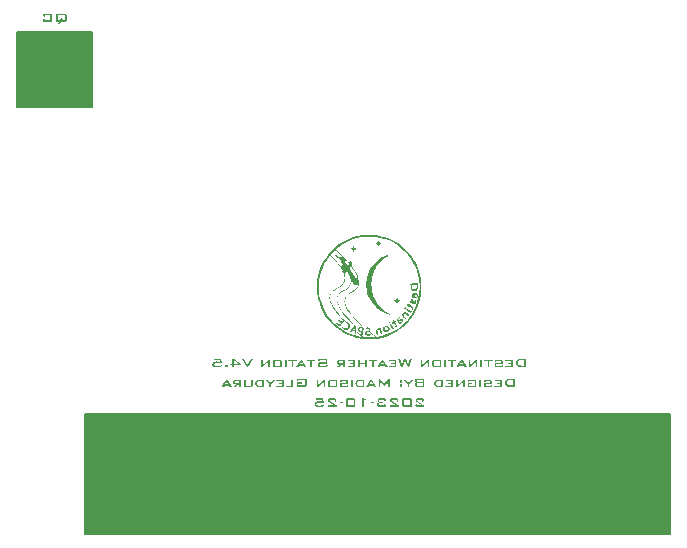
<source format=gbr>
%TF.GenerationSoftware,KiCad,Pcbnew,7.0.8*%
%TF.CreationDate,2023-11-01T10:58:09-04:00*%
%TF.ProjectId,destinationWeatherStation_r4-5,64657374-696e-4617-9469-6f6e57656174,4.5*%
%TF.SameCoordinates,Original*%
%TF.FileFunction,Legend,Bot*%
%TF.FilePolarity,Positive*%
%FSLAX46Y46*%
G04 Gerber Fmt 4.6, Leading zero omitted, Abs format (unit mm)*
G04 Created by KiCad (PCBNEW 7.0.8) date 2023-11-01 10:58:09*
%MOMM*%
%LPD*%
G01*
G04 APERTURE LIST*
%ADD10C,0.150000*%
G04 APERTURE END LIST*
D10*
X120650000Y-111125000D02*
X170180000Y-111125000D01*
X170180000Y-121285000D01*
X120650000Y-121285000D01*
X120650000Y-111125000D01*
G36*
X120650000Y-111125000D02*
G01*
X170180000Y-111125000D01*
X170180000Y-121285000D01*
X120650000Y-121285000D01*
X120650000Y-111125000D01*
G37*
X114935000Y-78740000D02*
X121285000Y-78740000D01*
X121285000Y-85090000D01*
X114935000Y-85090000D01*
X114935000Y-78740000D01*
G36*
X114935000Y-78740000D02*
G01*
X121285000Y-78740000D01*
X121285000Y-85090000D01*
X114935000Y-85090000D01*
X114935000Y-78740000D01*
G37*
G36*
X118949164Y-77216087D02*
G01*
X118961522Y-77216502D01*
X118973344Y-77217194D01*
X118984633Y-77218162D01*
X118995387Y-77219407D01*
X119005607Y-77220929D01*
X119015293Y-77222727D01*
X119028820Y-77225944D01*
X119041145Y-77229783D01*
X119052267Y-77234244D01*
X119062188Y-77239328D01*
X119070906Y-77245035D01*
X119078422Y-77251364D01*
X119080691Y-77253621D01*
X119087066Y-77261107D01*
X119092793Y-77269661D01*
X119097871Y-77279285D01*
X119102301Y-77289977D01*
X119106083Y-77301739D01*
X119109216Y-77314569D01*
X119111701Y-77328469D01*
X119112998Y-77338329D01*
X119114006Y-77348665D01*
X119114727Y-77359476D01*
X119115159Y-77370761D01*
X119115303Y-77382522D01*
X119115303Y-77759877D01*
X119115267Y-77766164D01*
X119114979Y-77778359D01*
X119114403Y-77790049D01*
X119113538Y-77801232D01*
X119112386Y-77811910D01*
X119110945Y-77822083D01*
X119108244Y-77836393D01*
X119104894Y-77849566D01*
X119100896Y-77861601D01*
X119096250Y-77872498D01*
X119090956Y-77882257D01*
X119085013Y-77890879D01*
X119078422Y-77898363D01*
X119070906Y-77904910D01*
X119062188Y-77910814D01*
X119052267Y-77916073D01*
X119041145Y-77920688D01*
X119028820Y-77924660D01*
X119015293Y-77927987D01*
X119005607Y-77929848D01*
X118995387Y-77931422D01*
X118984633Y-77932710D01*
X118973344Y-77933712D01*
X118961522Y-77934427D01*
X118949164Y-77934856D01*
X118936273Y-77935000D01*
X118639518Y-77935000D01*
X118558185Y-78122578D01*
X118391367Y-78122578D01*
X118482226Y-77935000D01*
X118404312Y-77935000D01*
X118391421Y-77934856D01*
X118379063Y-77934427D01*
X118367241Y-77933712D01*
X118355952Y-77932710D01*
X118345198Y-77931422D01*
X118334978Y-77929848D01*
X118325292Y-77927987D01*
X118311765Y-77924660D01*
X118299440Y-77920688D01*
X118288318Y-77916073D01*
X118278397Y-77910814D01*
X118269679Y-77904910D01*
X118262163Y-77898363D01*
X118257697Y-77893500D01*
X118251538Y-77885258D01*
X118246027Y-77875877D01*
X118241165Y-77865360D01*
X118236951Y-77853704D01*
X118233386Y-77840910D01*
X118230468Y-77826979D01*
X118228884Y-77817060D01*
X118227587Y-77806635D01*
X118226579Y-77795704D01*
X118225858Y-77784267D01*
X118225426Y-77772325D01*
X118225282Y-77759877D01*
X118225282Y-77382522D01*
X118225426Y-77370761D01*
X118225858Y-77359476D01*
X118226579Y-77348665D01*
X118227326Y-77341001D01*
X118392833Y-77341001D01*
X118392833Y-77794316D01*
X118547194Y-77794316D01*
X118644891Y-77591106D01*
X118766524Y-77639710D01*
X118699602Y-77794316D01*
X118947020Y-77794316D01*
X118947020Y-77341001D01*
X118392833Y-77341001D01*
X118227326Y-77341001D01*
X118227587Y-77338329D01*
X118228884Y-77328469D01*
X118231369Y-77314569D01*
X118234502Y-77301739D01*
X118238284Y-77289977D01*
X118242714Y-77279285D01*
X118247792Y-77269661D01*
X118253519Y-77261107D01*
X118262163Y-77251364D01*
X118269679Y-77245035D01*
X118278397Y-77239328D01*
X118288318Y-77234244D01*
X118299440Y-77229783D01*
X118311765Y-77225944D01*
X118325292Y-77222727D01*
X118334978Y-77220929D01*
X118345198Y-77219407D01*
X118355952Y-77218162D01*
X118367241Y-77217194D01*
X118379063Y-77216502D01*
X118391421Y-77216087D01*
X118404312Y-77215949D01*
X118936273Y-77215949D01*
X118949164Y-77216087D01*
G37*
G36*
X117264919Y-77341001D02*
G01*
X117717990Y-77341001D01*
X117717990Y-77794316D01*
X117264919Y-77794316D01*
X117264919Y-77638000D01*
X117096636Y-77673171D01*
X117096636Y-77759145D01*
X117096782Y-77771652D01*
X117097220Y-77783649D01*
X117097950Y-77795137D01*
X117098971Y-77806116D01*
X117100285Y-77816585D01*
X117101891Y-77826544D01*
X117104847Y-77840528D01*
X117108460Y-77853366D01*
X117112729Y-77865058D01*
X117117656Y-77875603D01*
X117123239Y-77885002D01*
X117129480Y-77893254D01*
X117134005Y-77898119D01*
X117141561Y-77904710D01*
X117150305Y-77910652D01*
X117160239Y-77915947D01*
X117171363Y-77920593D01*
X117183675Y-77924591D01*
X117197177Y-77927940D01*
X117206839Y-77929813D01*
X117217029Y-77931398D01*
X117227748Y-77932694D01*
X117238996Y-77933703D01*
X117250772Y-77934423D01*
X117263077Y-77934855D01*
X117275910Y-77935000D01*
X117707243Y-77935000D01*
X117720134Y-77934855D01*
X117732492Y-77934423D01*
X117744314Y-77933703D01*
X117755603Y-77932694D01*
X117766357Y-77931398D01*
X117776577Y-77929813D01*
X117786263Y-77927940D01*
X117799790Y-77924591D01*
X117812115Y-77920593D01*
X117823237Y-77915947D01*
X117833158Y-77910652D01*
X117841876Y-77904710D01*
X117849392Y-77898119D01*
X117855983Y-77890631D01*
X117861926Y-77881996D01*
X117867220Y-77872215D01*
X117871866Y-77861288D01*
X117875864Y-77849214D01*
X117879214Y-77835994D01*
X117881915Y-77821628D01*
X117883356Y-77811414D01*
X117884508Y-77800690D01*
X117885373Y-77789457D01*
X117885949Y-77777714D01*
X117886237Y-77765462D01*
X117886273Y-77759145D01*
X117886273Y-77383988D01*
X117886129Y-77372136D01*
X117885697Y-77360762D01*
X117884976Y-77349864D01*
X117883968Y-77339444D01*
X117882671Y-77329500D01*
X117880186Y-77315480D01*
X117877053Y-77302533D01*
X117873271Y-77290659D01*
X117868841Y-77279858D01*
X117863763Y-77270131D01*
X117858036Y-77261477D01*
X117851661Y-77253896D01*
X117849392Y-77251608D01*
X117841876Y-77245235D01*
X117833158Y-77239489D01*
X117823237Y-77234370D01*
X117812115Y-77229878D01*
X117799790Y-77226013D01*
X117786263Y-77222774D01*
X117776577Y-77220963D01*
X117766357Y-77219431D01*
X117755603Y-77218177D01*
X117744314Y-77217202D01*
X117732492Y-77216506D01*
X117720134Y-77216088D01*
X117707243Y-77215949D01*
X117275910Y-77215949D01*
X117263077Y-77216088D01*
X117250772Y-77216506D01*
X117238996Y-77217202D01*
X117227748Y-77218177D01*
X117217029Y-77219431D01*
X117206839Y-77220963D01*
X117197177Y-77222774D01*
X117183675Y-77226013D01*
X117171363Y-77229878D01*
X117160239Y-77234370D01*
X117150305Y-77239489D01*
X117141561Y-77245235D01*
X117134005Y-77251608D01*
X117127327Y-77258831D01*
X117121305Y-77267127D01*
X117115941Y-77276496D01*
X117111233Y-77286939D01*
X117107182Y-77298455D01*
X117103789Y-77311045D01*
X117101052Y-77324708D01*
X117099592Y-77334413D01*
X117098424Y-77344594D01*
X117097548Y-77355253D01*
X117096964Y-77366389D01*
X117096672Y-77378002D01*
X117096636Y-77383988D01*
X117096636Y-77454330D01*
X117264919Y-77481685D01*
X117264919Y-77341001D01*
G37*
G36*
X158037012Y-107159999D02*
G01*
X157615205Y-107159999D01*
X157601681Y-107159947D01*
X157588468Y-107159792D01*
X157575563Y-107159535D01*
X157562967Y-107159174D01*
X157550681Y-107158711D01*
X157538703Y-107158144D01*
X157527035Y-107157474D01*
X157515676Y-107156701D01*
X157504625Y-107155825D01*
X157493885Y-107154847D01*
X157483453Y-107153765D01*
X157473330Y-107152580D01*
X157463516Y-107151292D01*
X157449376Y-107149166D01*
X157435930Y-107146809D01*
X157427258Y-107145069D01*
X157414585Y-107142230D01*
X157402316Y-107139116D01*
X157390451Y-107135727D01*
X157378989Y-107132063D01*
X157367931Y-107128125D01*
X157357276Y-107123912D01*
X157347025Y-107119424D01*
X157337178Y-107114661D01*
X157327734Y-107109623D01*
X157318694Y-107104311D01*
X157309333Y-107098377D01*
X157300242Y-107092175D01*
X157291420Y-107085707D01*
X157282866Y-107078971D01*
X157274582Y-107071968D01*
X157266567Y-107064698D01*
X157258821Y-107057161D01*
X157251344Y-107049356D01*
X157244136Y-107041285D01*
X157237197Y-107032946D01*
X157230527Y-107024341D01*
X157224126Y-107015468D01*
X157217994Y-107006328D01*
X157212131Y-106996921D01*
X157206538Y-106987246D01*
X157201213Y-106977305D01*
X157196155Y-106967152D01*
X157191424Y-106956842D01*
X157187019Y-106946376D01*
X157182940Y-106935753D01*
X157179188Y-106924974D01*
X157175762Y-106914038D01*
X157172662Y-106902946D01*
X157169889Y-106891698D01*
X157167442Y-106880293D01*
X157165321Y-106868731D01*
X157163526Y-106857013D01*
X157162058Y-106845139D01*
X157160916Y-106833108D01*
X157160100Y-106820921D01*
X157159611Y-106808577D01*
X157159447Y-106796077D01*
X157159518Y-106788994D01*
X157333104Y-106788994D01*
X157333387Y-106804139D01*
X157334237Y-106818738D01*
X157335654Y-106832791D01*
X157337638Y-106846299D01*
X157340188Y-106859261D01*
X157343305Y-106871677D01*
X157346989Y-106883548D01*
X157351239Y-106894873D01*
X157356056Y-106905652D01*
X157361440Y-106915885D01*
X157367391Y-106925573D01*
X157373908Y-106934715D01*
X157380992Y-106943311D01*
X157388643Y-106951362D01*
X157396860Y-106958866D01*
X157405644Y-106965825D01*
X157415077Y-106972303D01*
X157425302Y-106978362D01*
X157436319Y-106984003D01*
X157448127Y-106989227D01*
X157460728Y-106994033D01*
X157474120Y-106998420D01*
X157488304Y-107002390D01*
X157503280Y-107005942D01*
X157519048Y-107009076D01*
X157535608Y-107011793D01*
X157552960Y-107014091D01*
X157571103Y-107015972D01*
X157590039Y-107017434D01*
X157599804Y-107018009D01*
X157609766Y-107018479D01*
X157619927Y-107018845D01*
X157630286Y-107019106D01*
X157640842Y-107019262D01*
X157651597Y-107019315D01*
X157868973Y-107019315D01*
X157868973Y-106566000D01*
X157570997Y-106566000D01*
X157556536Y-106566221D01*
X157542523Y-106566885D01*
X157528959Y-106567992D01*
X157515843Y-106569541D01*
X157503176Y-106571534D01*
X157490957Y-106573968D01*
X157479187Y-106576846D01*
X157467865Y-106580166D01*
X157456991Y-106583929D01*
X157446566Y-106588134D01*
X157436590Y-106592783D01*
X157427061Y-106597874D01*
X157417981Y-106603407D01*
X157409350Y-106609384D01*
X157401167Y-106615803D01*
X157393432Y-106622664D01*
X157386127Y-106629926D01*
X157379293Y-106637605D01*
X157372930Y-106645702D01*
X157367039Y-106654217D01*
X157361618Y-106663150D01*
X157356670Y-106672501D01*
X157352192Y-106682270D01*
X157348186Y-106692457D01*
X157344651Y-106703061D01*
X157341588Y-106714084D01*
X157338995Y-106725524D01*
X157336875Y-106737382D01*
X157335225Y-106749658D01*
X157334047Y-106762352D01*
X157333340Y-106775464D01*
X157333104Y-106788994D01*
X157159518Y-106788994D01*
X157159552Y-106785528D01*
X157159865Y-106775130D01*
X157160388Y-106764883D01*
X157161119Y-106754788D01*
X157162059Y-106744844D01*
X157163208Y-106735051D01*
X157166134Y-106715919D01*
X157169894Y-106697392D01*
X157174491Y-106679470D01*
X157179924Y-106662152D01*
X157186192Y-106645440D01*
X157193296Y-106629332D01*
X157201236Y-106613830D01*
X157210011Y-106598932D01*
X157219623Y-106584639D01*
X157230070Y-106570951D01*
X157241353Y-106557867D01*
X157253471Y-106545389D01*
X157266426Y-106533516D01*
X157280157Y-106522306D01*
X157294605Y-106511820D01*
X157309771Y-106502057D01*
X157325655Y-106493017D01*
X157342255Y-106484700D01*
X157359574Y-106477107D01*
X157377610Y-106470237D01*
X157386897Y-106467073D01*
X157396363Y-106464090D01*
X157406009Y-106461287D01*
X157415834Y-106458666D01*
X157425838Y-106456225D01*
X157436022Y-106453965D01*
X157446385Y-106451886D01*
X157456928Y-106449987D01*
X157467649Y-106448270D01*
X157478551Y-106446733D01*
X157489631Y-106445377D01*
X157500891Y-106444202D01*
X157512331Y-106443208D01*
X157523949Y-106442394D01*
X157535747Y-106441761D01*
X157547725Y-106441309D01*
X157559882Y-106441038D01*
X157572218Y-106440948D01*
X158037012Y-106440948D01*
X158037012Y-107159999D01*
G37*
G36*
X156903725Y-107159999D02*
G01*
X156903725Y-106566000D01*
X156268694Y-106566000D01*
X156268694Y-106675421D01*
X156758156Y-106675421D01*
X156758156Y-106784841D01*
X156473125Y-106784841D01*
X156473125Y-106894262D01*
X156758156Y-106894262D01*
X156758156Y-107050578D01*
X156261122Y-107050578D01*
X156261122Y-107159999D01*
X156903725Y-107159999D01*
G37*
G36*
X155505923Y-106675421D02*
G01*
X155913320Y-106675421D01*
X155913320Y-106800473D01*
X155527661Y-106800473D01*
X155516536Y-106800582D01*
X155505877Y-106800908D01*
X155495684Y-106801452D01*
X155481267Y-106802676D01*
X155467898Y-106804389D01*
X155455576Y-106806591D01*
X155444302Y-106809283D01*
X155434075Y-106812464D01*
X155424896Y-106816135D01*
X155414286Y-106821791D01*
X155405539Y-106828317D01*
X155398155Y-106835995D01*
X155391755Y-106845231D01*
X155386340Y-106856023D01*
X155381909Y-106868373D01*
X155379232Y-106878657D01*
X155377109Y-106889816D01*
X155375540Y-106901852D01*
X155374524Y-106914763D01*
X155374063Y-106928551D01*
X155374032Y-106933341D01*
X155374032Y-107017605D01*
X155374158Y-107027719D01*
X155374819Y-107042121D01*
X155376047Y-107055600D01*
X155377842Y-107068156D01*
X155380203Y-107079789D01*
X155383131Y-107090498D01*
X155386626Y-107100285D01*
X155392167Y-107111898D01*
X155398716Y-107121870D01*
X155406272Y-107130201D01*
X155415168Y-107137185D01*
X155425857Y-107143237D01*
X155435052Y-107147166D01*
X155445255Y-107150570D01*
X155456467Y-107153451D01*
X155468688Y-107155808D01*
X155481918Y-107157641D01*
X155496156Y-107158951D01*
X155506210Y-107159533D01*
X155516711Y-107159882D01*
X155527661Y-107159999D01*
X155911855Y-107159999D01*
X155923073Y-107159882D01*
X155933829Y-107159533D01*
X155944124Y-107158951D01*
X155953956Y-107158136D01*
X155967839Y-107156477D01*
X155980684Y-107154295D01*
X155992489Y-107151589D01*
X156003255Y-107148359D01*
X156012982Y-107144605D01*
X156024336Y-107138785D01*
X156033842Y-107132034D01*
X156035930Y-107130201D01*
X156043544Y-107121870D01*
X156050142Y-107111898D01*
X156055725Y-107100285D01*
X156059247Y-107090498D01*
X156062197Y-107079789D01*
X156064576Y-107068156D01*
X156066384Y-107055600D01*
X156067621Y-107042121D01*
X156068288Y-107027719D01*
X156068415Y-107017605D01*
X156068415Y-106999287D01*
X155939943Y-106972420D01*
X155939943Y-107050578D01*
X155504458Y-107050578D01*
X155504458Y-106909894D01*
X155887919Y-106909894D01*
X155899077Y-106909782D01*
X155909775Y-106909447D01*
X155920013Y-106908889D01*
X155929791Y-106908108D01*
X155943597Y-106906517D01*
X155956367Y-106904424D01*
X155968103Y-106901829D01*
X155978804Y-106898731D01*
X155988471Y-106895131D01*
X155999750Y-106889550D01*
X156009189Y-106883076D01*
X156011262Y-106881317D01*
X156018761Y-106873349D01*
X156025260Y-106863854D01*
X156030759Y-106852833D01*
X156034227Y-106843565D01*
X156037133Y-106833438D01*
X156039477Y-106822453D01*
X156041258Y-106810609D01*
X156042476Y-106797907D01*
X156043133Y-106784345D01*
X156043258Y-106774828D01*
X156043258Y-106708393D01*
X156043133Y-106698397D01*
X156042476Y-106684153D01*
X156041258Y-106670811D01*
X156039477Y-106658370D01*
X156037133Y-106646831D01*
X156034227Y-106636193D01*
X156030759Y-106626458D01*
X156025260Y-106614879D01*
X156018761Y-106604903D01*
X156011262Y-106596530D01*
X156002282Y-106589375D01*
X155991463Y-106583173D01*
X155982141Y-106579148D01*
X155971785Y-106575660D01*
X155960394Y-106572708D01*
X155947968Y-106570293D01*
X155934508Y-106568415D01*
X155920013Y-106567073D01*
X155909775Y-106566477D01*
X155899077Y-106566119D01*
X155887919Y-106566000D01*
X155536698Y-106566000D01*
X155525715Y-106566113D01*
X155515174Y-106566454D01*
X155505076Y-106567022D01*
X155490759Y-106568299D01*
X155477438Y-106570087D01*
X155465114Y-106572386D01*
X155453785Y-106575196D01*
X155443452Y-106578517D01*
X155434116Y-106582349D01*
X155423217Y-106588253D01*
X155414088Y-106595065D01*
X155406303Y-106603026D01*
X155399556Y-106612376D01*
X155393846Y-106623115D01*
X155389175Y-106635243D01*
X155386353Y-106645250D01*
X155384115Y-106656040D01*
X155382460Y-106667610D01*
X155381390Y-106679962D01*
X155380903Y-106693095D01*
X155380871Y-106697647D01*
X155380871Y-106711813D01*
X155505923Y-106737947D01*
X155505923Y-106675421D01*
G37*
G36*
X154771974Y-106675421D02*
G01*
X154771974Y-107159999D01*
X154916077Y-107159999D01*
X154916077Y-106675421D01*
X155201841Y-106675421D01*
X155201841Y-106566000D01*
X154485477Y-106566000D01*
X154485477Y-106675421D01*
X154771974Y-106675421D01*
G37*
G36*
X154299119Y-107159999D02*
G01*
X154299119Y-106566000D01*
X154155505Y-106566000D01*
X154155505Y-107159999D01*
X154299119Y-107159999D01*
G37*
G36*
X153891722Y-107159999D02*
G01*
X153891722Y-106566000D01*
X153792560Y-106566000D01*
X153290152Y-106960452D01*
X153290152Y-106566000D01*
X153159482Y-106566000D01*
X153159482Y-107159999D01*
X153259378Y-107159999D01*
X153760320Y-106759440D01*
X153760320Y-107159999D01*
X153891722Y-107159999D01*
G37*
G36*
X152985337Y-107159999D02*
G01*
X152841234Y-107159999D01*
X152766740Y-107034946D01*
X152374974Y-107034946D01*
X152300480Y-107159999D01*
X152138547Y-107159999D01*
X152279405Y-106925525D01*
X152433837Y-106925525D01*
X152705191Y-106925525D01*
X152571834Y-106674932D01*
X152433837Y-106925525D01*
X152279405Y-106925525D01*
X152495386Y-106566000D01*
X152634116Y-106566000D01*
X152985337Y-107159999D01*
G37*
G36*
X151676928Y-106675421D02*
G01*
X151676928Y-107159999D01*
X151821031Y-107159999D01*
X151821031Y-106675421D01*
X152106796Y-106675421D01*
X152106796Y-106566000D01*
X151390431Y-106566000D01*
X151390431Y-106675421D01*
X151676928Y-106675421D01*
G37*
G36*
X151242176Y-107159999D02*
G01*
X151242176Y-106566000D01*
X151098561Y-106566000D01*
X151098561Y-107159999D01*
X151242176Y-107159999D01*
G37*
G36*
X150706442Y-106566116D02*
G01*
X150717103Y-106566465D01*
X150727301Y-106567047D01*
X150741729Y-106568357D01*
X150755114Y-106570190D01*
X150767455Y-106572547D01*
X150778753Y-106575428D01*
X150789007Y-106578833D01*
X150798219Y-106582761D01*
X150808878Y-106588814D01*
X150817682Y-106595798D01*
X150825066Y-106603995D01*
X150831466Y-106613810D01*
X150836882Y-106625244D01*
X150840297Y-106634881D01*
X150843158Y-106645428D01*
X150845466Y-106656886D01*
X150847220Y-106669254D01*
X150848420Y-106682531D01*
X150849066Y-106696719D01*
X150849189Y-106706684D01*
X150849189Y-107023467D01*
X150849066Y-107033162D01*
X150848420Y-107046968D01*
X150847220Y-107059889D01*
X150845466Y-107071927D01*
X150843158Y-107083079D01*
X150840297Y-107093347D01*
X150836882Y-107102731D01*
X150831466Y-107113867D01*
X150825066Y-107123431D01*
X150817682Y-107131422D01*
X150808878Y-107138120D01*
X150798219Y-107143924D01*
X150789007Y-107147692D01*
X150778753Y-107150957D01*
X150767455Y-107153720D01*
X150755114Y-107155980D01*
X150741729Y-107157738D01*
X150727301Y-107158994D01*
X150717103Y-107159552D01*
X150706442Y-107159887D01*
X150695316Y-107159999D01*
X150237361Y-107159999D01*
X150226294Y-107159887D01*
X150215684Y-107159552D01*
X150205533Y-107158994D01*
X150191165Y-107157738D01*
X150177827Y-107155980D01*
X150165519Y-107153720D01*
X150154242Y-107150957D01*
X150143995Y-107147692D01*
X150134779Y-107143924D01*
X150124093Y-107138120D01*
X150115239Y-107131422D01*
X150109565Y-107125576D01*
X150102867Y-107116405D01*
X150097162Y-107105663D01*
X150093534Y-107096574D01*
X150090464Y-107086600D01*
X150087953Y-107075742D01*
X150085999Y-107064000D01*
X150084604Y-107051373D01*
X150083767Y-107037862D01*
X150083488Y-107023467D01*
X150083488Y-106706684D01*
X150083610Y-106696719D01*
X150084251Y-106682531D01*
X150084889Y-106675421D01*
X150227591Y-106675421D01*
X150227591Y-107050578D01*
X150704842Y-107050578D01*
X150704842Y-106675421D01*
X150227591Y-106675421D01*
X150084889Y-106675421D01*
X150085442Y-106669254D01*
X150087182Y-106656886D01*
X150089472Y-106645428D01*
X150092311Y-106634881D01*
X150095700Y-106625244D01*
X150101073Y-106613810D01*
X150107424Y-106603995D01*
X150114751Y-106595798D01*
X150116749Y-106593964D01*
X150125923Y-106587213D01*
X150136990Y-106581393D01*
X150146533Y-106577640D01*
X150157140Y-106574410D01*
X150168813Y-106571703D01*
X150181549Y-106569521D01*
X150195351Y-106567862D01*
X150205144Y-106567047D01*
X150215410Y-106566465D01*
X150226149Y-106566116D01*
X150237361Y-106566000D01*
X150695316Y-106566000D01*
X150706442Y-106566116D01*
G37*
G36*
X149834360Y-107159999D02*
G01*
X149834360Y-106566000D01*
X149735198Y-106566000D01*
X149232790Y-106960452D01*
X149232790Y-106566000D01*
X149102120Y-106566000D01*
X149102120Y-107159999D01*
X149202015Y-107159999D01*
X149702957Y-106759440D01*
X149702957Y-107159999D01*
X149834360Y-107159999D01*
G37*
G36*
X148095595Y-107159999D02*
G01*
X148373788Y-106440948D01*
X148200131Y-106440948D01*
X148016949Y-106923327D01*
X147824974Y-106440948D01*
X147707249Y-106440948D01*
X147511855Y-106923327D01*
X147336733Y-106440948D01*
X147186523Y-106440948D01*
X147465205Y-107159999D01*
X147578777Y-107159999D01*
X147777835Y-106662720D01*
X147979336Y-107159999D01*
X148095595Y-107159999D01*
G37*
G36*
X147025567Y-107159999D02*
G01*
X147025567Y-106566000D01*
X146390536Y-106566000D01*
X146390536Y-106675421D01*
X146879999Y-106675421D01*
X146879999Y-106784841D01*
X146594967Y-106784841D01*
X146594967Y-106894262D01*
X146879999Y-106894262D01*
X146879999Y-107050578D01*
X146382964Y-107050578D01*
X146382964Y-107159999D01*
X147025567Y-107159999D01*
G37*
G36*
X146290152Y-107159999D02*
G01*
X146146049Y-107159999D01*
X146071555Y-107034946D01*
X145679789Y-107034946D01*
X145605295Y-107159999D01*
X145443362Y-107159999D01*
X145584220Y-106925525D01*
X145738652Y-106925525D01*
X146010006Y-106925525D01*
X145876649Y-106674932D01*
X145738652Y-106925525D01*
X145584220Y-106925525D01*
X145800201Y-106566000D01*
X145938931Y-106566000D01*
X146290152Y-107159999D01*
G37*
G36*
X144981743Y-106675421D02*
G01*
X144981743Y-107159999D01*
X145125847Y-107159999D01*
X145125847Y-106675421D01*
X145411611Y-106675421D01*
X145411611Y-106566000D01*
X144695246Y-106566000D01*
X144695246Y-106675421D01*
X144981743Y-106675421D01*
G37*
G36*
X144546991Y-107159999D02*
G01*
X144546991Y-106566000D01*
X144401422Y-106566000D01*
X144401422Y-106800473D01*
X143950794Y-106800473D01*
X143950794Y-106566000D01*
X143806691Y-106566000D01*
X143806691Y-107159999D01*
X143950794Y-107159999D01*
X143950794Y-106909894D01*
X144401422Y-106909894D01*
X144401422Y-107159999D01*
X144546991Y-107159999D01*
G37*
G36*
X143542664Y-107159999D02*
G01*
X143542664Y-106566000D01*
X142907633Y-106566000D01*
X142907633Y-106675421D01*
X143397096Y-106675421D01*
X143397096Y-106784841D01*
X143112064Y-106784841D01*
X143112064Y-106894262D01*
X143397096Y-106894262D01*
X143397096Y-107050578D01*
X142900061Y-107050578D01*
X142900061Y-107159999D01*
X143542664Y-107159999D01*
G37*
G36*
X142691722Y-107159999D02*
G01*
X142549573Y-107159999D01*
X142549573Y-106941157D01*
X142413530Y-106941157D01*
X142165379Y-107159999D01*
X141958261Y-107159999D01*
X142239873Y-106941157D01*
X142158540Y-106941157D01*
X142149569Y-106941046D01*
X142136703Y-106940465D01*
X142124545Y-106939386D01*
X142113095Y-106937809D01*
X142102354Y-106935734D01*
X142092321Y-106933161D01*
X142082997Y-106930090D01*
X142071666Y-106925220D01*
X142061595Y-106919465D01*
X142052783Y-106912825D01*
X142045055Y-106905188D01*
X142038357Y-106896445D01*
X142032690Y-106886595D01*
X142028053Y-106875639D01*
X142024447Y-106863575D01*
X142022418Y-106853802D01*
X142020969Y-106843405D01*
X142020100Y-106832387D01*
X142019810Y-106820745D01*
X142019810Y-106786063D01*
X142154388Y-106786063D01*
X142154886Y-106794898D01*
X142157100Y-106805103D01*
X142161706Y-106814430D01*
X142168554Y-106821478D01*
X142169447Y-106822109D01*
X142178259Y-106826437D01*
X142188399Y-106829172D01*
X142198895Y-106830734D01*
X142208914Y-106831486D01*
X142220089Y-106831736D01*
X142549573Y-106831736D01*
X142549573Y-106675421D01*
X142220089Y-106675421D01*
X142208914Y-106675677D01*
X142198895Y-106676446D01*
X142188399Y-106678046D01*
X142178259Y-106680846D01*
X142168554Y-106685923D01*
X142162356Y-106691968D01*
X142157501Y-106700958D01*
X142155066Y-106710896D01*
X142154388Y-106721094D01*
X142154388Y-106786063D01*
X142019810Y-106786063D01*
X142019810Y-106687877D01*
X142020100Y-106676103D01*
X142020969Y-106664959D01*
X142022418Y-106654447D01*
X142024447Y-106644566D01*
X142028053Y-106632373D01*
X142032690Y-106621302D01*
X142038357Y-106611353D01*
X142045055Y-106602526D01*
X142052783Y-106594821D01*
X142057032Y-106591331D01*
X142066473Y-106585026D01*
X142077174Y-106579622D01*
X142089134Y-106575119D01*
X142098931Y-106572333D01*
X142109436Y-106570053D01*
X142120649Y-106568280D01*
X142132571Y-106567013D01*
X142145202Y-106566253D01*
X142158540Y-106566000D01*
X142691722Y-106566000D01*
X142691722Y-107159999D01*
G37*
G36*
X140562169Y-106566000D02*
G01*
X141035023Y-106566000D01*
X141035023Y-106722315D01*
X140584639Y-106722315D01*
X140571658Y-106722457D01*
X140559215Y-106722884D01*
X140547310Y-106723595D01*
X140535943Y-106724590D01*
X140525115Y-106725869D01*
X140514824Y-106727433D01*
X140505071Y-106729281D01*
X140491452Y-106732586D01*
X140479042Y-106736531D01*
X140467844Y-106741116D01*
X140457856Y-106746340D01*
X140449079Y-106752204D01*
X140441513Y-106758708D01*
X140434835Y-106766033D01*
X140428813Y-106774453D01*
X140423449Y-106783967D01*
X140418741Y-106794577D01*
X140414690Y-106806281D01*
X140411296Y-106819080D01*
X140408559Y-106832974D01*
X140407100Y-106842845D01*
X140405932Y-106853203D01*
X140405056Y-106864047D01*
X140404472Y-106875377D01*
X140404180Y-106887194D01*
X140404144Y-106893285D01*
X140404144Y-106987319D01*
X140404290Y-106999499D01*
X140404728Y-107011190D01*
X140405458Y-107022390D01*
X140406479Y-107033099D01*
X140407793Y-107043318D01*
X140409399Y-107053047D01*
X140412355Y-107066720D01*
X140415968Y-107079291D01*
X140420237Y-107090757D01*
X140425164Y-107101121D01*
X140430747Y-107110381D01*
X140436988Y-107118537D01*
X140441513Y-107123362D01*
X140449079Y-107129909D01*
X140457856Y-107135813D01*
X140467844Y-107141072D01*
X140479042Y-107145687D01*
X140491452Y-107149659D01*
X140505071Y-107152986D01*
X140514824Y-107154847D01*
X140525115Y-107156421D01*
X140535943Y-107157709D01*
X140547310Y-107158711D01*
X140559215Y-107159426D01*
X140571658Y-107159855D01*
X140584639Y-107159999D01*
X141031115Y-107159999D01*
X141044068Y-107159855D01*
X141056486Y-107159426D01*
X141068370Y-107158711D01*
X141079720Y-107157709D01*
X141090535Y-107156421D01*
X141100816Y-107154847D01*
X141110563Y-107152986D01*
X141124181Y-107149659D01*
X141136598Y-107145687D01*
X141147812Y-107141072D01*
X141157824Y-107135813D01*
X141166634Y-107129909D01*
X141174241Y-107123362D01*
X141180876Y-107115941D01*
X141186858Y-107107417D01*
X141192188Y-107097789D01*
X141196864Y-107087058D01*
X141200889Y-107075223D01*
X141204260Y-107062285D01*
X141206980Y-107048244D01*
X141208430Y-107038270D01*
X141209590Y-107027806D01*
X141210460Y-107016851D01*
X141211040Y-107005406D01*
X141211330Y-106993470D01*
X141211366Y-106987319D01*
X141211366Y-106969245D01*
X141063111Y-106941157D01*
X141063111Y-107019315D01*
X140552399Y-107019315D01*
X140552399Y-106862999D01*
X141003027Y-106862999D01*
X141015919Y-106862856D01*
X141028276Y-106862427D01*
X141040099Y-106861711D01*
X141051387Y-106860709D01*
X141062142Y-106859421D01*
X141072362Y-106857847D01*
X141082047Y-106855987D01*
X141095574Y-106852659D01*
X141107899Y-106848688D01*
X141119022Y-106844073D01*
X141128942Y-106838813D01*
X141137660Y-106832910D01*
X141145177Y-106826363D01*
X141151768Y-106818892D01*
X141157710Y-106810309D01*
X141163005Y-106800614D01*
X141167651Y-106789806D01*
X141171649Y-106777887D01*
X141174998Y-106764857D01*
X141177699Y-106750714D01*
X141179140Y-106740667D01*
X141180292Y-106730127D01*
X141181157Y-106719092D01*
X141181733Y-106707563D01*
X141182021Y-106695539D01*
X141182057Y-106689343D01*
X141182057Y-106608254D01*
X141181913Y-106596433D01*
X141181481Y-106585089D01*
X141180761Y-106574222D01*
X141179752Y-106563832D01*
X141178456Y-106553919D01*
X141175971Y-106539945D01*
X141172837Y-106527043D01*
X141169055Y-106515215D01*
X141164625Y-106504460D01*
X141159547Y-106494779D01*
X141153821Y-106486171D01*
X141147446Y-106478636D01*
X141145177Y-106476363D01*
X141137660Y-106470034D01*
X141128942Y-106464327D01*
X141119022Y-106459243D01*
X141107899Y-106454782D01*
X141095574Y-106450943D01*
X141082047Y-106447726D01*
X141072362Y-106445928D01*
X141062142Y-106444406D01*
X141051387Y-106443161D01*
X141040099Y-106442193D01*
X141028276Y-106441501D01*
X141015919Y-106441086D01*
X141003027Y-106440948D01*
X140592944Y-106440948D01*
X140580459Y-106441081D01*
X140568470Y-106441482D01*
X140556974Y-106442150D01*
X140545973Y-106443085D01*
X140535465Y-106444287D01*
X140525452Y-106445756D01*
X140511359Y-106448461D01*
X140498379Y-106451767D01*
X140486510Y-106455674D01*
X140475753Y-106460182D01*
X140466108Y-106465291D01*
X140457575Y-106471001D01*
X140452504Y-106475142D01*
X140445564Y-106482019D01*
X140439306Y-106489828D01*
X140433731Y-106498568D01*
X140428839Y-106508240D01*
X140424629Y-106518844D01*
X140421102Y-106530380D01*
X140418258Y-106542847D01*
X140416096Y-106556245D01*
X140414617Y-106570576D01*
X140414011Y-106580647D01*
X140413707Y-106591132D01*
X140413669Y-106596530D01*
X140413669Y-106610941D01*
X140562169Y-106644158D01*
X140562169Y-106566000D01*
G37*
G36*
X139755923Y-106675421D02*
G01*
X139755923Y-107159999D01*
X139900027Y-107159999D01*
X139900027Y-106675421D01*
X140185791Y-106675421D01*
X140185791Y-106566000D01*
X139469426Y-106566000D01*
X139469426Y-106675421D01*
X139755923Y-106675421D01*
G37*
G36*
X139423997Y-107159999D02*
G01*
X139279894Y-107159999D01*
X139205400Y-107034946D01*
X138813634Y-107034946D01*
X138739140Y-107159999D01*
X138577207Y-107159999D01*
X138718065Y-106925525D01*
X138872497Y-106925525D01*
X139143851Y-106925525D01*
X139010494Y-106674932D01*
X138872497Y-106925525D01*
X138718065Y-106925525D01*
X138934046Y-106566000D01*
X139072776Y-106566000D01*
X139423997Y-107159999D01*
G37*
G36*
X138166391Y-106675421D02*
G01*
X138166391Y-107159999D01*
X138310494Y-107159999D01*
X138310494Y-106675421D01*
X138596258Y-106675421D01*
X138596258Y-106566000D01*
X137879894Y-106566000D01*
X137879894Y-106675421D01*
X138166391Y-106675421D01*
G37*
G36*
X137731639Y-107159999D02*
G01*
X137731639Y-106566000D01*
X137588024Y-106566000D01*
X137588024Y-107159999D01*
X137731639Y-107159999D01*
G37*
G36*
X137195904Y-106566116D02*
G01*
X137206566Y-106566465D01*
X137216764Y-106567047D01*
X137231192Y-106568357D01*
X137244576Y-106570190D01*
X137256918Y-106572547D01*
X137268215Y-106575428D01*
X137278470Y-106578833D01*
X137287681Y-106582761D01*
X137298340Y-106588814D01*
X137307144Y-106595798D01*
X137314529Y-106603995D01*
X137320929Y-106613810D01*
X137326344Y-106625244D01*
X137329760Y-106634881D01*
X137332621Y-106645428D01*
X137334929Y-106656886D01*
X137336683Y-106669254D01*
X137337883Y-106682531D01*
X137338529Y-106696719D01*
X137338652Y-106706684D01*
X137338652Y-107023467D01*
X137338529Y-107033162D01*
X137337883Y-107046968D01*
X137336683Y-107059889D01*
X137334929Y-107071927D01*
X137332621Y-107083079D01*
X137329760Y-107093347D01*
X137326344Y-107102731D01*
X137320929Y-107113867D01*
X137314529Y-107123431D01*
X137307144Y-107131422D01*
X137298340Y-107138120D01*
X137287681Y-107143924D01*
X137278470Y-107147692D01*
X137268215Y-107150957D01*
X137256918Y-107153720D01*
X137244576Y-107155980D01*
X137231192Y-107157738D01*
X137216764Y-107158994D01*
X137206566Y-107159552D01*
X137195904Y-107159887D01*
X137184779Y-107159999D01*
X136726823Y-107159999D01*
X136715756Y-107159887D01*
X136705147Y-107159552D01*
X136694996Y-107158994D01*
X136680627Y-107157738D01*
X136667289Y-107155980D01*
X136654982Y-107153720D01*
X136643705Y-107150957D01*
X136633458Y-107147692D01*
X136624241Y-107143924D01*
X136613556Y-107138120D01*
X136604702Y-107131422D01*
X136599028Y-107125576D01*
X136592330Y-107116405D01*
X136586625Y-107105663D01*
X136582997Y-107096574D01*
X136579927Y-107086600D01*
X136577416Y-107075742D01*
X136575462Y-107064000D01*
X136574067Y-107051373D01*
X136573230Y-107037862D01*
X136572950Y-107023467D01*
X136572950Y-106706684D01*
X136573073Y-106696719D01*
X136573714Y-106682531D01*
X136574351Y-106675421D01*
X136717054Y-106675421D01*
X136717054Y-107050578D01*
X137194304Y-107050578D01*
X137194304Y-106675421D01*
X136717054Y-106675421D01*
X136574351Y-106675421D01*
X136574904Y-106669254D01*
X136576645Y-106656886D01*
X136578934Y-106645428D01*
X136581774Y-106634881D01*
X136585163Y-106625244D01*
X136590536Y-106613810D01*
X136596886Y-106603995D01*
X136604214Y-106595798D01*
X136606211Y-106593964D01*
X136615386Y-106587213D01*
X136626453Y-106581393D01*
X136635996Y-106577640D01*
X136646603Y-106574410D01*
X136658275Y-106571703D01*
X136671012Y-106569521D01*
X136684814Y-106567862D01*
X136694606Y-106567047D01*
X136704872Y-106566465D01*
X136715611Y-106566116D01*
X136726823Y-106566000D01*
X137184779Y-106566000D01*
X137195904Y-106566116D01*
G37*
G36*
X136323823Y-107159999D02*
G01*
X136323823Y-106566000D01*
X136224660Y-106566000D01*
X135722253Y-106960452D01*
X135722253Y-106566000D01*
X135591583Y-106566000D01*
X135591583Y-107159999D01*
X135691478Y-107159999D01*
X136192420Y-106759440D01*
X136192420Y-107159999D01*
X136323823Y-107159999D01*
G37*
G36*
X134489315Y-107159999D02*
G01*
X134906970Y-106440948D01*
X134714995Y-106440948D01*
X134422392Y-106960696D01*
X134143467Y-106440948D01*
X133975916Y-106440948D01*
X134373055Y-107159999D01*
X134489315Y-107159999D01*
G37*
G36*
X133850864Y-106878631D02*
G01*
X133850864Y-107003683D01*
X133303516Y-107003683D01*
X133303516Y-107175630D01*
X133150864Y-107175630D01*
X133150864Y-107003683D01*
X132975986Y-107003683D01*
X132975986Y-106878631D01*
X133150864Y-106878631D01*
X133150864Y-106564534D01*
X133303516Y-106564534D01*
X133303516Y-106878631D01*
X133698456Y-106878631D01*
X133303516Y-106564534D01*
X133150864Y-106564534D01*
X133150864Y-106440948D01*
X133309378Y-106440948D01*
X133850864Y-106878631D01*
G37*
G36*
X132601318Y-106941157D02*
G01*
X132575916Y-106941157D01*
X132565517Y-106942206D01*
X132555808Y-106946236D01*
X132550027Y-106951904D01*
X132545716Y-106961601D01*
X132543705Y-106971554D01*
X132542721Y-106982266D01*
X132542455Y-106992936D01*
X132542455Y-107107486D01*
X132542658Y-107117294D01*
X132543436Y-107127552D01*
X132545083Y-107137437D01*
X132548367Y-107146848D01*
X132550759Y-107150473D01*
X132559160Y-107155496D01*
X132569042Y-107157906D01*
X132580136Y-107159245D01*
X132591231Y-107159850D01*
X132601318Y-107159999D01*
X132726370Y-107159999D01*
X132736769Y-107158925D01*
X132746478Y-107154804D01*
X132752260Y-107149008D01*
X132756570Y-107139032D01*
X132758582Y-107128950D01*
X132759565Y-107118174D01*
X132759831Y-107107486D01*
X132759831Y-106992936D01*
X132759548Y-106981562D01*
X132758698Y-106971802D01*
X132756683Y-106961299D01*
X132752747Y-106952207D01*
X132751771Y-106950927D01*
X132743266Y-106945775D01*
X132733366Y-106943304D01*
X132722295Y-106941930D01*
X132711246Y-106941310D01*
X132701213Y-106941157D01*
X132601318Y-106941157D01*
G37*
G36*
X132238128Y-106832469D02*
G01*
X132197096Y-106440948D01*
X131572811Y-106440948D01*
X131585267Y-106566000D01*
X132089629Y-106566000D01*
X132105993Y-106693006D01*
X132094449Y-106691837D01*
X132083080Y-106690713D01*
X132071887Y-106689632D01*
X132060869Y-106688595D01*
X132050027Y-106687601D01*
X132039361Y-106686652D01*
X132028870Y-106685747D01*
X132018554Y-106684885D01*
X132008414Y-106684067D01*
X131998450Y-106683294D01*
X131988661Y-106682564D01*
X131974307Y-106681551D01*
X131960348Y-106680638D01*
X131946784Y-106679823D01*
X131942350Y-106679573D01*
X131929181Y-106678831D01*
X131916235Y-106678162D01*
X131903513Y-106677566D01*
X131891014Y-106677043D01*
X131878737Y-106676593D01*
X131866685Y-106676215D01*
X131854855Y-106675911D01*
X131843249Y-106675680D01*
X131831866Y-106675522D01*
X131820706Y-106675437D01*
X131813390Y-106675421D01*
X131802288Y-106675482D01*
X131791362Y-106675667D01*
X131780610Y-106675975D01*
X131770033Y-106676405D01*
X131759632Y-106676959D01*
X131749405Y-106677636D01*
X131739354Y-106678436D01*
X131729477Y-106679359D01*
X131710250Y-106681574D01*
X131691723Y-106684282D01*
X131673896Y-106687482D01*
X131656769Y-106691174D01*
X131640343Y-106695359D01*
X131624617Y-106700036D01*
X131609591Y-106705205D01*
X131595266Y-106710866D01*
X131581641Y-106717020D01*
X131568716Y-106723666D01*
X131556492Y-106730805D01*
X131544967Y-106738435D01*
X131534113Y-106746528D01*
X131523959Y-106755113D01*
X131514505Y-106764190D01*
X131505751Y-106773759D01*
X131497698Y-106783821D01*
X131490345Y-106794375D01*
X131483692Y-106805421D01*
X131477739Y-106816959D01*
X131472487Y-106828990D01*
X131467935Y-106841513D01*
X131464084Y-106854529D01*
X131460932Y-106868037D01*
X131458481Y-106882037D01*
X131456731Y-106896529D01*
X131455680Y-106911514D01*
X131455330Y-106926991D01*
X131455697Y-106943045D01*
X131456799Y-106958540D01*
X131458636Y-106973476D01*
X131461207Y-106987853D01*
X131464513Y-107001671D01*
X131468554Y-107014930D01*
X131473329Y-107027629D01*
X131478838Y-107039770D01*
X131485083Y-107051351D01*
X131492062Y-107062374D01*
X131499776Y-107072837D01*
X131508224Y-107082741D01*
X131517407Y-107092087D01*
X131527325Y-107100873D01*
X131537977Y-107109100D01*
X131549364Y-107116768D01*
X131561570Y-107123895D01*
X131574681Y-107130563D01*
X131588696Y-107136772D01*
X131603616Y-107142520D01*
X131619440Y-107147808D01*
X131636169Y-107152637D01*
X131653802Y-107157006D01*
X131672340Y-107160914D01*
X131681948Y-107162696D01*
X131691782Y-107164363D01*
X131701842Y-107165915D01*
X131712129Y-107167352D01*
X131722641Y-107168675D01*
X131733380Y-107169882D01*
X131744344Y-107170974D01*
X131755535Y-107171951D01*
X131766952Y-107172813D01*
X131778595Y-107173561D01*
X131790464Y-107174193D01*
X131802559Y-107174710D01*
X131814881Y-107175113D01*
X131827428Y-107175400D01*
X131840202Y-107175573D01*
X131853202Y-107175630D01*
X131866857Y-107175601D01*
X131880347Y-107175516D01*
X131893671Y-107175372D01*
X131906828Y-107175172D01*
X131919820Y-107174914D01*
X131932646Y-107174600D01*
X131945305Y-107174228D01*
X131957799Y-107173798D01*
X131970126Y-107173312D01*
X131982288Y-107172768D01*
X131994283Y-107172167D01*
X132006113Y-107171508D01*
X132017777Y-107170793D01*
X132029274Y-107170020D01*
X132040606Y-107169190D01*
X132051771Y-107168303D01*
X132062718Y-107167392D01*
X132073455Y-107166429D01*
X132083983Y-107165415D01*
X132094300Y-107164349D01*
X132104407Y-107163232D01*
X132114305Y-107162063D01*
X132128758Y-107160213D01*
X132142738Y-107158248D01*
X132156247Y-107156166D01*
X132169282Y-107153969D01*
X132181846Y-107151655D01*
X132193938Y-107149226D01*
X132201736Y-107147542D01*
X132238128Y-107009545D01*
X132224925Y-107012128D01*
X132211815Y-107014624D01*
X132198799Y-107017035D01*
X132185876Y-107019360D01*
X132173046Y-107021600D01*
X132160310Y-107023753D01*
X132147668Y-107025820D01*
X132135119Y-107027802D01*
X132122664Y-107029698D01*
X132110302Y-107031508D01*
X132098033Y-107033232D01*
X132085858Y-107034870D01*
X132073777Y-107036422D01*
X132061789Y-107037889D01*
X132049894Y-107039269D01*
X132038094Y-107040564D01*
X132026368Y-107041776D01*
X132014700Y-107042911D01*
X132003089Y-107043967D01*
X131991535Y-107044945D01*
X131980038Y-107045845D01*
X131968599Y-107046666D01*
X131957217Y-107047409D01*
X131945892Y-107048074D01*
X131934624Y-107048661D01*
X131923414Y-107049169D01*
X131912261Y-107049600D01*
X131901165Y-107049952D01*
X131890126Y-107050226D01*
X131879145Y-107050421D01*
X131868221Y-107050539D01*
X131857354Y-107050578D01*
X131840663Y-107050463D01*
X131824602Y-107050120D01*
X131809171Y-107049547D01*
X131794370Y-107048746D01*
X131780198Y-107047715D01*
X131766656Y-107046456D01*
X131753743Y-107044968D01*
X131741461Y-107043250D01*
X131729808Y-107041304D01*
X131718784Y-107039129D01*
X131708391Y-107036725D01*
X131698627Y-107034091D01*
X131685161Y-107029712D01*
X131673113Y-107024818D01*
X131665867Y-107021269D01*
X131655959Y-107015380D01*
X131647025Y-107008795D01*
X131639066Y-107001515D01*
X131632082Y-106993539D01*
X131626072Y-106984868D01*
X131621036Y-106975502D01*
X131616976Y-106965440D01*
X131613890Y-106954682D01*
X131611778Y-106943229D01*
X131610641Y-106931080D01*
X131610424Y-106922594D01*
X131610899Y-106910648D01*
X131612322Y-106899353D01*
X131614694Y-106888711D01*
X131618015Y-106878722D01*
X131622285Y-106869386D01*
X131627503Y-106860702D01*
X131633671Y-106852670D01*
X131640787Y-106845292D01*
X131648852Y-106838565D01*
X131657866Y-106832492D01*
X131664402Y-106828805D01*
X131675180Y-106823742D01*
X131687271Y-106819177D01*
X131700676Y-106815109D01*
X131710343Y-106812675D01*
X131720594Y-106810461D01*
X131731428Y-106808469D01*
X131742846Y-106806698D01*
X131754849Y-106805149D01*
X131767435Y-106803821D01*
X131780605Y-106802714D01*
X131794359Y-106801829D01*
X131808697Y-106801165D01*
X131823618Y-106800722D01*
X131839124Y-106800501D01*
X131847096Y-106800473D01*
X131857418Y-106800505D01*
X131867868Y-106800603D01*
X131878446Y-106800765D01*
X131889151Y-106800992D01*
X131899985Y-106801284D01*
X131910946Y-106801641D01*
X131922035Y-106802063D01*
X131933252Y-106802549D01*
X131944597Y-106803101D01*
X131956070Y-106803717D01*
X131967671Y-106804398D01*
X131979399Y-106805144D01*
X131991255Y-106805955D01*
X132003239Y-106806831D01*
X132015351Y-106807772D01*
X132027591Y-106808777D01*
X132039948Y-106809814D01*
X132052412Y-106810911D01*
X132064983Y-106812066D01*
X132077661Y-106813281D01*
X132090445Y-106814554D01*
X132103337Y-106815887D01*
X132116335Y-106817279D01*
X132129440Y-106818730D01*
X132142652Y-106820240D01*
X132155971Y-106821810D01*
X132169397Y-106823439D01*
X132182930Y-106825126D01*
X132196569Y-106826873D01*
X132210315Y-106828679D01*
X132224168Y-106830544D01*
X132238128Y-106832469D01*
G37*
G36*
X157113774Y-108839999D02*
G01*
X156691967Y-108839999D01*
X156678443Y-108839947D01*
X156665230Y-108839792D01*
X156652325Y-108839535D01*
X156639729Y-108839174D01*
X156627443Y-108838711D01*
X156615465Y-108838144D01*
X156603797Y-108837474D01*
X156592438Y-108836701D01*
X156581387Y-108835825D01*
X156570647Y-108834847D01*
X156560215Y-108833765D01*
X156550092Y-108832580D01*
X156540278Y-108831292D01*
X156526138Y-108829166D01*
X156512692Y-108826809D01*
X156504020Y-108825069D01*
X156491347Y-108822230D01*
X156479078Y-108819116D01*
X156467213Y-108815727D01*
X156455751Y-108812063D01*
X156444693Y-108808125D01*
X156434038Y-108803912D01*
X156423787Y-108799424D01*
X156413940Y-108794661D01*
X156404496Y-108789623D01*
X156395456Y-108784311D01*
X156386095Y-108778377D01*
X156377004Y-108772175D01*
X156368182Y-108765707D01*
X156359628Y-108758971D01*
X156351344Y-108751968D01*
X156343329Y-108744698D01*
X156335583Y-108737161D01*
X156328106Y-108729356D01*
X156320898Y-108721285D01*
X156313959Y-108712946D01*
X156307289Y-108704341D01*
X156300888Y-108695468D01*
X156294756Y-108686328D01*
X156288893Y-108676921D01*
X156283300Y-108667246D01*
X156277975Y-108657305D01*
X156272917Y-108647152D01*
X156268186Y-108636842D01*
X156263781Y-108626376D01*
X156259702Y-108615753D01*
X156255950Y-108604974D01*
X156252524Y-108594038D01*
X156249424Y-108582946D01*
X156246651Y-108571698D01*
X156244204Y-108560293D01*
X156242083Y-108548731D01*
X156240288Y-108537013D01*
X156238820Y-108525139D01*
X156237678Y-108513108D01*
X156236862Y-108500921D01*
X156236373Y-108488577D01*
X156236209Y-108476077D01*
X156236280Y-108468994D01*
X156409866Y-108468994D01*
X156410149Y-108484139D01*
X156410999Y-108498738D01*
X156412416Y-108512791D01*
X156414400Y-108526299D01*
X156416950Y-108539261D01*
X156420067Y-108551677D01*
X156423751Y-108563548D01*
X156428001Y-108574873D01*
X156432818Y-108585652D01*
X156438202Y-108595885D01*
X156444153Y-108605573D01*
X156450670Y-108614715D01*
X156457754Y-108623311D01*
X156465405Y-108631362D01*
X156473622Y-108638866D01*
X156482406Y-108645825D01*
X156491839Y-108652303D01*
X156502064Y-108658362D01*
X156513081Y-108664003D01*
X156524889Y-108669227D01*
X156537490Y-108674033D01*
X156550882Y-108678420D01*
X156565066Y-108682390D01*
X156580042Y-108685942D01*
X156595810Y-108689076D01*
X156612370Y-108691793D01*
X156629722Y-108694091D01*
X156647865Y-108695972D01*
X156666801Y-108697434D01*
X156676566Y-108698009D01*
X156686528Y-108698479D01*
X156696689Y-108698845D01*
X156707048Y-108699106D01*
X156717604Y-108699262D01*
X156728359Y-108699315D01*
X156945735Y-108699315D01*
X156945735Y-108246000D01*
X156647759Y-108246000D01*
X156633298Y-108246221D01*
X156619285Y-108246885D01*
X156605721Y-108247992D01*
X156592605Y-108249541D01*
X156579938Y-108251534D01*
X156567719Y-108253968D01*
X156555949Y-108256846D01*
X156544627Y-108260166D01*
X156533753Y-108263929D01*
X156523328Y-108268134D01*
X156513352Y-108272783D01*
X156503823Y-108277874D01*
X156494743Y-108283407D01*
X156486112Y-108289384D01*
X156477929Y-108295803D01*
X156470194Y-108302664D01*
X156462889Y-108309926D01*
X156456055Y-108317605D01*
X156449692Y-108325702D01*
X156443801Y-108334217D01*
X156438380Y-108343150D01*
X156433432Y-108352501D01*
X156428954Y-108362270D01*
X156424948Y-108372457D01*
X156421413Y-108383061D01*
X156418350Y-108394084D01*
X156415757Y-108405524D01*
X156413637Y-108417382D01*
X156411987Y-108429658D01*
X156410809Y-108442352D01*
X156410102Y-108455464D01*
X156409866Y-108468994D01*
X156236280Y-108468994D01*
X156236314Y-108465528D01*
X156236627Y-108455130D01*
X156237150Y-108444883D01*
X156237881Y-108434788D01*
X156238821Y-108424844D01*
X156239970Y-108415051D01*
X156242896Y-108395919D01*
X156246656Y-108377392D01*
X156251253Y-108359470D01*
X156256686Y-108342152D01*
X156262954Y-108325440D01*
X156270058Y-108309332D01*
X156277998Y-108293830D01*
X156286773Y-108278932D01*
X156296385Y-108264639D01*
X156306832Y-108250951D01*
X156318115Y-108237867D01*
X156330233Y-108225389D01*
X156343188Y-108213516D01*
X156356919Y-108202306D01*
X156371367Y-108191820D01*
X156386533Y-108182057D01*
X156402417Y-108173017D01*
X156419017Y-108164700D01*
X156436336Y-108157107D01*
X156454372Y-108150237D01*
X156463659Y-108147073D01*
X156473125Y-108144090D01*
X156482771Y-108141287D01*
X156492596Y-108138666D01*
X156502600Y-108136225D01*
X156512784Y-108133965D01*
X156523147Y-108131886D01*
X156533690Y-108129987D01*
X156544411Y-108128270D01*
X156555313Y-108126733D01*
X156566393Y-108125377D01*
X156577653Y-108124202D01*
X156589093Y-108123208D01*
X156600711Y-108122394D01*
X156612509Y-108121761D01*
X156624487Y-108121309D01*
X156636644Y-108121038D01*
X156648980Y-108120948D01*
X157113774Y-108120948D01*
X157113774Y-108839999D01*
G37*
G36*
X155980487Y-108839999D02*
G01*
X155980487Y-108246000D01*
X155345456Y-108246000D01*
X155345456Y-108355421D01*
X155834918Y-108355421D01*
X155834918Y-108464841D01*
X155549887Y-108464841D01*
X155549887Y-108574262D01*
X155834918Y-108574262D01*
X155834918Y-108730578D01*
X155337884Y-108730578D01*
X155337884Y-108839999D01*
X155980487Y-108839999D01*
G37*
G36*
X154582685Y-108355421D02*
G01*
X154990082Y-108355421D01*
X154990082Y-108480473D01*
X154604423Y-108480473D01*
X154593298Y-108480582D01*
X154582639Y-108480908D01*
X154572446Y-108481452D01*
X154558029Y-108482676D01*
X154544660Y-108484389D01*
X154532338Y-108486591D01*
X154521064Y-108489283D01*
X154510837Y-108492464D01*
X154501658Y-108496135D01*
X154491048Y-108501791D01*
X154482301Y-108508317D01*
X154474917Y-108515995D01*
X154468517Y-108525231D01*
X154463102Y-108536023D01*
X154458671Y-108548373D01*
X154455994Y-108558657D01*
X154453871Y-108569816D01*
X154452302Y-108581852D01*
X154451286Y-108594763D01*
X154450825Y-108608551D01*
X154450794Y-108613341D01*
X154450794Y-108697605D01*
X154450920Y-108707719D01*
X154451581Y-108722121D01*
X154452809Y-108735600D01*
X154454604Y-108748156D01*
X154456965Y-108759789D01*
X154459893Y-108770498D01*
X154463388Y-108780285D01*
X154468929Y-108791898D01*
X154475478Y-108801870D01*
X154483034Y-108810201D01*
X154491930Y-108817185D01*
X154502619Y-108823237D01*
X154511814Y-108827166D01*
X154522017Y-108830570D01*
X154533229Y-108833451D01*
X154545450Y-108835808D01*
X154558680Y-108837641D01*
X154572918Y-108838951D01*
X154582972Y-108839533D01*
X154593473Y-108839882D01*
X154604423Y-108839999D01*
X154988617Y-108839999D01*
X154999835Y-108839882D01*
X155010591Y-108839533D01*
X155020886Y-108838951D01*
X155030718Y-108838136D01*
X155044601Y-108836477D01*
X155057446Y-108834295D01*
X155069251Y-108831589D01*
X155080017Y-108828359D01*
X155089744Y-108824605D01*
X155101098Y-108818785D01*
X155110604Y-108812034D01*
X155112692Y-108810201D01*
X155120306Y-108801870D01*
X155126904Y-108791898D01*
X155132487Y-108780285D01*
X155136009Y-108770498D01*
X155138959Y-108759789D01*
X155141338Y-108748156D01*
X155143146Y-108735600D01*
X155144383Y-108722121D01*
X155145050Y-108707719D01*
X155145177Y-108697605D01*
X155145177Y-108679287D01*
X155016705Y-108652420D01*
X155016705Y-108730578D01*
X154581220Y-108730578D01*
X154581220Y-108589894D01*
X154964681Y-108589894D01*
X154975839Y-108589782D01*
X154986537Y-108589447D01*
X154996775Y-108588889D01*
X155006553Y-108588108D01*
X155020359Y-108586517D01*
X155033129Y-108584424D01*
X155044865Y-108581829D01*
X155055566Y-108578731D01*
X155065233Y-108575131D01*
X155076512Y-108569550D01*
X155085951Y-108563076D01*
X155088024Y-108561317D01*
X155095523Y-108553349D01*
X155102022Y-108543854D01*
X155107521Y-108532833D01*
X155110989Y-108523565D01*
X155113895Y-108513438D01*
X155116239Y-108502453D01*
X155118020Y-108490609D01*
X155119238Y-108477907D01*
X155119895Y-108464345D01*
X155120020Y-108454828D01*
X155120020Y-108388393D01*
X155119895Y-108378397D01*
X155119238Y-108364153D01*
X155118020Y-108350811D01*
X155116239Y-108338370D01*
X155113895Y-108326831D01*
X155110989Y-108316193D01*
X155107521Y-108306458D01*
X155102022Y-108294879D01*
X155095523Y-108284903D01*
X155088024Y-108276530D01*
X155079044Y-108269375D01*
X155068225Y-108263173D01*
X155058903Y-108259148D01*
X155048547Y-108255660D01*
X155037156Y-108252708D01*
X155024730Y-108250293D01*
X155011270Y-108248415D01*
X154996775Y-108247073D01*
X154986537Y-108246477D01*
X154975839Y-108246119D01*
X154964681Y-108246000D01*
X154613460Y-108246000D01*
X154602477Y-108246113D01*
X154591936Y-108246454D01*
X154581838Y-108247022D01*
X154567521Y-108248299D01*
X154554200Y-108250087D01*
X154541876Y-108252386D01*
X154530547Y-108255196D01*
X154520214Y-108258517D01*
X154510878Y-108262349D01*
X154499979Y-108268253D01*
X154490850Y-108275065D01*
X154483065Y-108283026D01*
X154476318Y-108292376D01*
X154470608Y-108303115D01*
X154465937Y-108315243D01*
X154463115Y-108325250D01*
X154460877Y-108336040D01*
X154459222Y-108347610D01*
X154458152Y-108359962D01*
X154457665Y-108373095D01*
X154457633Y-108377647D01*
X154457633Y-108391813D01*
X154582685Y-108417947D01*
X154582685Y-108355421D01*
G37*
G36*
X154201422Y-108839999D02*
G01*
X154201422Y-108246000D01*
X154057807Y-108246000D01*
X154057807Y-108839999D01*
X154201422Y-108839999D01*
G37*
G36*
X153213704Y-108355421D02*
G01*
X153664088Y-108355421D01*
X153664088Y-108730578D01*
X153213704Y-108730578D01*
X153213704Y-108605525D01*
X153448666Y-108605525D01*
X153448666Y-108496105D01*
X153072043Y-108496105D01*
X153072043Y-108703955D01*
X153072322Y-108718305D01*
X153073160Y-108731770D01*
X153074555Y-108744351D01*
X153076508Y-108756048D01*
X153079020Y-108766860D01*
X153082090Y-108776787D01*
X153087051Y-108788648D01*
X153093004Y-108798937D01*
X153099950Y-108807653D01*
X153103795Y-108811422D01*
X153112649Y-108818120D01*
X153123334Y-108823924D01*
X153132551Y-108827692D01*
X153142797Y-108830957D01*
X153154075Y-108833720D01*
X153166382Y-108835980D01*
X153179720Y-108837738D01*
X153194088Y-108838994D01*
X153204240Y-108839552D01*
X153214849Y-108839887D01*
X153225916Y-108839999D01*
X153654562Y-108839999D01*
X153665630Y-108839887D01*
X153676239Y-108839552D01*
X153686390Y-108838994D01*
X153700759Y-108837738D01*
X153714097Y-108835980D01*
X153726404Y-108833720D01*
X153737681Y-108830957D01*
X153747928Y-108827692D01*
X153757144Y-108823924D01*
X153767830Y-108818120D01*
X153776684Y-108811422D01*
X153784126Y-108803492D01*
X153790575Y-108793989D01*
X153796032Y-108782914D01*
X153799474Y-108773576D01*
X153802358Y-108763354D01*
X153804684Y-108752247D01*
X153806451Y-108740256D01*
X153807660Y-108727380D01*
X153808311Y-108713620D01*
X153808435Y-108703955D01*
X153808435Y-108385707D01*
X153808311Y-108375803D01*
X153807660Y-108361701D01*
X153806451Y-108348506D01*
X153804684Y-108336216D01*
X153802358Y-108324832D01*
X153799474Y-108314354D01*
X153796032Y-108304782D01*
X153790575Y-108293429D01*
X153784126Y-108283686D01*
X153776684Y-108275553D01*
X153767830Y-108268627D01*
X153757144Y-108262624D01*
X153747928Y-108258727D01*
X153737681Y-108255351D01*
X153726404Y-108252494D01*
X153714097Y-108250156D01*
X153700759Y-108248338D01*
X153686390Y-108247039D01*
X153676239Y-108246462D01*
X153665630Y-108246115D01*
X153654562Y-108246000D01*
X153225916Y-108246000D01*
X153214937Y-108246112D01*
X153204408Y-108246450D01*
X153194329Y-108247013D01*
X153180055Y-108248280D01*
X153166794Y-108250053D01*
X153154547Y-108252333D01*
X153143313Y-108255119D01*
X153133092Y-108258412D01*
X153123884Y-108262212D01*
X153113183Y-108268066D01*
X153104283Y-108274821D01*
X153096727Y-108282751D01*
X153090178Y-108292131D01*
X153084637Y-108302962D01*
X153080103Y-108315243D01*
X153077364Y-108325405D01*
X153075192Y-108336383D01*
X153073586Y-108348177D01*
X153072547Y-108360786D01*
X153072075Y-108374212D01*
X153072043Y-108378868D01*
X153072043Y-108394500D01*
X153213704Y-108417947D01*
X153213704Y-108355421D01*
G37*
G36*
X152825846Y-108839999D02*
G01*
X152825846Y-108246000D01*
X152726684Y-108246000D01*
X152224276Y-108640452D01*
X152224276Y-108246000D01*
X152093606Y-108246000D01*
X152093606Y-108839999D01*
X152193502Y-108839999D01*
X152694444Y-108439440D01*
X152694444Y-108839999D01*
X152825846Y-108839999D01*
G37*
G36*
X151829336Y-108839999D02*
G01*
X151829336Y-108246000D01*
X151194304Y-108246000D01*
X151194304Y-108355421D01*
X151683767Y-108355421D01*
X151683767Y-108464841D01*
X151398736Y-108464841D01*
X151398736Y-108574262D01*
X151683767Y-108574262D01*
X151683767Y-108730578D01*
X151186733Y-108730578D01*
X151186733Y-108839999D01*
X151829336Y-108839999D01*
G37*
G36*
X150978394Y-108839999D02*
G01*
X150615937Y-108839999D01*
X150603731Y-108839926D01*
X150591719Y-108839707D01*
X150579902Y-108839342D01*
X150568279Y-108838831D01*
X150556851Y-108838174D01*
X150545618Y-108837371D01*
X150534580Y-108836422D01*
X150523736Y-108835327D01*
X150513086Y-108834087D01*
X150502631Y-108832700D01*
X150492371Y-108831167D01*
X150482306Y-108829488D01*
X150472435Y-108827664D01*
X150462759Y-108825693D01*
X150443990Y-108821314D01*
X150426000Y-108816351D01*
X150408789Y-108810804D01*
X150392356Y-108804673D01*
X150376701Y-108797958D01*
X150361825Y-108790660D01*
X150347728Y-108782777D01*
X150334409Y-108774311D01*
X150321869Y-108765260D01*
X150310068Y-108755626D01*
X150299028Y-108745408D01*
X150288750Y-108734606D01*
X150279233Y-108723220D01*
X150270478Y-108711250D01*
X150262483Y-108698696D01*
X150255251Y-108685559D01*
X150248779Y-108671837D01*
X150243069Y-108657532D01*
X150238120Y-108642643D01*
X150233933Y-108627169D01*
X150230507Y-108611112D01*
X150227842Y-108594471D01*
X150225939Y-108577247D01*
X150224797Y-108559438D01*
X150224416Y-108541045D01*
X150224511Y-108536405D01*
X150372671Y-108536405D01*
X150372731Y-108542925D01*
X150373206Y-108555608D01*
X150374156Y-108567816D01*
X150375581Y-108579550D01*
X150377482Y-108590808D01*
X150379858Y-108601591D01*
X150382708Y-108611898D01*
X150386034Y-108621731D01*
X150389835Y-108631089D01*
X150396428Y-108644234D01*
X150404089Y-108656310D01*
X150412820Y-108667318D01*
X150422619Y-108677256D01*
X150433488Y-108686126D01*
X150441448Y-108691508D01*
X150450123Y-108696544D01*
X150459514Y-108701232D01*
X150469620Y-108705573D01*
X150480443Y-108709567D01*
X150491980Y-108713214D01*
X150504233Y-108716513D01*
X150517202Y-108719465D01*
X150530886Y-108722069D01*
X150545286Y-108724327D01*
X150560402Y-108726237D01*
X150576232Y-108727799D01*
X150592779Y-108729015D01*
X150610041Y-108729883D01*
X150628019Y-108730404D01*
X150646712Y-108730578D01*
X150832825Y-108730578D01*
X150832825Y-108355421D01*
X150578568Y-108355421D01*
X150572072Y-108355465D01*
X150559398Y-108355816D01*
X150547148Y-108356518D01*
X150535321Y-108357571D01*
X150523918Y-108358976D01*
X150512939Y-108360731D01*
X150502383Y-108362838D01*
X150492251Y-108365295D01*
X150482542Y-108368104D01*
X150468773Y-108372976D01*
X150455958Y-108378637D01*
X150444095Y-108385089D01*
X150433186Y-108392330D01*
X150423230Y-108400361D01*
X150420119Y-108403200D01*
X150411380Y-108412264D01*
X150403530Y-108422148D01*
X150396568Y-108432852D01*
X150390495Y-108444376D01*
X150385311Y-108456720D01*
X150381015Y-108469884D01*
X150377609Y-108483869D01*
X150375831Y-108493647D01*
X150374449Y-108503790D01*
X150373461Y-108514297D01*
X150372869Y-108525169D01*
X150372671Y-108536405D01*
X150224511Y-108536405D01*
X150224776Y-108523533D01*
X150225855Y-108506535D01*
X150227653Y-108490049D01*
X150230171Y-108474077D01*
X150233408Y-108458618D01*
X150237365Y-108443673D01*
X150242041Y-108429240D01*
X150247436Y-108415321D01*
X150253550Y-108401916D01*
X150260384Y-108389023D01*
X150267938Y-108376644D01*
X150276211Y-108364778D01*
X150285203Y-108353426D01*
X150294914Y-108342586D01*
X150305345Y-108332261D01*
X150316495Y-108322448D01*
X150328286Y-108313191D01*
X150340698Y-108304530D01*
X150353733Y-108296468D01*
X150367390Y-108289002D01*
X150381668Y-108282134D01*
X150396569Y-108275862D01*
X150412092Y-108270189D01*
X150428237Y-108265112D01*
X150445003Y-108260633D01*
X150462392Y-108256750D01*
X150480403Y-108253466D01*
X150499036Y-108250778D01*
X150518292Y-108248688D01*
X150528152Y-108247866D01*
X150538169Y-108247194D01*
X150548341Y-108246672D01*
X150558668Y-108246299D01*
X150569151Y-108246075D01*
X150579789Y-108246000D01*
X150978394Y-108246000D01*
X150978394Y-108839999D01*
G37*
G36*
X149413285Y-108839999D02*
G01*
X148839070Y-108839999D01*
X148832423Y-108839966D01*
X148819447Y-108839702D01*
X148806899Y-108839176D01*
X148794779Y-108838386D01*
X148783085Y-108837332D01*
X148771820Y-108836016D01*
X148760981Y-108834436D01*
X148750571Y-108832593D01*
X148740587Y-108830486D01*
X148726413Y-108826832D01*
X148713201Y-108822586D01*
X148700951Y-108817748D01*
X148689663Y-108812317D01*
X148679336Y-108806293D01*
X148672947Y-108801940D01*
X148664137Y-108794883D01*
X148656255Y-108787196D01*
X148649300Y-108778878D01*
X148643272Y-108769928D01*
X148638171Y-108760348D01*
X148633998Y-108750136D01*
X148630752Y-108739293D01*
X148628434Y-108727819D01*
X148627043Y-108715714D01*
X148626579Y-108702978D01*
X148626579Y-108648756D01*
X148783139Y-108648756D01*
X148783155Y-108651040D01*
X148783731Y-108661805D01*
X148785509Y-108673291D01*
X148788471Y-108683215D01*
X148793425Y-108692817D01*
X148799992Y-108700292D01*
X148801060Y-108701193D01*
X148810250Y-108706703D01*
X148820508Y-108710309D01*
X148830736Y-108712528D01*
X148842490Y-108714030D01*
X148852992Y-108714717D01*
X148864472Y-108714946D01*
X149247933Y-108714946D01*
X149247933Y-108527368D01*
X148864472Y-108527368D01*
X148861510Y-108527382D01*
X148850275Y-108527719D01*
X148840017Y-108528508D01*
X148828568Y-108530126D01*
X148818646Y-108532448D01*
X148808754Y-108536163D01*
X148799992Y-108541778D01*
X148797951Y-108543637D01*
X148791845Y-108551543D01*
X148787352Y-108561623D01*
X148784785Y-108571993D01*
X148783550Y-108581854D01*
X148783139Y-108592825D01*
X148783139Y-108648756D01*
X148626579Y-108648756D01*
X148626579Y-108608945D01*
X148626612Y-108605212D01*
X148627110Y-108594279D01*
X148628204Y-108583745D01*
X148629895Y-108573611D01*
X148632182Y-108563876D01*
X148635067Y-108554540D01*
X148639841Y-108542713D01*
X148645676Y-108531596D01*
X148652572Y-108521189D01*
X148660529Y-108511492D01*
X148664854Y-108506933D01*
X148674173Y-108498492D01*
X148684386Y-108490951D01*
X148695491Y-108484310D01*
X148704406Y-108479921D01*
X148713824Y-108476038D01*
X148723743Y-108472663D01*
X148734165Y-108469793D01*
X148745090Y-108467430D01*
X148756516Y-108465574D01*
X148745454Y-108463996D01*
X148734889Y-108462011D01*
X148724823Y-108459617D01*
X148715255Y-108456816D01*
X148703271Y-108452446D01*
X148692174Y-108447351D01*
X148681961Y-108441532D01*
X148672634Y-108434987D01*
X148664193Y-108427717D01*
X148656636Y-108419767D01*
X148650088Y-108411184D01*
X148644546Y-108401968D01*
X148640013Y-108392118D01*
X148636486Y-108381635D01*
X148633968Y-108370518D01*
X148632456Y-108358768D01*
X148632310Y-108355176D01*
X148787291Y-108355176D01*
X148788097Y-108365862D01*
X148790994Y-108376242D01*
X148795997Y-108384669D01*
X148804144Y-108391813D01*
X148809996Y-108394838D01*
X148820413Y-108398213D01*
X148831406Y-108400305D01*
X148842024Y-108401485D01*
X148853965Y-108402151D01*
X148864472Y-108402315D01*
X149247933Y-108402315D01*
X149247933Y-108246000D01*
X148864472Y-108246000D01*
X148856513Y-108246096D01*
X148846642Y-108246526D01*
X148835495Y-108247545D01*
X148823865Y-108249477D01*
X148814142Y-108252182D01*
X148804144Y-108256991D01*
X148796771Y-108263280D01*
X148790994Y-108272545D01*
X148788097Y-108282727D01*
X148787291Y-108293139D01*
X148787291Y-108355176D01*
X148632310Y-108355176D01*
X148631953Y-108346384D01*
X148631953Y-108266516D01*
X148631990Y-108261809D01*
X148632552Y-108248171D01*
X148633787Y-108235259D01*
X148635697Y-108223073D01*
X148638281Y-108211612D01*
X148641539Y-108200876D01*
X148645471Y-108190866D01*
X148650077Y-108181582D01*
X148655357Y-108173023D01*
X148661311Y-108165190D01*
X148670299Y-108155874D01*
X148675276Y-108151645D01*
X148683433Y-108145812D01*
X148692418Y-108140594D01*
X148702232Y-108135989D01*
X148712874Y-108131999D01*
X148724345Y-108128622D01*
X148736645Y-108125859D01*
X148749773Y-108123710D01*
X148763730Y-108122175D01*
X148773495Y-108121493D01*
X148783628Y-108121084D01*
X148794130Y-108120948D01*
X149413285Y-108120948D01*
X149413285Y-108839999D01*
G37*
G36*
X148131743Y-108839999D02*
G01*
X148131743Y-108573285D01*
X148454876Y-108246000D01*
X148260215Y-108246000D01*
X148048945Y-108467528D01*
X147834988Y-108246000D01*
X147665484Y-108246000D01*
X147987396Y-108570354D01*
X147987396Y-108839999D01*
X148131743Y-108839999D01*
G37*
G36*
X147376056Y-108246000D02*
G01*
X147350655Y-108246000D01*
X147340255Y-108247049D01*
X147330547Y-108251079D01*
X147324765Y-108256747D01*
X147320454Y-108266444D01*
X147318443Y-108276397D01*
X147317459Y-108287109D01*
X147317193Y-108297779D01*
X147317193Y-108412329D01*
X147317396Y-108422137D01*
X147318175Y-108432395D01*
X147319821Y-108442280D01*
X147323105Y-108451691D01*
X147325498Y-108455316D01*
X147333898Y-108460339D01*
X147343781Y-108462748D01*
X147354875Y-108464088D01*
X147365969Y-108464693D01*
X147376056Y-108464841D01*
X147501108Y-108464841D01*
X147511508Y-108463768D01*
X147521216Y-108459647D01*
X147526998Y-108453851D01*
X147531309Y-108443875D01*
X147533320Y-108433793D01*
X147534303Y-108423017D01*
X147534569Y-108412329D01*
X147534569Y-108297779D01*
X147534286Y-108286405D01*
X147533436Y-108276645D01*
X147531421Y-108266142D01*
X147527485Y-108257050D01*
X147526509Y-108255770D01*
X147518004Y-108250618D01*
X147508105Y-108248147D01*
X147497034Y-108246773D01*
X147485984Y-108246153D01*
X147475951Y-108246000D01*
X147376056Y-108246000D01*
G37*
G36*
X147376056Y-108621157D02*
G01*
X147350655Y-108621157D01*
X147340255Y-108622206D01*
X147330547Y-108626236D01*
X147324765Y-108631904D01*
X147320454Y-108641601D01*
X147318443Y-108651554D01*
X147317459Y-108662266D01*
X147317193Y-108672936D01*
X147317193Y-108787486D01*
X147317396Y-108797294D01*
X147318175Y-108807552D01*
X147319821Y-108817437D01*
X147323105Y-108826848D01*
X147325498Y-108830473D01*
X147333898Y-108835496D01*
X147343781Y-108837906D01*
X147354875Y-108839245D01*
X147365969Y-108839850D01*
X147376056Y-108839999D01*
X147501108Y-108839999D01*
X147511508Y-108838925D01*
X147521216Y-108834804D01*
X147526998Y-108829008D01*
X147531309Y-108819032D01*
X147533320Y-108808950D01*
X147534303Y-108798174D01*
X147534569Y-108787486D01*
X147534569Y-108672936D01*
X147534286Y-108661562D01*
X147533436Y-108651802D01*
X147531421Y-108641299D01*
X147527485Y-108632207D01*
X147526509Y-108630927D01*
X147518004Y-108625775D01*
X147508105Y-108623304D01*
X147497034Y-108621930D01*
X147485984Y-108621310D01*
X147475951Y-108621157D01*
X147376056Y-108621157D01*
G37*
G36*
X146470159Y-108839999D02*
G01*
X146470159Y-108120948D01*
X146334116Y-108120948D01*
X145993641Y-108550571D01*
X145660738Y-108120948D01*
X145526161Y-108120948D01*
X145526161Y-108839999D01*
X145681987Y-108839999D01*
X145681987Y-108392546D01*
X145681747Y-108382058D01*
X145681179Y-108371850D01*
X145680383Y-108361520D01*
X145680278Y-108360306D01*
X145679362Y-108350246D01*
X145678324Y-108339606D01*
X145677315Y-108329820D01*
X145676213Y-108319590D01*
X145675881Y-108316586D01*
X145680890Y-108326592D01*
X145685659Y-108335912D01*
X145690918Y-108345916D01*
X145695850Y-108354986D01*
X145699817Y-108362015D01*
X145704809Y-108370533D01*
X145710096Y-108379167D01*
X145715563Y-108387582D01*
X145718135Y-108391324D01*
X145989489Y-108746209D01*
X146022950Y-108746209D01*
X146295037Y-108389859D01*
X146301452Y-108381118D01*
X146307446Y-108372635D01*
X146313019Y-108364409D01*
X146318873Y-108355322D01*
X146320927Y-108352001D01*
X146325949Y-108343147D01*
X146330513Y-108334416D01*
X146335101Y-108324739D01*
X146338268Y-108317319D01*
X146337352Y-108328172D01*
X146336558Y-108338507D01*
X146335887Y-108348322D01*
X146335337Y-108357619D01*
X146334747Y-108367689D01*
X146334350Y-108377566D01*
X146334135Y-108388313D01*
X146334116Y-108392546D01*
X146334116Y-108839999D01*
X146470159Y-108839999D01*
G37*
G36*
X145316112Y-108839999D02*
G01*
X145172008Y-108839999D01*
X145097514Y-108714946D01*
X144705749Y-108714946D01*
X144631255Y-108839999D01*
X144469322Y-108839999D01*
X144610180Y-108605525D01*
X144764611Y-108605525D01*
X145035965Y-108605525D01*
X144902609Y-108354932D01*
X144764611Y-108605525D01*
X144610180Y-108605525D01*
X144826161Y-108246000D01*
X144964890Y-108246000D01*
X145316112Y-108839999D01*
G37*
G36*
X144322288Y-108839999D02*
G01*
X143959831Y-108839999D01*
X143947625Y-108839926D01*
X143935613Y-108839707D01*
X143923796Y-108839342D01*
X143912173Y-108838831D01*
X143900745Y-108838174D01*
X143889512Y-108837371D01*
X143878473Y-108836422D01*
X143867629Y-108835327D01*
X143856980Y-108834087D01*
X143846525Y-108832700D01*
X143836265Y-108831167D01*
X143826200Y-108829488D01*
X143816329Y-108827664D01*
X143806653Y-108825693D01*
X143787884Y-108821314D01*
X143769894Y-108816351D01*
X143752683Y-108810804D01*
X143736250Y-108804673D01*
X143720595Y-108797958D01*
X143705719Y-108790660D01*
X143691622Y-108782777D01*
X143678303Y-108774311D01*
X143665763Y-108765260D01*
X143653962Y-108755626D01*
X143642922Y-108745408D01*
X143632644Y-108734606D01*
X143623127Y-108723220D01*
X143614372Y-108711250D01*
X143606377Y-108698696D01*
X143599145Y-108685559D01*
X143592673Y-108671837D01*
X143586963Y-108657532D01*
X143582014Y-108642643D01*
X143577827Y-108627169D01*
X143574401Y-108611112D01*
X143571736Y-108594471D01*
X143569833Y-108577247D01*
X143568691Y-108559438D01*
X143568310Y-108541045D01*
X143568405Y-108536405D01*
X143716565Y-108536405D01*
X143716625Y-108542925D01*
X143717100Y-108555608D01*
X143718050Y-108567816D01*
X143719475Y-108579550D01*
X143721376Y-108590808D01*
X143723752Y-108601591D01*
X143726602Y-108611898D01*
X143729928Y-108621731D01*
X143733729Y-108631089D01*
X143740322Y-108644234D01*
X143747983Y-108656310D01*
X143756714Y-108667318D01*
X143766513Y-108677256D01*
X143777382Y-108686126D01*
X143785342Y-108691508D01*
X143794017Y-108696544D01*
X143803408Y-108701232D01*
X143813514Y-108705573D01*
X143824336Y-108709567D01*
X143835874Y-108713214D01*
X143848127Y-108716513D01*
X143861096Y-108719465D01*
X143874780Y-108722069D01*
X143889180Y-108724327D01*
X143904295Y-108726237D01*
X143920126Y-108727799D01*
X143936673Y-108729015D01*
X143953935Y-108729883D01*
X143971913Y-108730404D01*
X143990606Y-108730578D01*
X144176719Y-108730578D01*
X144176719Y-108355421D01*
X143922462Y-108355421D01*
X143915966Y-108355465D01*
X143903292Y-108355816D01*
X143891042Y-108356518D01*
X143879215Y-108357571D01*
X143867812Y-108358976D01*
X143856833Y-108360731D01*
X143846277Y-108362838D01*
X143836145Y-108365295D01*
X143826436Y-108368104D01*
X143812667Y-108372976D01*
X143799852Y-108378637D01*
X143787989Y-108385089D01*
X143777080Y-108392330D01*
X143767124Y-108400361D01*
X143764013Y-108403200D01*
X143755274Y-108412264D01*
X143747424Y-108422148D01*
X143740462Y-108432852D01*
X143734389Y-108444376D01*
X143729205Y-108456720D01*
X143724909Y-108469884D01*
X143721503Y-108483869D01*
X143719725Y-108493647D01*
X143718343Y-108503790D01*
X143717355Y-108514297D01*
X143716763Y-108525169D01*
X143716565Y-108536405D01*
X143568405Y-108536405D01*
X143568670Y-108523533D01*
X143569749Y-108506535D01*
X143571547Y-108490049D01*
X143574065Y-108474077D01*
X143577302Y-108458618D01*
X143581259Y-108443673D01*
X143585934Y-108429240D01*
X143591330Y-108415321D01*
X143597444Y-108401916D01*
X143604278Y-108389023D01*
X143611832Y-108376644D01*
X143620105Y-108364778D01*
X143629097Y-108353426D01*
X143638808Y-108342586D01*
X143649239Y-108332261D01*
X143660389Y-108322448D01*
X143672180Y-108313191D01*
X143684592Y-108304530D01*
X143697627Y-108296468D01*
X143711284Y-108289002D01*
X143725562Y-108282134D01*
X143740463Y-108275862D01*
X143755986Y-108270189D01*
X143772131Y-108265112D01*
X143788897Y-108260633D01*
X143806286Y-108256750D01*
X143824297Y-108253466D01*
X143842930Y-108250778D01*
X143862186Y-108248688D01*
X143872046Y-108247866D01*
X143882063Y-108247194D01*
X143892235Y-108246672D01*
X143902562Y-108246299D01*
X143913045Y-108246075D01*
X143923683Y-108246000D01*
X144322288Y-108246000D01*
X144322288Y-108839999D01*
G37*
G36*
X143351178Y-108839999D02*
G01*
X143351178Y-108246000D01*
X143207563Y-108246000D01*
X143207563Y-108839999D01*
X143351178Y-108839999D01*
G37*
G36*
X142396921Y-108355421D02*
G01*
X142804318Y-108355421D01*
X142804318Y-108480473D01*
X142418659Y-108480473D01*
X142407534Y-108480582D01*
X142396875Y-108480908D01*
X142386682Y-108481452D01*
X142372265Y-108482676D01*
X142358896Y-108484389D01*
X142346574Y-108486591D01*
X142335299Y-108489283D01*
X142325073Y-108492464D01*
X142315894Y-108496135D01*
X142305284Y-108501791D01*
X142296537Y-108508317D01*
X142289153Y-108515995D01*
X142282753Y-108525231D01*
X142277338Y-108536023D01*
X142272907Y-108548373D01*
X142270230Y-108558657D01*
X142268107Y-108569816D01*
X142266538Y-108581852D01*
X142265522Y-108594763D01*
X142265061Y-108608551D01*
X142265030Y-108613341D01*
X142265030Y-108697605D01*
X142265156Y-108707719D01*
X142265817Y-108722121D01*
X142267045Y-108735600D01*
X142268840Y-108748156D01*
X142271201Y-108759789D01*
X142274129Y-108770498D01*
X142277624Y-108780285D01*
X142283165Y-108791898D01*
X142289714Y-108801870D01*
X142297270Y-108810201D01*
X142306166Y-108817185D01*
X142316855Y-108823237D01*
X142326049Y-108827166D01*
X142336253Y-108830570D01*
X142347465Y-108833451D01*
X142359686Y-108835808D01*
X142372915Y-108837641D01*
X142387154Y-108838951D01*
X142397207Y-108839533D01*
X142407709Y-108839882D01*
X142418659Y-108839999D01*
X142802853Y-108839999D01*
X142814071Y-108839882D01*
X142824827Y-108839533D01*
X142835121Y-108838951D01*
X142844954Y-108838136D01*
X142858837Y-108836477D01*
X142871682Y-108834295D01*
X142883487Y-108831589D01*
X142894253Y-108828359D01*
X142903980Y-108824605D01*
X142915334Y-108818785D01*
X142924840Y-108812034D01*
X142926928Y-108810201D01*
X142934542Y-108801870D01*
X142941140Y-108791898D01*
X142946723Y-108780285D01*
X142950244Y-108770498D01*
X142953195Y-108759789D01*
X142955574Y-108748156D01*
X142957382Y-108735600D01*
X142958619Y-108722121D01*
X142959286Y-108707719D01*
X142959412Y-108697605D01*
X142959412Y-108679287D01*
X142830941Y-108652420D01*
X142830941Y-108730578D01*
X142395456Y-108730578D01*
X142395456Y-108589894D01*
X142778917Y-108589894D01*
X142790075Y-108589782D01*
X142800773Y-108589447D01*
X142811011Y-108588889D01*
X142820789Y-108588108D01*
X142834595Y-108586517D01*
X142847365Y-108584424D01*
X142859101Y-108581829D01*
X142869802Y-108578731D01*
X142879468Y-108575131D01*
X142890748Y-108569550D01*
X142900187Y-108563076D01*
X142902260Y-108561317D01*
X142909759Y-108553349D01*
X142916258Y-108543854D01*
X142921757Y-108532833D01*
X142925225Y-108523565D01*
X142928131Y-108513438D01*
X142930475Y-108502453D01*
X142932256Y-108490609D01*
X142933474Y-108477907D01*
X142934130Y-108464345D01*
X142934255Y-108454828D01*
X142934255Y-108388393D01*
X142934130Y-108378397D01*
X142933474Y-108364153D01*
X142932256Y-108350811D01*
X142930475Y-108338370D01*
X142928131Y-108326831D01*
X142925225Y-108316193D01*
X142921757Y-108306458D01*
X142916258Y-108294879D01*
X142909759Y-108284903D01*
X142902260Y-108276530D01*
X142893280Y-108269375D01*
X142882461Y-108263173D01*
X142873139Y-108259148D01*
X142862783Y-108255660D01*
X142851392Y-108252708D01*
X142838966Y-108250293D01*
X142825506Y-108248415D01*
X142811011Y-108247073D01*
X142800773Y-108246477D01*
X142790075Y-108246119D01*
X142778917Y-108246000D01*
X142427696Y-108246000D01*
X142416712Y-108246113D01*
X142406172Y-108246454D01*
X142396074Y-108247022D01*
X142381757Y-108248299D01*
X142368436Y-108250087D01*
X142356112Y-108252386D01*
X142344783Y-108255196D01*
X142334450Y-108258517D01*
X142325114Y-108262349D01*
X142314214Y-108268253D01*
X142305086Y-108275065D01*
X142297301Y-108283026D01*
X142290553Y-108292376D01*
X142284844Y-108303115D01*
X142280173Y-108315243D01*
X142277351Y-108325250D01*
X142275113Y-108336040D01*
X142273458Y-108347610D01*
X142272388Y-108359962D01*
X142271901Y-108373095D01*
X142271869Y-108377647D01*
X142271869Y-108391813D01*
X142396921Y-108417947D01*
X142396921Y-108355421D01*
G37*
G36*
X141887321Y-108246116D02*
G01*
X141897983Y-108246465D01*
X141908181Y-108247047D01*
X141922608Y-108248357D01*
X141935993Y-108250190D01*
X141948334Y-108252547D01*
X141959632Y-108255428D01*
X141969887Y-108258833D01*
X141979098Y-108262761D01*
X141989757Y-108268814D01*
X141998561Y-108275798D01*
X142005946Y-108283995D01*
X142012346Y-108293810D01*
X142017761Y-108305244D01*
X142021176Y-108314881D01*
X142024038Y-108325428D01*
X142026345Y-108336886D01*
X142028099Y-108349254D01*
X142029299Y-108362531D01*
X142029945Y-108376719D01*
X142030068Y-108386684D01*
X142030068Y-108703467D01*
X142029945Y-108713162D01*
X142029299Y-108726968D01*
X142028099Y-108739889D01*
X142026345Y-108751927D01*
X142024038Y-108763079D01*
X142021176Y-108773347D01*
X142017761Y-108782731D01*
X142012346Y-108793867D01*
X142005946Y-108803431D01*
X141998561Y-108811422D01*
X141989757Y-108818120D01*
X141979098Y-108823924D01*
X141969887Y-108827692D01*
X141959632Y-108830957D01*
X141948334Y-108833720D01*
X141935993Y-108835980D01*
X141922608Y-108837738D01*
X141908181Y-108838994D01*
X141897983Y-108839552D01*
X141887321Y-108839887D01*
X141876195Y-108839999D01*
X141418240Y-108839999D01*
X141407173Y-108839887D01*
X141396564Y-108839552D01*
X141386412Y-108838994D01*
X141372044Y-108837738D01*
X141358706Y-108835980D01*
X141346398Y-108833720D01*
X141335121Y-108830957D01*
X141324874Y-108827692D01*
X141315658Y-108823924D01*
X141304972Y-108818120D01*
X141296119Y-108811422D01*
X141290444Y-108805576D01*
X141283747Y-108796405D01*
X141278041Y-108785663D01*
X141274413Y-108776574D01*
X141271344Y-108766600D01*
X141268832Y-108755742D01*
X141266879Y-108744000D01*
X141265483Y-108731373D01*
X141264646Y-108717862D01*
X141264367Y-108703467D01*
X141264367Y-108386684D01*
X141264489Y-108376719D01*
X141265130Y-108362531D01*
X141265768Y-108355421D01*
X141408470Y-108355421D01*
X141408470Y-108730578D01*
X141885721Y-108730578D01*
X141885721Y-108355421D01*
X141408470Y-108355421D01*
X141265768Y-108355421D01*
X141266321Y-108349254D01*
X141268061Y-108336886D01*
X141270351Y-108325428D01*
X141273190Y-108314881D01*
X141276579Y-108305244D01*
X141281953Y-108293810D01*
X141288303Y-108283995D01*
X141295630Y-108275798D01*
X141297628Y-108273964D01*
X141306802Y-108267213D01*
X141317870Y-108261393D01*
X141327412Y-108257640D01*
X141338020Y-108254410D01*
X141349692Y-108251703D01*
X141362429Y-108249521D01*
X141376230Y-108247862D01*
X141386023Y-108247047D01*
X141396289Y-108246465D01*
X141407028Y-108246116D01*
X141418240Y-108246000D01*
X141876195Y-108246000D01*
X141887321Y-108246116D01*
G37*
G36*
X141015239Y-108839999D02*
G01*
X141015239Y-108246000D01*
X140916077Y-108246000D01*
X140413669Y-108640452D01*
X140413669Y-108246000D01*
X140282999Y-108246000D01*
X140282999Y-108839999D01*
X140382895Y-108839999D01*
X140883837Y-108439440D01*
X140883837Y-108839999D01*
X141015239Y-108839999D01*
G37*
G36*
X138746712Y-108246000D02*
G01*
X139271590Y-108246000D01*
X139271590Y-108699315D01*
X138746712Y-108699315D01*
X138746712Y-108542999D01*
X139021485Y-108542999D01*
X139021485Y-108417947D01*
X138583313Y-108417947D01*
X138583313Y-108665365D01*
X138583457Y-108677782D01*
X138583890Y-108689694D01*
X138584610Y-108701100D01*
X138585618Y-108712000D01*
X138586915Y-108722395D01*
X138588500Y-108732284D01*
X138591417Y-108746169D01*
X138594983Y-108758917D01*
X138599197Y-108770526D01*
X138604059Y-108780999D01*
X138609569Y-108790333D01*
X138615728Y-108798530D01*
X138620194Y-108803362D01*
X138627710Y-108809909D01*
X138636429Y-108815813D01*
X138646349Y-108821072D01*
X138657472Y-108825687D01*
X138669796Y-108829659D01*
X138683323Y-108832986D01*
X138693009Y-108834847D01*
X138703229Y-108836421D01*
X138713983Y-108837709D01*
X138725272Y-108838711D01*
X138737095Y-108839426D01*
X138749452Y-108839855D01*
X138762343Y-108839999D01*
X139260843Y-108839999D01*
X139273734Y-108839855D01*
X139286092Y-108839426D01*
X139297914Y-108838711D01*
X139309203Y-108837709D01*
X139319957Y-108836421D01*
X139330177Y-108834847D01*
X139339863Y-108832986D01*
X139353390Y-108829659D01*
X139365715Y-108825687D01*
X139376837Y-108821072D01*
X139386758Y-108815813D01*
X139395476Y-108809909D01*
X139402992Y-108803362D01*
X139409583Y-108795924D01*
X139415526Y-108787348D01*
X139420820Y-108777634D01*
X139425466Y-108766783D01*
X139429464Y-108754794D01*
X139432814Y-108741667D01*
X139435515Y-108727402D01*
X139436956Y-108717261D01*
X139438108Y-108706613D01*
X139438973Y-108695460D01*
X139439549Y-108683801D01*
X139439837Y-108671637D01*
X139439873Y-108665365D01*
X139439873Y-108286300D01*
X139439729Y-108274629D01*
X139439297Y-108263429D01*
X139438576Y-108252700D01*
X139437568Y-108242443D01*
X139436271Y-108232657D01*
X139433786Y-108218862D01*
X139430653Y-108206127D01*
X139426871Y-108194453D01*
X139422441Y-108183839D01*
X139417363Y-108174286D01*
X139411636Y-108165793D01*
X139405261Y-108158360D01*
X139402992Y-108156119D01*
X139395476Y-108149833D01*
X139386758Y-108144166D01*
X139376837Y-108139117D01*
X139365715Y-108134686D01*
X139353390Y-108130874D01*
X139339863Y-108127680D01*
X139330177Y-108125893D01*
X139319957Y-108124382D01*
X139309203Y-108123146D01*
X139297914Y-108122184D01*
X139286092Y-108121497D01*
X139273734Y-108121085D01*
X139260843Y-108120948D01*
X138762343Y-108120948D01*
X138749626Y-108121082D01*
X138737427Y-108121486D01*
X138725744Y-108122158D01*
X138714579Y-108123100D01*
X138703930Y-108124311D01*
X138693799Y-108125790D01*
X138684185Y-108127539D01*
X138670733Y-108130667D01*
X138658445Y-108134400D01*
X138647320Y-108138738D01*
X138637359Y-108143682D01*
X138628561Y-108149231D01*
X138620927Y-108155386D01*
X138612111Y-108164862D01*
X138606271Y-108173106D01*
X138601092Y-108182324D01*
X138596574Y-108192517D01*
X138592717Y-108203685D01*
X138589521Y-108215827D01*
X138586987Y-108228944D01*
X138585113Y-108243035D01*
X138584232Y-108252971D01*
X138583644Y-108263340D01*
X138583350Y-108274142D01*
X138583313Y-108279705D01*
X138583313Y-108295581D01*
X138746712Y-108324158D01*
X138746712Y-108246000D01*
G37*
G36*
X138280696Y-108839999D02*
G01*
X138280696Y-108246000D01*
X138135128Y-108246000D01*
X138135128Y-108730578D01*
X137670822Y-108730578D01*
X137670822Y-108839999D01*
X138280696Y-108839999D01*
G37*
G36*
X137508889Y-108839999D02*
G01*
X137508889Y-108246000D01*
X136873858Y-108246000D01*
X136873858Y-108355421D01*
X137363320Y-108355421D01*
X137363320Y-108464841D01*
X137078289Y-108464841D01*
X137078289Y-108574262D01*
X137363320Y-108574262D01*
X137363320Y-108730578D01*
X136866286Y-108730578D01*
X136866286Y-108839999D01*
X137508889Y-108839999D01*
G37*
G36*
X136434465Y-108839999D02*
G01*
X136434465Y-108573285D01*
X136757598Y-108246000D01*
X136562937Y-108246000D01*
X136351666Y-108467528D01*
X136137710Y-108246000D01*
X135968205Y-108246000D01*
X136290117Y-108570354D01*
X136290117Y-108839999D01*
X136434465Y-108839999D01*
G37*
G36*
X135828498Y-108839999D02*
G01*
X135466042Y-108839999D01*
X135453835Y-108839926D01*
X135441824Y-108839707D01*
X135430007Y-108839342D01*
X135418384Y-108838831D01*
X135406956Y-108838174D01*
X135395723Y-108837371D01*
X135384684Y-108836422D01*
X135373840Y-108835327D01*
X135363191Y-108834087D01*
X135352736Y-108832700D01*
X135342476Y-108831167D01*
X135332411Y-108829488D01*
X135322540Y-108827664D01*
X135312863Y-108825693D01*
X135294095Y-108821314D01*
X135276105Y-108816351D01*
X135258893Y-108810804D01*
X135242460Y-108804673D01*
X135226806Y-108797958D01*
X135211930Y-108790660D01*
X135197833Y-108782777D01*
X135184514Y-108774311D01*
X135171973Y-108765260D01*
X135160173Y-108755626D01*
X135149133Y-108745408D01*
X135138855Y-108734606D01*
X135129338Y-108723220D01*
X135120582Y-108711250D01*
X135112588Y-108698696D01*
X135105355Y-108685559D01*
X135098884Y-108671837D01*
X135093174Y-108657532D01*
X135088225Y-108642643D01*
X135084037Y-108627169D01*
X135080611Y-108611112D01*
X135077947Y-108594471D01*
X135076043Y-108577247D01*
X135074901Y-108559438D01*
X135074521Y-108541045D01*
X135074616Y-108536405D01*
X135222776Y-108536405D01*
X135222835Y-108542925D01*
X135223311Y-108555608D01*
X135224261Y-108567816D01*
X135225686Y-108579550D01*
X135227587Y-108590808D01*
X135229962Y-108601591D01*
X135232813Y-108611898D01*
X135236139Y-108621731D01*
X135239940Y-108631089D01*
X135246532Y-108644234D01*
X135254194Y-108656310D01*
X135262924Y-108667318D01*
X135272724Y-108677256D01*
X135283592Y-108686126D01*
X135291552Y-108691508D01*
X135300228Y-108696544D01*
X135309619Y-108701232D01*
X135319725Y-108705573D01*
X135330547Y-108709567D01*
X135342085Y-108713214D01*
X135354338Y-108716513D01*
X135367307Y-108719465D01*
X135380991Y-108722069D01*
X135395391Y-108724327D01*
X135410506Y-108726237D01*
X135426337Y-108727799D01*
X135442884Y-108729015D01*
X135460146Y-108729883D01*
X135478123Y-108730404D01*
X135496816Y-108730578D01*
X135682930Y-108730578D01*
X135682930Y-108355421D01*
X135428673Y-108355421D01*
X135422177Y-108355465D01*
X135409503Y-108355816D01*
X135397253Y-108356518D01*
X135385426Y-108357571D01*
X135374023Y-108358976D01*
X135363043Y-108360731D01*
X135352488Y-108362838D01*
X135342355Y-108365295D01*
X135332647Y-108368104D01*
X135318878Y-108372976D01*
X135306062Y-108378637D01*
X135294200Y-108385089D01*
X135283291Y-108392330D01*
X135273334Y-108400361D01*
X135270224Y-108403200D01*
X135261485Y-108412264D01*
X135253634Y-108422148D01*
X135246673Y-108432852D01*
X135240600Y-108444376D01*
X135235416Y-108456720D01*
X135231120Y-108469884D01*
X135227713Y-108483869D01*
X135225936Y-108493647D01*
X135224553Y-108503790D01*
X135223566Y-108514297D01*
X135222973Y-108525169D01*
X135222776Y-108536405D01*
X135074616Y-108536405D01*
X135074880Y-108523533D01*
X135075959Y-108506535D01*
X135077758Y-108490049D01*
X135080276Y-108474077D01*
X135083513Y-108458618D01*
X135087469Y-108443673D01*
X135092145Y-108429240D01*
X135097540Y-108415321D01*
X135103655Y-108401916D01*
X135110489Y-108389023D01*
X135118043Y-108376644D01*
X135126315Y-108364778D01*
X135135307Y-108353426D01*
X135145019Y-108342586D01*
X135155450Y-108332261D01*
X135166600Y-108322448D01*
X135178391Y-108313191D01*
X135190803Y-108304530D01*
X135203838Y-108296468D01*
X135217494Y-108289002D01*
X135231773Y-108282134D01*
X135246674Y-108275862D01*
X135262196Y-108270189D01*
X135278341Y-108265112D01*
X135295108Y-108260633D01*
X135312497Y-108256750D01*
X135330508Y-108253466D01*
X135349141Y-108250778D01*
X135368396Y-108248688D01*
X135378257Y-108247866D01*
X135388273Y-108247194D01*
X135398445Y-108246672D01*
X135408773Y-108246299D01*
X135419256Y-108246075D01*
X135429894Y-108246000D01*
X135828498Y-108246000D01*
X135828498Y-108839999D01*
G37*
G36*
X134713774Y-108246000D02*
G01*
X134713774Y-108730578D01*
X134301492Y-108730578D01*
X134301492Y-108246000D01*
X134155923Y-108246000D01*
X134155923Y-108701024D01*
X134156050Y-108710841D01*
X134156716Y-108724825D01*
X134157954Y-108737920D01*
X134159762Y-108750127D01*
X134162141Y-108761445D01*
X134165091Y-108771874D01*
X134168612Y-108781415D01*
X134174196Y-108792753D01*
X134180794Y-108802511D01*
X134188408Y-108810689D01*
X134197441Y-108817559D01*
X134208298Y-108823512D01*
X134217638Y-108827376D01*
X134228004Y-108830725D01*
X134239397Y-108833559D01*
X134251815Y-108835877D01*
X134265260Y-108837680D01*
X134279731Y-108838968D01*
X134289948Y-108839541D01*
X134300621Y-108839884D01*
X134311750Y-108839999D01*
X134703516Y-108839999D01*
X134714583Y-108839885D01*
X134725192Y-108839544D01*
X134735344Y-108838977D01*
X134749712Y-108837699D01*
X134763050Y-108835911D01*
X134775357Y-108833612D01*
X134786635Y-108830802D01*
X134796881Y-108827481D01*
X134806098Y-108823649D01*
X134816783Y-108817746D01*
X134825637Y-108810934D01*
X134833079Y-108802805D01*
X134839528Y-108793073D01*
X134844986Y-108781739D01*
X134848428Y-108772186D01*
X134851311Y-108761732D01*
X134853637Y-108750376D01*
X134855404Y-108738119D01*
X134856614Y-108724960D01*
X134857265Y-108710899D01*
X134857389Y-108701024D01*
X134857389Y-108246000D01*
X134713774Y-108246000D01*
G37*
G36*
X133893118Y-108839999D02*
G01*
X133750969Y-108839999D01*
X133750969Y-108621157D01*
X133614925Y-108621157D01*
X133366775Y-108839999D01*
X133159657Y-108839999D01*
X133441269Y-108621157D01*
X133359936Y-108621157D01*
X133350965Y-108621046D01*
X133338098Y-108620465D01*
X133325940Y-108619386D01*
X133314491Y-108617809D01*
X133303749Y-108615734D01*
X133293717Y-108613161D01*
X133284392Y-108610090D01*
X133273062Y-108605220D01*
X133262990Y-108599465D01*
X133254179Y-108592825D01*
X133246451Y-108585188D01*
X133239753Y-108576445D01*
X133234086Y-108566595D01*
X133229449Y-108555639D01*
X133225843Y-108543575D01*
X133223814Y-108533802D01*
X133222365Y-108523405D01*
X133221496Y-108512387D01*
X133221206Y-108500745D01*
X133221206Y-108466063D01*
X133355784Y-108466063D01*
X133356282Y-108474898D01*
X133358495Y-108485103D01*
X133363102Y-108494430D01*
X133369950Y-108501478D01*
X133370843Y-108502109D01*
X133379655Y-108506437D01*
X133389794Y-108509172D01*
X133400290Y-108510734D01*
X133410309Y-108511486D01*
X133421485Y-108511736D01*
X133750969Y-108511736D01*
X133750969Y-108355421D01*
X133421485Y-108355421D01*
X133410309Y-108355677D01*
X133400290Y-108356446D01*
X133389794Y-108358046D01*
X133379655Y-108360846D01*
X133369950Y-108365923D01*
X133363752Y-108371968D01*
X133358896Y-108380958D01*
X133356462Y-108390896D01*
X133355784Y-108401094D01*
X133355784Y-108466063D01*
X133221206Y-108466063D01*
X133221206Y-108367877D01*
X133221496Y-108356103D01*
X133222365Y-108344959D01*
X133223814Y-108334447D01*
X133225843Y-108324566D01*
X133229449Y-108312373D01*
X133234086Y-108301302D01*
X133239753Y-108291353D01*
X133246451Y-108282526D01*
X133254179Y-108274821D01*
X133258427Y-108271331D01*
X133267869Y-108265026D01*
X133278570Y-108259622D01*
X133290530Y-108255119D01*
X133300326Y-108252333D01*
X133310832Y-108250053D01*
X133322045Y-108248280D01*
X133333967Y-108247013D01*
X133346597Y-108246253D01*
X133359936Y-108246000D01*
X133893118Y-108246000D01*
X133893118Y-108839999D01*
G37*
G36*
X133099084Y-108839999D02*
G01*
X132954981Y-108839999D01*
X132880487Y-108714946D01*
X132488722Y-108714946D01*
X132414228Y-108839999D01*
X132252294Y-108839999D01*
X132393152Y-108605525D01*
X132547584Y-108605525D01*
X132818938Y-108605525D01*
X132685581Y-108354932D01*
X132547584Y-108605525D01*
X132393152Y-108605525D01*
X132609133Y-108246000D01*
X132747863Y-108246000D01*
X133099084Y-108839999D01*
G37*
G36*
X149372008Y-109945295D02*
G01*
X149371878Y-109935120D01*
X149371486Y-109925355D01*
X149370407Y-109911477D01*
X149368741Y-109898522D01*
X149366486Y-109886490D01*
X149363643Y-109875381D01*
X149360212Y-109865195D01*
X149356193Y-109855932D01*
X149349919Y-109845017D01*
X149342599Y-109835744D01*
X149338547Y-109831722D01*
X149329174Y-109824509D01*
X149317787Y-109818258D01*
X149307923Y-109814201D01*
X149296927Y-109810685D01*
X149284797Y-109807710D01*
X149271533Y-109805275D01*
X149257136Y-109803382D01*
X149246908Y-109802420D01*
X149236177Y-109801699D01*
X149224942Y-109801218D01*
X149213203Y-109800978D01*
X149207145Y-109800948D01*
X148835895Y-109800948D01*
X148823933Y-109801068D01*
X148812471Y-109801428D01*
X148801509Y-109802029D01*
X148791046Y-109802871D01*
X148781084Y-109803953D01*
X148767078Y-109806027D01*
X148754196Y-109808641D01*
X148742440Y-109811797D01*
X148731808Y-109815493D01*
X148722301Y-109819731D01*
X148711375Y-109826222D01*
X148704493Y-109831722D01*
X148696536Y-109840175D01*
X148689640Y-109850269D01*
X148683805Y-109862004D01*
X148680125Y-109871883D01*
X148677041Y-109882684D01*
X148674555Y-109894408D01*
X148672665Y-109907056D01*
X148671372Y-109920626D01*
X148670676Y-109935120D01*
X148670543Y-109945295D01*
X148670543Y-109994144D01*
X148670795Y-110007008D01*
X148671551Y-110019102D01*
X148672810Y-110030425D01*
X148674573Y-110040977D01*
X148676840Y-110050758D01*
X148680382Y-110061901D01*
X148684711Y-110071839D01*
X148686663Y-110075477D01*
X148692810Y-110084510D01*
X148699324Y-110092107D01*
X148707258Y-110100031D01*
X148716612Y-110108284D01*
X148724559Y-110114689D01*
X148733304Y-110121278D01*
X148742848Y-110128053D01*
X148753191Y-110135011D01*
X148764332Y-110142155D01*
X149188826Y-110394946D01*
X148768973Y-110394946D01*
X148768973Y-110285525D01*
X148635616Y-110324116D01*
X148635616Y-110382978D01*
X148635915Y-110397332D01*
X148636810Y-110410810D01*
X148638302Y-110423413D01*
X148640390Y-110435139D01*
X148643076Y-110445990D01*
X148646358Y-110455965D01*
X148650237Y-110465064D01*
X148656338Y-110475833D01*
X148663499Y-110485046D01*
X148669566Y-110490934D01*
X148678996Y-110497746D01*
X148690434Y-110503649D01*
X148700329Y-110507481D01*
X148711354Y-110510802D01*
X148723507Y-110513612D01*
X148736790Y-110515911D01*
X148751202Y-110517699D01*
X148761437Y-110518608D01*
X148772175Y-110519289D01*
X148783414Y-110519743D01*
X148795154Y-110519970D01*
X148801213Y-110519999D01*
X149408889Y-110519999D01*
X149408889Y-110456740D01*
X149408576Y-110445176D01*
X149407637Y-110434300D01*
X149406073Y-110424110D01*
X149403237Y-110412339D01*
X149399423Y-110401642D01*
X149394631Y-110392018D01*
X149388861Y-110383467D01*
X149381769Y-110375227D01*
X149373162Y-110366689D01*
X149365186Y-110359644D01*
X149356241Y-110352409D01*
X149346326Y-110344982D01*
X149338254Y-110339287D01*
X149329636Y-110333485D01*
X149320473Y-110327575D01*
X149317298Y-110325581D01*
X148817577Y-110019789D01*
X148817577Y-109926000D01*
X149229126Y-109926000D01*
X149229126Y-110082315D01*
X149372008Y-110043481D01*
X149372008Y-109945295D01*
G37*
G36*
X148201602Y-109801090D02*
G01*
X148212855Y-109801516D01*
X148223630Y-109802227D01*
X148233928Y-109803222D01*
X148243750Y-109804501D01*
X148257587Y-109806954D01*
X148270351Y-109810046D01*
X148282042Y-109813777D01*
X148292659Y-109818149D01*
X148302203Y-109823160D01*
X148310674Y-109828810D01*
X148320299Y-109837340D01*
X148324469Y-109842109D01*
X148330220Y-109850204D01*
X148335366Y-109859428D01*
X148339906Y-109869782D01*
X148343841Y-109881264D01*
X148347170Y-109893876D01*
X148349894Y-109907617D01*
X148351374Y-109917405D01*
X148352585Y-109927694D01*
X148353526Y-109938486D01*
X148354199Y-109949779D01*
X148354603Y-109961574D01*
X148354737Y-109973871D01*
X148354737Y-110353913D01*
X148354603Y-110365703D01*
X148354199Y-110377013D01*
X148353526Y-110387845D01*
X148352585Y-110398198D01*
X148351374Y-110408071D01*
X148349053Y-110421984D01*
X148346127Y-110434819D01*
X148342596Y-110446576D01*
X148338460Y-110457256D01*
X148333718Y-110466858D01*
X148328370Y-110475382D01*
X148320299Y-110485072D01*
X148310674Y-110493258D01*
X148302203Y-110498681D01*
X148292659Y-110503490D01*
X148282042Y-110507685D01*
X148270351Y-110511267D01*
X148257587Y-110514234D01*
X148243750Y-110516588D01*
X148233928Y-110517816D01*
X148223630Y-110518771D01*
X148212855Y-110519453D01*
X148201602Y-110519862D01*
X148189873Y-110519999D01*
X147701143Y-110519999D01*
X147689356Y-110519862D01*
X147678051Y-110519453D01*
X147667229Y-110518771D01*
X147656889Y-110517816D01*
X147647033Y-110516588D01*
X147633153Y-110514234D01*
X147620360Y-110511267D01*
X147608653Y-110507685D01*
X147598032Y-110503490D01*
X147588497Y-110498681D01*
X147580048Y-110493258D01*
X147570473Y-110485072D01*
X147562345Y-110475382D01*
X147556959Y-110466858D01*
X147552184Y-110457256D01*
X147548018Y-110446576D01*
X147544461Y-110434819D01*
X147541515Y-110421984D01*
X147539178Y-110408071D01*
X147537958Y-110398198D01*
X147537010Y-110387845D01*
X147536333Y-110377013D01*
X147535926Y-110365703D01*
X147535791Y-110353913D01*
X147535791Y-109973871D01*
X147535926Y-109961574D01*
X147536333Y-109949779D01*
X147537010Y-109938486D01*
X147537958Y-109927694D01*
X147538159Y-109926000D01*
X147687466Y-109926000D01*
X147687466Y-110394946D01*
X148203551Y-110394946D01*
X148203551Y-109926000D01*
X147687466Y-109926000D01*
X147538159Y-109926000D01*
X147539178Y-109917405D01*
X147541515Y-109902911D01*
X147544461Y-109889547D01*
X147548018Y-109877311D01*
X147552184Y-109866205D01*
X147556959Y-109856228D01*
X147562345Y-109847380D01*
X147570473Y-109837340D01*
X147580048Y-109828810D01*
X147588497Y-109823160D01*
X147598032Y-109818149D01*
X147608653Y-109813777D01*
X147620360Y-109810046D01*
X147633153Y-109806954D01*
X147647033Y-109804501D01*
X147656889Y-109803222D01*
X147667229Y-109802227D01*
X147678051Y-109801516D01*
X147689356Y-109801090D01*
X147701143Y-109800948D01*
X148189873Y-109800948D01*
X148201602Y-109801090D01*
G37*
G36*
X147208994Y-109945295D02*
G01*
X147208863Y-109935120D01*
X147208471Y-109925355D01*
X147207393Y-109911477D01*
X147205726Y-109898522D01*
X147203471Y-109886490D01*
X147200629Y-109875381D01*
X147197197Y-109865195D01*
X147193178Y-109855932D01*
X147186904Y-109845017D01*
X147179585Y-109835744D01*
X147175533Y-109831722D01*
X147166160Y-109824509D01*
X147154772Y-109818258D01*
X147144909Y-109814201D01*
X147133912Y-109810685D01*
X147121782Y-109807710D01*
X147108518Y-109805275D01*
X147094121Y-109803382D01*
X147083894Y-109802420D01*
X147073162Y-109801699D01*
X147061927Y-109801218D01*
X147050188Y-109800978D01*
X147044130Y-109800948D01*
X146672881Y-109800948D01*
X146660919Y-109801068D01*
X146649456Y-109801428D01*
X146638494Y-109802029D01*
X146628032Y-109802871D01*
X146618069Y-109803953D01*
X146604063Y-109806027D01*
X146591182Y-109808641D01*
X146579425Y-109811797D01*
X146568793Y-109815493D01*
X146559286Y-109819731D01*
X146548360Y-109826222D01*
X146541478Y-109831722D01*
X146533521Y-109840175D01*
X146526625Y-109850269D01*
X146520790Y-109862004D01*
X146517110Y-109871883D01*
X146514027Y-109882684D01*
X146511540Y-109894408D01*
X146509650Y-109907056D01*
X146508357Y-109920626D01*
X146507661Y-109935120D01*
X146507528Y-109945295D01*
X146507528Y-109994144D01*
X146507780Y-110007008D01*
X146508536Y-110019102D01*
X146509795Y-110030425D01*
X146511558Y-110040977D01*
X146513825Y-110050758D01*
X146517367Y-110061901D01*
X146521696Y-110071839D01*
X146523648Y-110075477D01*
X146529795Y-110084510D01*
X146536309Y-110092107D01*
X146544244Y-110100031D01*
X146553597Y-110108284D01*
X146561544Y-110114689D01*
X146570290Y-110121278D01*
X146579834Y-110128053D01*
X146590176Y-110135011D01*
X146601318Y-110142155D01*
X147025812Y-110394946D01*
X146605958Y-110394946D01*
X146605958Y-110285525D01*
X146472602Y-110324116D01*
X146472602Y-110382978D01*
X146472900Y-110397332D01*
X146473795Y-110410810D01*
X146475287Y-110423413D01*
X146477376Y-110435139D01*
X146480061Y-110445990D01*
X146483344Y-110455965D01*
X146487223Y-110465064D01*
X146493323Y-110475833D01*
X146500484Y-110485046D01*
X146506551Y-110490934D01*
X146515981Y-110497746D01*
X146527419Y-110503649D01*
X146537314Y-110507481D01*
X146548339Y-110510802D01*
X146560493Y-110513612D01*
X146573775Y-110515911D01*
X146588187Y-110517699D01*
X146598423Y-110518608D01*
X146609160Y-110519289D01*
X146620399Y-110519743D01*
X146632140Y-110519970D01*
X146638198Y-110519999D01*
X147245875Y-110519999D01*
X147245875Y-110456740D01*
X147245562Y-110445176D01*
X147244623Y-110434300D01*
X147243058Y-110424110D01*
X147240222Y-110412339D01*
X147236408Y-110401642D01*
X147231616Y-110392018D01*
X147225847Y-110383467D01*
X147218754Y-110375227D01*
X147210147Y-110366689D01*
X147202171Y-110359644D01*
X147193226Y-110352409D01*
X147183311Y-110344982D01*
X147175239Y-110339287D01*
X147166622Y-110333485D01*
X147157459Y-110327575D01*
X147154283Y-110325581D01*
X146654563Y-110019789D01*
X146654563Y-109926000D01*
X147066112Y-109926000D01*
X147066112Y-110082315D01*
X147208994Y-110043481D01*
X147208994Y-109945295D01*
G37*
G36*
X146004388Y-110519999D02*
G01*
X146016351Y-110519885D01*
X146027816Y-110519544D01*
X146038783Y-110518977D01*
X146049252Y-110518182D01*
X146059223Y-110517160D01*
X146073246Y-110515202D01*
X146086148Y-110512732D01*
X146097930Y-110509752D01*
X146108591Y-110506261D01*
X146118132Y-110502259D01*
X146129109Y-110496128D01*
X146136035Y-110490934D01*
X146143935Y-110482828D01*
X146150781Y-110473165D01*
X146156574Y-110461945D01*
X146160228Y-110452508D01*
X146163289Y-110442196D01*
X146165758Y-110431007D01*
X146167634Y-110418943D01*
X146168918Y-110406003D01*
X146169609Y-110392187D01*
X146169741Y-110382490D01*
X146169741Y-110318742D01*
X146021485Y-110285525D01*
X146021485Y-110394946D01*
X145631918Y-110394946D01*
X145621911Y-110394729D01*
X145610627Y-110393845D01*
X145600702Y-110392281D01*
X145590587Y-110389508D01*
X145581261Y-110385035D01*
X145576230Y-110381024D01*
X145570033Y-110372186D01*
X145566062Y-110361572D01*
X145563738Y-110350335D01*
X145562562Y-110339462D01*
X145562078Y-110327218D01*
X145562064Y-110324604D01*
X145562064Y-110270138D01*
X145562416Y-110258998D01*
X145563472Y-110249086D01*
X145565667Y-110238814D01*
X145569509Y-110229065D01*
X145575588Y-110220871D01*
X145576475Y-110220068D01*
X145585344Y-110214512D01*
X145595834Y-110210952D01*
X145606854Y-110208868D01*
X145617466Y-110207814D01*
X145629379Y-110207380D01*
X145631918Y-110207368D01*
X145875916Y-110207368D01*
X145875916Y-110082315D01*
X145658540Y-110082315D01*
X145648709Y-110082113D01*
X145637623Y-110081291D01*
X145627873Y-110079838D01*
X145617935Y-110077259D01*
X145608772Y-110073100D01*
X145603830Y-110069370D01*
X145597846Y-110061219D01*
X145594012Y-110051331D01*
X145591768Y-110040810D01*
X145590633Y-110030599D01*
X145590166Y-110019076D01*
X145590152Y-110016614D01*
X145590152Y-109983397D01*
X145590486Y-109973061D01*
X145591768Y-109962184D01*
X145594480Y-109951601D01*
X145599182Y-109942281D01*
X145603830Y-109937235D01*
X145612378Y-109932320D01*
X145622663Y-109929171D01*
X145633563Y-109927327D01*
X145644115Y-109926395D01*
X145656002Y-109926011D01*
X145658540Y-109926000D01*
X146015379Y-109926000D01*
X146015379Y-110004158D01*
X146158261Y-109980955D01*
X146158261Y-109941876D01*
X146158130Y-109931940D01*
X146157444Y-109917788D01*
X146156170Y-109904537D01*
X146154307Y-109892188D01*
X146151856Y-109880741D01*
X146148817Y-109870195D01*
X146145190Y-109860550D01*
X146139439Y-109849094D01*
X146132642Y-109839240D01*
X146124800Y-109830989D01*
X146115427Y-109823948D01*
X146104039Y-109817846D01*
X146094176Y-109813886D01*
X146083179Y-109810453D01*
X146071049Y-109807549D01*
X146057786Y-109805172D01*
X146043389Y-109803324D01*
X146033161Y-109802385D01*
X146022430Y-109801681D01*
X146011194Y-109801212D01*
X145999456Y-109800977D01*
X145993397Y-109800948D01*
X145602364Y-109800948D01*
X145590403Y-109801065D01*
X145578944Y-109801417D01*
X145567986Y-109802004D01*
X145557531Y-109802825D01*
X145547577Y-109803881D01*
X145533587Y-109805906D01*
X145520726Y-109808458D01*
X145508995Y-109811538D01*
X145498392Y-109815147D01*
X145488919Y-109819284D01*
X145478045Y-109825621D01*
X145471206Y-109830989D01*
X145463363Y-109839240D01*
X145456567Y-109849094D01*
X145450816Y-109860550D01*
X145447188Y-109870195D01*
X145444149Y-109880741D01*
X145441699Y-109892188D01*
X145439836Y-109904537D01*
X145438562Y-109917788D01*
X145437875Y-109931940D01*
X145437745Y-109941876D01*
X145437745Y-109998784D01*
X145438015Y-110010672D01*
X145438827Y-110021971D01*
X145440179Y-110032682D01*
X145442072Y-110042805D01*
X145444507Y-110052340D01*
X145448594Y-110064138D01*
X145453643Y-110074890D01*
X145459654Y-110084597D01*
X145466626Y-110093258D01*
X145468519Y-110095260D01*
X145476950Y-110102782D01*
X145486853Y-110109716D01*
X145498229Y-110116063D01*
X145507728Y-110120437D01*
X145518056Y-110124481D01*
X145529212Y-110128194D01*
X145541197Y-110131576D01*
X145554010Y-110134628D01*
X145567652Y-110137349D01*
X145577207Y-110138980D01*
X145566521Y-110140095D01*
X145556199Y-110141426D01*
X145546241Y-110142972D01*
X145531988Y-110145697D01*
X145518555Y-110148906D01*
X145505942Y-110152600D01*
X145494149Y-110156780D01*
X145483176Y-110161445D01*
X145473023Y-110166594D01*
X145463690Y-110172229D01*
X145455177Y-110178350D01*
X145449957Y-110182699D01*
X145442755Y-110189621D01*
X145436261Y-110197105D01*
X145430476Y-110205151D01*
X145425399Y-110213760D01*
X145421031Y-110222931D01*
X145417370Y-110232665D01*
X145414419Y-110242961D01*
X145412176Y-110253820D01*
X145410641Y-110265241D01*
X145409814Y-110277224D01*
X145409657Y-110285525D01*
X145409657Y-110367591D01*
X145409807Y-110378278D01*
X145410256Y-110388539D01*
X145411005Y-110398374D01*
X145412690Y-110412330D01*
X145415049Y-110425328D01*
X145418082Y-110437368D01*
X145421790Y-110448452D01*
X145426171Y-110458577D01*
X145431226Y-110467746D01*
X145436956Y-110475957D01*
X145445644Y-110485415D01*
X145448003Y-110487514D01*
X145458471Y-110495128D01*
X145467559Y-110500172D01*
X145477708Y-110504645D01*
X145488917Y-110508547D01*
X145501187Y-110511877D01*
X145514517Y-110514637D01*
X145528907Y-110516826D01*
X145539090Y-110517968D01*
X145549744Y-110518856D01*
X145560870Y-110519491D01*
X145572467Y-110519872D01*
X145584535Y-110519999D01*
X146004388Y-110519999D01*
G37*
G36*
X145175184Y-110222999D02*
G01*
X145175184Y-110082315D01*
X144849119Y-110082315D01*
X144849119Y-110222999D01*
X145175184Y-110222999D01*
G37*
G36*
X144284430Y-110519999D02*
G01*
X144284430Y-109942120D01*
X144438303Y-109942120D01*
X144438303Y-109846865D01*
X144132022Y-109800948D01*
X144132022Y-110519999D01*
X144284430Y-110519999D01*
G37*
G36*
X143413466Y-109801090D02*
G01*
X143424718Y-109801516D01*
X143435493Y-109802227D01*
X143445792Y-109803222D01*
X143455613Y-109804501D01*
X143469450Y-109806954D01*
X143482214Y-109810046D01*
X143493905Y-109813777D01*
X143504523Y-109818149D01*
X143514067Y-109823160D01*
X143522537Y-109828810D01*
X143532162Y-109837340D01*
X143536332Y-109842109D01*
X143542083Y-109850204D01*
X143547229Y-109859428D01*
X143551769Y-109869782D01*
X143555704Y-109881264D01*
X143559033Y-109893876D01*
X143561757Y-109907617D01*
X143563237Y-109917405D01*
X143564448Y-109927694D01*
X143565390Y-109938486D01*
X143566062Y-109949779D01*
X143566466Y-109961574D01*
X143566600Y-109973871D01*
X143566600Y-110353913D01*
X143566466Y-110365703D01*
X143566062Y-110377013D01*
X143565390Y-110387845D01*
X143564448Y-110398198D01*
X143563237Y-110408071D01*
X143560917Y-110421984D01*
X143557991Y-110434819D01*
X143554459Y-110446576D01*
X143550323Y-110457256D01*
X143545581Y-110466858D01*
X143540233Y-110475382D01*
X143532162Y-110485072D01*
X143522537Y-110493258D01*
X143514067Y-110498681D01*
X143504523Y-110503490D01*
X143493905Y-110507685D01*
X143482214Y-110511267D01*
X143469450Y-110514234D01*
X143455613Y-110516588D01*
X143445792Y-110517816D01*
X143435493Y-110518771D01*
X143424718Y-110519453D01*
X143413466Y-110519862D01*
X143401736Y-110519999D01*
X142913006Y-110519999D01*
X142901219Y-110519862D01*
X142889914Y-110519453D01*
X142879092Y-110518771D01*
X142868753Y-110517816D01*
X142858896Y-110516588D01*
X142845016Y-110514234D01*
X142832223Y-110511267D01*
X142820516Y-110507685D01*
X142809895Y-110503490D01*
X142800360Y-110498681D01*
X142791912Y-110493258D01*
X142782336Y-110485072D01*
X142774208Y-110475382D01*
X142768823Y-110466858D01*
X142764047Y-110457256D01*
X142759881Y-110446576D01*
X142756325Y-110434819D01*
X142753378Y-110421984D01*
X142751041Y-110408071D01*
X142749822Y-110398198D01*
X142748873Y-110387845D01*
X142748196Y-110377013D01*
X142747789Y-110365703D01*
X142747654Y-110353913D01*
X142747654Y-109973871D01*
X142747789Y-109961574D01*
X142748196Y-109949779D01*
X142748873Y-109938486D01*
X142749822Y-109927694D01*
X142750023Y-109926000D01*
X142899329Y-109926000D01*
X142899329Y-110394946D01*
X143415414Y-110394946D01*
X143415414Y-109926000D01*
X142899329Y-109926000D01*
X142750023Y-109926000D01*
X142751041Y-109917405D01*
X142753378Y-109902911D01*
X142756325Y-109889547D01*
X142759881Y-109877311D01*
X142764047Y-109866205D01*
X142768823Y-109856228D01*
X142774208Y-109847380D01*
X142782336Y-109837340D01*
X142791912Y-109828810D01*
X142800360Y-109823160D01*
X142809895Y-109818149D01*
X142820516Y-109813777D01*
X142832223Y-109810046D01*
X142845016Y-109806954D01*
X142858896Y-109804501D01*
X142868753Y-109803222D01*
X142879092Y-109802227D01*
X142889914Y-109801516D01*
X142901219Y-109801090D01*
X142913006Y-109800948D01*
X143401736Y-109800948D01*
X143413466Y-109801090D01*
G37*
G36*
X142550062Y-110222999D02*
G01*
X142550062Y-110082315D01*
X142223997Y-110082315D01*
X142223997Y-110222999D01*
X142550062Y-110222999D01*
G37*
G36*
X141958750Y-109945295D02*
G01*
X141958619Y-109935120D01*
X141958227Y-109925355D01*
X141957148Y-109911477D01*
X141955482Y-109898522D01*
X141953227Y-109886490D01*
X141950384Y-109875381D01*
X141946953Y-109865195D01*
X141942934Y-109855932D01*
X141936660Y-109845017D01*
X141929340Y-109835744D01*
X141925288Y-109831722D01*
X141915916Y-109824509D01*
X141904528Y-109818258D01*
X141894664Y-109814201D01*
X141883668Y-109810685D01*
X141871538Y-109807710D01*
X141858274Y-109805275D01*
X141843877Y-109803382D01*
X141833650Y-109802420D01*
X141822918Y-109801699D01*
X141811683Y-109801218D01*
X141799944Y-109800978D01*
X141793886Y-109800948D01*
X141422637Y-109800948D01*
X141410674Y-109801068D01*
X141399212Y-109801428D01*
X141388250Y-109802029D01*
X141377787Y-109802871D01*
X141367825Y-109803953D01*
X141353819Y-109806027D01*
X141340937Y-109808641D01*
X141329181Y-109811797D01*
X141318549Y-109815493D01*
X141309042Y-109819731D01*
X141298116Y-109826222D01*
X141291234Y-109831722D01*
X141283277Y-109840175D01*
X141276381Y-109850269D01*
X141270546Y-109862004D01*
X141266866Y-109871883D01*
X141263782Y-109882684D01*
X141261296Y-109894408D01*
X141259406Y-109907056D01*
X141258113Y-109920626D01*
X141257417Y-109935120D01*
X141257284Y-109945295D01*
X141257284Y-109994144D01*
X141257536Y-110007008D01*
X141258292Y-110019102D01*
X141259551Y-110030425D01*
X141261314Y-110040977D01*
X141263581Y-110050758D01*
X141267123Y-110061901D01*
X141271452Y-110071839D01*
X141273404Y-110075477D01*
X141279551Y-110084510D01*
X141286065Y-110092107D01*
X141293999Y-110100031D01*
X141303353Y-110108284D01*
X141311300Y-110114689D01*
X141320045Y-110121278D01*
X141329590Y-110128053D01*
X141339932Y-110135011D01*
X141351073Y-110142155D01*
X141775567Y-110394946D01*
X141355714Y-110394946D01*
X141355714Y-110285525D01*
X141222357Y-110324116D01*
X141222357Y-110382978D01*
X141222656Y-110397332D01*
X141223551Y-110410810D01*
X141225043Y-110423413D01*
X141227132Y-110435139D01*
X141229817Y-110445990D01*
X141233099Y-110455965D01*
X141236978Y-110465064D01*
X141243079Y-110475833D01*
X141250240Y-110485046D01*
X141256307Y-110490934D01*
X141265737Y-110497746D01*
X141277175Y-110503649D01*
X141287070Y-110507481D01*
X141298095Y-110510802D01*
X141310248Y-110513612D01*
X141323531Y-110515911D01*
X141337943Y-110517699D01*
X141348178Y-110518608D01*
X141358916Y-110519289D01*
X141370155Y-110519743D01*
X141381895Y-110519970D01*
X141387954Y-110519999D01*
X141995630Y-110519999D01*
X141995630Y-110456740D01*
X141995317Y-110445176D01*
X141994379Y-110434300D01*
X141992814Y-110424110D01*
X141989978Y-110412339D01*
X141986164Y-110401642D01*
X141981372Y-110392018D01*
X141975602Y-110383467D01*
X141968510Y-110375227D01*
X141959903Y-110366689D01*
X141951927Y-110359644D01*
X141942982Y-110352409D01*
X141933067Y-110344982D01*
X141924995Y-110339287D01*
X141916377Y-110333485D01*
X141907215Y-110327575D01*
X141904039Y-110325581D01*
X141404318Y-110019789D01*
X141404318Y-109926000D01*
X141815868Y-109926000D01*
X141815868Y-110082315D01*
X141958750Y-110043481D01*
X141958750Y-109945295D01*
G37*
G36*
X140891653Y-110192469D02*
G01*
X140850620Y-109800948D01*
X140226335Y-109800948D01*
X140238791Y-109926000D01*
X140743153Y-109926000D01*
X140759517Y-110053006D01*
X140747973Y-110051837D01*
X140736604Y-110050713D01*
X140725411Y-110049632D01*
X140714393Y-110048595D01*
X140703551Y-110047601D01*
X140692885Y-110046652D01*
X140682394Y-110045747D01*
X140672078Y-110044885D01*
X140661938Y-110044067D01*
X140651974Y-110043294D01*
X140642185Y-110042564D01*
X140627831Y-110041551D01*
X140613872Y-110040638D01*
X140600308Y-110039823D01*
X140595875Y-110039573D01*
X140582705Y-110038831D01*
X140569760Y-110038162D01*
X140557037Y-110037566D01*
X140544538Y-110037043D01*
X140532262Y-110036593D01*
X140520209Y-110036215D01*
X140508379Y-110035911D01*
X140496773Y-110035680D01*
X140485390Y-110035522D01*
X140474230Y-110035437D01*
X140466914Y-110035421D01*
X140455812Y-110035482D01*
X140444886Y-110035667D01*
X140434134Y-110035975D01*
X140423557Y-110036405D01*
X140413156Y-110036959D01*
X140402929Y-110037636D01*
X140392878Y-110038436D01*
X140383002Y-110039359D01*
X140363774Y-110041574D01*
X140345247Y-110044282D01*
X140327420Y-110047482D01*
X140310294Y-110051174D01*
X140293867Y-110055359D01*
X140278141Y-110060036D01*
X140263116Y-110065205D01*
X140248790Y-110070866D01*
X140235165Y-110077020D01*
X140222240Y-110083666D01*
X140210016Y-110090805D01*
X140198491Y-110098435D01*
X140187637Y-110106528D01*
X140177483Y-110115113D01*
X140168029Y-110124190D01*
X140159275Y-110133759D01*
X140151222Y-110143821D01*
X140143869Y-110154375D01*
X140137216Y-110165421D01*
X140131264Y-110176959D01*
X140126011Y-110188990D01*
X140121459Y-110201513D01*
X140117608Y-110214529D01*
X140114457Y-110228037D01*
X140112006Y-110242037D01*
X140110255Y-110256529D01*
X140109204Y-110271514D01*
X140108854Y-110286991D01*
X140109222Y-110303045D01*
X140110324Y-110318540D01*
X140112160Y-110333476D01*
X140114731Y-110347853D01*
X140118037Y-110361671D01*
X140122078Y-110374930D01*
X140126853Y-110387629D01*
X140132363Y-110399770D01*
X140138607Y-110411351D01*
X140145586Y-110422374D01*
X140153300Y-110432837D01*
X140161748Y-110442741D01*
X140170931Y-110452087D01*
X140180849Y-110460873D01*
X140191501Y-110469100D01*
X140202888Y-110476768D01*
X140215094Y-110483895D01*
X140228205Y-110490563D01*
X140242220Y-110496772D01*
X140257140Y-110502520D01*
X140272964Y-110507808D01*
X140289693Y-110512637D01*
X140307326Y-110517006D01*
X140325864Y-110520914D01*
X140335472Y-110522696D01*
X140345306Y-110524363D01*
X140355366Y-110525915D01*
X140365653Y-110527352D01*
X140376165Y-110528675D01*
X140386904Y-110529882D01*
X140397868Y-110530974D01*
X140409059Y-110531951D01*
X140420476Y-110532813D01*
X140432119Y-110533561D01*
X140443988Y-110534193D01*
X140456084Y-110534710D01*
X140468405Y-110535113D01*
X140480953Y-110535400D01*
X140493726Y-110535573D01*
X140506726Y-110535630D01*
X140520382Y-110535601D01*
X140533871Y-110535516D01*
X140547195Y-110535372D01*
X140560352Y-110535172D01*
X140573344Y-110534914D01*
X140586170Y-110534600D01*
X140598829Y-110534228D01*
X140611323Y-110533798D01*
X140623650Y-110533312D01*
X140635812Y-110532768D01*
X140647808Y-110532167D01*
X140659637Y-110531508D01*
X140671301Y-110530793D01*
X140682798Y-110530020D01*
X140694130Y-110529190D01*
X140705295Y-110528303D01*
X140716242Y-110527392D01*
X140726979Y-110526429D01*
X140737507Y-110525415D01*
X140747824Y-110524349D01*
X140757932Y-110523232D01*
X140767829Y-110522063D01*
X140782282Y-110520213D01*
X140796262Y-110518248D01*
X140809771Y-110516166D01*
X140822807Y-110513969D01*
X140835370Y-110511655D01*
X140847462Y-110509226D01*
X140855260Y-110507542D01*
X140891653Y-110369545D01*
X140878449Y-110372128D01*
X140865339Y-110374624D01*
X140852323Y-110377035D01*
X140839400Y-110379360D01*
X140826570Y-110381600D01*
X140813835Y-110383753D01*
X140801192Y-110385820D01*
X140788643Y-110387802D01*
X140776188Y-110389698D01*
X140763826Y-110391508D01*
X140751557Y-110393232D01*
X140739382Y-110394870D01*
X140727301Y-110396422D01*
X140715313Y-110397889D01*
X140703419Y-110399269D01*
X140691618Y-110400564D01*
X140679892Y-110401776D01*
X140668224Y-110402911D01*
X140656613Y-110403967D01*
X140645059Y-110404945D01*
X140633562Y-110405845D01*
X140622123Y-110406666D01*
X140610741Y-110407409D01*
X140599416Y-110408074D01*
X140588148Y-110408661D01*
X140576938Y-110409169D01*
X140565785Y-110409600D01*
X140554689Y-110409952D01*
X140543650Y-110410226D01*
X140532669Y-110410421D01*
X140521745Y-110410539D01*
X140510878Y-110410578D01*
X140494187Y-110410463D01*
X140478127Y-110410120D01*
X140462695Y-110409547D01*
X140447894Y-110408746D01*
X140433722Y-110407715D01*
X140420180Y-110406456D01*
X140407268Y-110404968D01*
X140394985Y-110403250D01*
X140383332Y-110401304D01*
X140372308Y-110399129D01*
X140361915Y-110396725D01*
X140352151Y-110394091D01*
X140338685Y-110389712D01*
X140326637Y-110384818D01*
X140319392Y-110381269D01*
X140309483Y-110375380D01*
X140300550Y-110368795D01*
X140292590Y-110361515D01*
X140285606Y-110353539D01*
X140279596Y-110344868D01*
X140274561Y-110335502D01*
X140270500Y-110325440D01*
X140267414Y-110314682D01*
X140265302Y-110303229D01*
X140264165Y-110291080D01*
X140263948Y-110282594D01*
X140264423Y-110270648D01*
X140265846Y-110259353D01*
X140268218Y-110248711D01*
X140271539Y-110238722D01*
X140275809Y-110229386D01*
X140281027Y-110220702D01*
X140287195Y-110212670D01*
X140294311Y-110205292D01*
X140302376Y-110198565D01*
X140311390Y-110192492D01*
X140317926Y-110188805D01*
X140328704Y-110183742D01*
X140340795Y-110179177D01*
X140354201Y-110175109D01*
X140363867Y-110172675D01*
X140374118Y-110170461D01*
X140384952Y-110168469D01*
X140396371Y-110166698D01*
X140408373Y-110165149D01*
X140420959Y-110163821D01*
X140434129Y-110162714D01*
X140447883Y-110161829D01*
X140462221Y-110161165D01*
X140477142Y-110160722D01*
X140492648Y-110160501D01*
X140500620Y-110160473D01*
X140510942Y-110160505D01*
X140521392Y-110160603D01*
X140531970Y-110160765D01*
X140542675Y-110160992D01*
X140553509Y-110161284D01*
X140564470Y-110161641D01*
X140575559Y-110162063D01*
X140586776Y-110162549D01*
X140598121Y-110163101D01*
X140609594Y-110163717D01*
X140621195Y-110164398D01*
X140632923Y-110165144D01*
X140644779Y-110165955D01*
X140656763Y-110166831D01*
X140668875Y-110167772D01*
X140681115Y-110168777D01*
X140693472Y-110169814D01*
X140705936Y-110170911D01*
X140718507Y-110172066D01*
X140731185Y-110173281D01*
X140743970Y-110174554D01*
X140756861Y-110175887D01*
X140769859Y-110177279D01*
X140782965Y-110178730D01*
X140796177Y-110180240D01*
X140809495Y-110181810D01*
X140822921Y-110183439D01*
X140836454Y-110185126D01*
X140850093Y-110186873D01*
X140863839Y-110188679D01*
X140877693Y-110190544D01*
X140891653Y-110192469D01*
G37*
%TO.C,G\u002A\u002A\u002A*%
G36*
X147812190Y-102095325D02*
G01*
X147840145Y-102121761D01*
X147844292Y-102160055D01*
X147821443Y-102202165D01*
X147785092Y-102226661D01*
X147746421Y-102226743D01*
X147716580Y-102203318D01*
X147704622Y-102159679D01*
X147707531Y-102137395D01*
X147731978Y-102101457D01*
X147776193Y-102088107D01*
X147812190Y-102095325D01*
G37*
G36*
X146503683Y-103332426D02*
G01*
X146522980Y-103362083D01*
X146520983Y-103397369D01*
X146493221Y-103430529D01*
X146452737Y-103452250D01*
X146420924Y-103449122D01*
X146392480Y-103418401D01*
X146376479Y-103375404D01*
X146388647Y-103339959D01*
X146428500Y-103318252D01*
X146467563Y-103316157D01*
X146503683Y-103332426D01*
G37*
G36*
X147905393Y-102175268D02*
G01*
X147934096Y-102189155D01*
X147981851Y-102216293D01*
X148043904Y-102253934D01*
X148115504Y-102299328D01*
X148322674Y-102433275D01*
X148292216Y-102483359D01*
X148287500Y-102490886D01*
X148265015Y-102521163D01*
X148249596Y-102533430D01*
X148244327Y-102531382D01*
X148216245Y-102515604D01*
X148169005Y-102486787D01*
X148107546Y-102447976D01*
X148036804Y-102402215D01*
X147836176Y-102271013D01*
X147863297Y-102227154D01*
X147864087Y-102225879D01*
X147885428Y-102193044D01*
X147899376Y-102174338D01*
X147905393Y-102175268D01*
G37*
G36*
X146566502Y-103458627D02*
G01*
X146579727Y-103480476D01*
X146603814Y-103522371D01*
X146635449Y-103578346D01*
X146671314Y-103642435D01*
X146708095Y-103708671D01*
X146742475Y-103771088D01*
X146771138Y-103823719D01*
X146790767Y-103860598D01*
X146798047Y-103875759D01*
X146797100Y-103877597D01*
X146779392Y-103892672D01*
X146746356Y-103915332D01*
X146736345Y-103921714D01*
X146705607Y-103940863D01*
X146691806Y-103948704D01*
X146690794Y-103947402D01*
X146678715Y-103926960D01*
X146655637Y-103886186D01*
X146624767Y-103830880D01*
X146589309Y-103766845D01*
X146552468Y-103699881D01*
X146517449Y-103635790D01*
X146487456Y-103580373D01*
X146465696Y-103539430D01*
X146464006Y-103536143D01*
X146456515Y-103512813D01*
X146467710Y-103496123D01*
X146503052Y-103476936D01*
X146514399Y-103471725D01*
X146548511Y-103458836D01*
X146565330Y-103457048D01*
X146566502Y-103458627D01*
G37*
G36*
X145552342Y-96397753D02*
G01*
X145571325Y-96422014D01*
X145587231Y-96464204D01*
X145589387Y-96472130D01*
X145625442Y-96543558D01*
X145683410Y-96596907D01*
X145756749Y-96625938D01*
X145793012Y-96639134D01*
X145810877Y-96657364D01*
X145807304Y-96673509D01*
X145779349Y-96680468D01*
X145770405Y-96680798D01*
X145708336Y-96699333D01*
X145650718Y-96741123D01*
X145605304Y-96798971D01*
X145579846Y-96865679D01*
X145569495Y-96899770D01*
X145553501Y-96912684D01*
X145536190Y-96895769D01*
X145520302Y-96849755D01*
X145517024Y-96837806D01*
X145481411Y-96770723D01*
X145424806Y-96717009D01*
X145356374Y-96685827D01*
X145316019Y-96672755D01*
X145294211Y-96655492D01*
X145302110Y-96639088D01*
X145340450Y-96626283D01*
X145350434Y-96624117D01*
X145416300Y-96595272D01*
X145472258Y-96547599D01*
X145511111Y-96488851D01*
X145525661Y-96426781D01*
X145526220Y-96415827D01*
X145535551Y-96394624D01*
X145552342Y-96397753D01*
G37*
G36*
X143435418Y-96875663D02*
G01*
X143442130Y-96903925D01*
X143442460Y-96912869D01*
X143460995Y-96974938D01*
X143502785Y-97032556D01*
X143560633Y-97077970D01*
X143627341Y-97103428D01*
X143658629Y-97112417D01*
X143674495Y-97128226D01*
X143660110Y-97145686D01*
X143616001Y-97162077D01*
X143576187Y-97177874D01*
X143519444Y-97217949D01*
X143473720Y-97269529D01*
X143448947Y-97323045D01*
X143448879Y-97323360D01*
X143439391Y-97361484D01*
X143431368Y-97384256D01*
X143416424Y-97396558D01*
X143400398Y-97382640D01*
X143387815Y-97342132D01*
X143385642Y-97332141D01*
X143356804Y-97266649D01*
X143309108Y-97210901D01*
X143250379Y-97172142D01*
X143188442Y-97157613D01*
X143184966Y-97157556D01*
X143158941Y-97149809D01*
X143157240Y-97133627D01*
X143176749Y-97115636D01*
X143214355Y-97102462D01*
X143251630Y-97090456D01*
X143312429Y-97050219D01*
X143360747Y-96993477D01*
X143386978Y-96929838D01*
X143387756Y-96925969D01*
X143401606Y-96889797D01*
X143419702Y-96871991D01*
X143435418Y-96875663D01*
G37*
G36*
X147107976Y-101253470D02*
G01*
X147124801Y-101278931D01*
X147131805Y-101320146D01*
X147132518Y-101329136D01*
X147151751Y-101375478D01*
X147190778Y-101421373D01*
X147240938Y-101458368D01*
X147293573Y-101478013D01*
X147295137Y-101478268D01*
X147338531Y-101492574D01*
X147352238Y-101512609D01*
X147336424Y-101533267D01*
X147291254Y-101549440D01*
X147273740Y-101554619D01*
X147224608Y-101582426D01*
X147178901Y-101623651D01*
X147145190Y-101669570D01*
X147132048Y-101711460D01*
X147129794Y-101736666D01*
X147121445Y-101759408D01*
X147097026Y-101770478D01*
X147076253Y-101752858D01*
X147062597Y-101708116D01*
X147060284Y-101697161D01*
X147036245Y-101644761D01*
X146996650Y-101596490D01*
X146950015Y-101561040D01*
X146904851Y-101547100D01*
X146903722Y-101547088D01*
X146862796Y-101539782D01*
X146837817Y-101522784D01*
X146836710Y-101501407D01*
X146847947Y-101491697D01*
X146879300Y-101483724D01*
X146908451Y-101479836D01*
X146965771Y-101453303D01*
X147017120Y-101408619D01*
X147054113Y-101354031D01*
X147068369Y-101297781D01*
X147071816Y-101275157D01*
X147086112Y-101252005D01*
X147086643Y-101251687D01*
X147107976Y-101253470D01*
G37*
G36*
X146452122Y-103968071D02*
G01*
X146419514Y-104038945D01*
X146363925Y-104100401D01*
X146289093Y-104146282D01*
X146271484Y-104153301D01*
X146183288Y-104171013D01*
X146100213Y-104161242D01*
X146027125Y-104127083D01*
X145968892Y-104071633D01*
X145930383Y-103997989D01*
X145916465Y-103909247D01*
X145917532Y-103891063D01*
X146047160Y-103891063D01*
X146056869Y-103951552D01*
X146090108Y-104009483D01*
X146134081Y-104048360D01*
X146190737Y-104064941D01*
X146255206Y-104050967D01*
X146262583Y-104047574D01*
X146303474Y-104012319D01*
X146323116Y-103963493D01*
X146323483Y-103908019D01*
X146306550Y-103852821D01*
X146274291Y-103804821D01*
X146228680Y-103770945D01*
X146171692Y-103758114D01*
X146136963Y-103762827D01*
X146089433Y-103789843D01*
X146058757Y-103834875D01*
X146047160Y-103891063D01*
X145917532Y-103891063D01*
X145918327Y-103877519D01*
X145943216Y-103795366D01*
X145995359Y-103727494D01*
X146072531Y-103677208D01*
X146123362Y-103658947D01*
X146211990Y-103649775D01*
X146293754Y-103668930D01*
X146364317Y-103714179D01*
X146419344Y-103783287D01*
X146454496Y-103874020D01*
X146458006Y-103893934D01*
X146456888Y-103908019D01*
X146452122Y-103968071D01*
G37*
G36*
X142783066Y-103274381D02*
G01*
X142842384Y-103296986D01*
X142866099Y-103308762D01*
X142962812Y-103373053D01*
X143035773Y-103450495D01*
X143082969Y-103537621D01*
X143102389Y-103630966D01*
X143092020Y-103727060D01*
X143084101Y-103752777D01*
X143041871Y-103839999D01*
X142982948Y-103912931D01*
X142913870Y-103962917D01*
X142862875Y-103982631D01*
X142765687Y-103995157D01*
X142664036Y-103979863D01*
X142562815Y-103937769D01*
X142466919Y-103869892D01*
X142437141Y-103841892D01*
X142413291Y-103808671D01*
X142413971Y-103781051D01*
X142437544Y-103752498D01*
X142455444Y-103738095D01*
X142473482Y-103737274D01*
X142497168Y-103759633D01*
X142519911Y-103780980D01*
X142577926Y-103821374D01*
X142644286Y-103856019D01*
X142704285Y-103876611D01*
X142743072Y-103878615D01*
X142808624Y-103864113D01*
X142870596Y-103833440D01*
X142915268Y-103792091D01*
X142955346Y-103718634D01*
X142973401Y-103635297D01*
X142961647Y-103557076D01*
X142921163Y-103486791D01*
X142853024Y-103427260D01*
X142758307Y-103381301D01*
X142735197Y-103372495D01*
X142695111Y-103350756D01*
X142686414Y-103331518D01*
X142688957Y-103323769D01*
X142694603Y-103287621D01*
X142703379Y-103271786D01*
X142734720Y-103265854D01*
X142783066Y-103274381D01*
G37*
G36*
X148389054Y-101404044D02*
G01*
X148437957Y-101424159D01*
X148470336Y-101456079D01*
X148479033Y-101479287D01*
X148490463Y-101529029D01*
X148498629Y-101587106D01*
X148502603Y-101623280D01*
X148510365Y-101661661D01*
X148522560Y-101680517D01*
X148542525Y-101687476D01*
X148553731Y-101687812D01*
X148586146Y-101670267D01*
X148607947Y-101626574D01*
X148617018Y-101560342D01*
X148617340Y-101549797D01*
X148621664Y-101515691D01*
X148636657Y-101502086D01*
X148670570Y-101499629D01*
X148673322Y-101499633D01*
X148706629Y-101502743D01*
X148720047Y-101518241D01*
X148722530Y-101555807D01*
X148713436Y-101622063D01*
X148681167Y-101703992D01*
X148631234Y-101773987D01*
X148586402Y-101807573D01*
X148532673Y-101817220D01*
X148472492Y-101806899D01*
X148425445Y-101772770D01*
X148397658Y-101714018D01*
X148388529Y-101629861D01*
X148385857Y-101589313D01*
X148371005Y-101541072D01*
X148347805Y-101520227D01*
X148321629Y-101527039D01*
X148297847Y-101561770D01*
X148281834Y-101624679D01*
X148280442Y-101634683D01*
X148272094Y-101671585D01*
X148256850Y-101687236D01*
X148227387Y-101690487D01*
X148225311Y-101690483D01*
X148196238Y-101686997D01*
X148184164Y-101670601D01*
X148181766Y-101631889D01*
X148182158Y-101617831D01*
X148197836Y-101541577D01*
X148232801Y-101475336D01*
X148282108Y-101426268D01*
X148340815Y-101401536D01*
X148389054Y-101404044D01*
G37*
G36*
X148904735Y-100328502D02*
G01*
X148901711Y-100386815D01*
X148895051Y-100429955D01*
X148883443Y-100466334D01*
X148865575Y-100504359D01*
X148819269Y-100576409D01*
X148761268Y-100627499D01*
X148681849Y-100665720D01*
X148622276Y-100680375D01*
X148533435Y-100683081D01*
X148446143Y-100667617D01*
X148373491Y-100635278D01*
X148323114Y-100593793D01*
X148283616Y-100538918D01*
X148256516Y-100467890D01*
X148239952Y-100375737D01*
X148232062Y-100257486D01*
X148230272Y-100200456D01*
X148320958Y-100200456D01*
X148328975Y-100300332D01*
X148334280Y-100343343D01*
X148358254Y-100427580D01*
X148397011Y-100490220D01*
X148448313Y-100527016D01*
X148492495Y-100541334D01*
X148581523Y-100551154D01*
X148662421Y-100535246D01*
X148730018Y-100495093D01*
X148779143Y-100432177D01*
X148786011Y-100414878D01*
X148796919Y-100368969D01*
X148804881Y-100313291D01*
X148808951Y-100258057D01*
X148808182Y-100213482D01*
X148801625Y-100189781D01*
X148796897Y-100188501D01*
X148766149Y-100186852D01*
X148712079Y-100186718D01*
X148640470Y-100188072D01*
X148557100Y-100190888D01*
X148320958Y-100200456D01*
X148230272Y-100200456D01*
X148226273Y-100073013D01*
X148555508Y-100061583D01*
X148583118Y-100060662D01*
X148679845Y-100058053D01*
X148764277Y-100056717D01*
X148831543Y-100056669D01*
X148876771Y-100057925D01*
X148895089Y-100060499D01*
X148898706Y-100075402D01*
X148902193Y-100116494D01*
X148904562Y-100176607D01*
X148905436Y-100248874D01*
X148905355Y-100258057D01*
X148904735Y-100328502D01*
G37*
G36*
X146819182Y-103169833D02*
G01*
X146843988Y-103198179D01*
X146863036Y-103221500D01*
X146883252Y-103231596D01*
X146908093Y-103221393D01*
X146925991Y-103212370D01*
X146945887Y-103215675D01*
X146967817Y-103243202D01*
X146984065Y-103270403D01*
X146985364Y-103288447D01*
X146968140Y-103304532D01*
X146952427Y-103317854D01*
X146941190Y-103333939D01*
X146942925Y-103338509D01*
X146958031Y-103364712D01*
X146985321Y-103407663D01*
X147020714Y-103460848D01*
X147023814Y-103465432D01*
X147071983Y-103544002D01*
X147097424Y-103605905D01*
X147100494Y-103656085D01*
X147081549Y-103699486D01*
X147040948Y-103741051D01*
X147010218Y-103764615D01*
X146968246Y-103786089D01*
X146936997Y-103782799D01*
X146911323Y-103755314D01*
X146900180Y-103733591D01*
X146904035Y-103713763D01*
X146931355Y-103690368D01*
X146932805Y-103689300D01*
X146961243Y-103662878D01*
X146973000Y-103641307D01*
X146967537Y-103626278D01*
X146948490Y-103591478D01*
X146920545Y-103545874D01*
X146888715Y-103497105D01*
X146858014Y-103452811D01*
X146833454Y-103420632D01*
X146820048Y-103408208D01*
X146818352Y-103408524D01*
X146797110Y-103419656D01*
X146763775Y-103441770D01*
X146755589Y-103447572D01*
X146727369Y-103464922D01*
X146710770Y-103464093D01*
X146694230Y-103445747D01*
X146678866Y-103421464D01*
X146674221Y-103387203D01*
X146698642Y-103361585D01*
X146740751Y-103336256D01*
X146758627Y-103317693D01*
X146755507Y-103297065D01*
X146734726Y-103265483D01*
X146719427Y-103242376D01*
X146710808Y-103214862D01*
X146726434Y-103194604D01*
X146769404Y-103173366D01*
X146796194Y-103164346D01*
X146819182Y-103169833D01*
G37*
G36*
X147904298Y-102544631D02*
G01*
X147976294Y-102605328D01*
X148036093Y-102656302D01*
X148076822Y-102692922D01*
X148101118Y-102718583D01*
X148111618Y-102736683D01*
X148110958Y-102750618D01*
X148101775Y-102763783D01*
X148086707Y-102779574D01*
X148082950Y-102783513D01*
X148055034Y-102809217D01*
X148037293Y-102819729D01*
X148031448Y-102817122D01*
X148004839Y-102798737D01*
X147963198Y-102766600D01*
X147912570Y-102725291D01*
X147888696Y-102705504D01*
X147828111Y-102658105D01*
X147783402Y-102629985D01*
X147749193Y-102619099D01*
X147720111Y-102623398D01*
X147690782Y-102640838D01*
X147659387Y-102675100D01*
X147648955Y-102724841D01*
X147649914Y-102741710D01*
X147657676Y-102767488D01*
X147677010Y-102795436D01*
X147712378Y-102831404D01*
X147768241Y-102881243D01*
X147801543Y-102910424D01*
X147846826Y-102951043D01*
X147878756Y-102980905D01*
X147891932Y-102995039D01*
X147892196Y-102996146D01*
X147884327Y-103016314D01*
X147862944Y-103047659D01*
X147859905Y-103051477D01*
X147835419Y-103078886D01*
X147820415Y-103090111D01*
X147812162Y-103086649D01*
X147782989Y-103066285D01*
X147740122Y-103032027D01*
X147689557Y-102988905D01*
X147637289Y-102941949D01*
X147589312Y-102896190D01*
X147556282Y-102862119D01*
X147529053Y-102826820D01*
X147516684Y-102794413D01*
X147513764Y-102754768D01*
X147513845Y-102748709D01*
X147530160Y-102670221D01*
X147571634Y-102604161D01*
X147633670Y-102558072D01*
X147645133Y-102552193D01*
X147673340Y-102531960D01*
X147679994Y-102516291D01*
X147678987Y-102513393D01*
X147685968Y-102489112D01*
X147708324Y-102456068D01*
X147746116Y-102411155D01*
X147904298Y-102544631D01*
G37*
G36*
X144639160Y-103792770D02*
G01*
X144723167Y-103814381D01*
X144786992Y-103855222D01*
X144827549Y-103912901D01*
X144841754Y-103985024D01*
X144838884Y-104022295D01*
X144822952Y-104060420D01*
X144786796Y-104100429D01*
X144772149Y-104113031D01*
X144715749Y-104150460D01*
X144656900Y-104177795D01*
X144648454Y-104180735D01*
X144577861Y-104213020D01*
X144536893Y-104249728D01*
X144523657Y-104292488D01*
X144523864Y-104297792D01*
X144540942Y-104336755D01*
X144580794Y-104363629D01*
X144636850Y-104376754D01*
X144702539Y-104374467D01*
X144771290Y-104355107D01*
X144783014Y-104350257D01*
X144814419Y-104340127D01*
X144831097Y-104345934D01*
X144844442Y-104369997D01*
X144848279Y-104379039D01*
X144854464Y-104420499D01*
X144833522Y-104449763D01*
X144783327Y-104470319D01*
X144689753Y-104486097D01*
X144591734Y-104481781D01*
X144506976Y-104455049D01*
X144441075Y-104406937D01*
X144417825Y-104378369D01*
X144400821Y-104338028D01*
X144396419Y-104282514D01*
X144396421Y-104281445D01*
X144407011Y-104215690D01*
X144440234Y-104161793D01*
X144499128Y-104116465D01*
X144586731Y-104076414D01*
X144627003Y-104059750D01*
X144681866Y-104026509D01*
X144707780Y-103990321D01*
X144706630Y-103949184D01*
X144700517Y-103936936D01*
X144666806Y-103911730D01*
X144614548Y-103898942D01*
X144552073Y-103899844D01*
X144487711Y-103915711D01*
X144461868Y-103923134D01*
X144443963Y-103914889D01*
X144429481Y-103882109D01*
X144428320Y-103878768D01*
X144416984Y-103844986D01*
X144412324Y-103828868D01*
X144418117Y-103822614D01*
X144447172Y-103811518D01*
X144492037Y-103800946D01*
X144542953Y-103793035D01*
X144590161Y-103789923D01*
X144639160Y-103792770D01*
G37*
G36*
X148167775Y-101778953D02*
G01*
X148188895Y-101791070D01*
X148204386Y-101809556D01*
X148197938Y-101833131D01*
X148188434Y-101852585D01*
X148181766Y-101872169D01*
X148184701Y-101875529D01*
X148208947Y-101891275D01*
X148252399Y-101915584D01*
X148308632Y-101944776D01*
X148330883Y-101956366D01*
X148389331Y-101990665D01*
X148435786Y-102023344D01*
X148461758Y-102048643D01*
X148464248Y-102052658D01*
X148480086Y-102108099D01*
X148472869Y-102173240D01*
X148443575Y-102237919D01*
X148443069Y-102238689D01*
X148422264Y-102267161D01*
X148409512Y-102278965D01*
X148402895Y-102277019D01*
X148377097Y-102265503D01*
X148346916Y-102250142D01*
X148327713Y-102238527D01*
X148327344Y-102237933D01*
X148331864Y-102219990D01*
X148347004Y-102186945D01*
X148360993Y-102156546D01*
X148361363Y-102135140D01*
X148344201Y-102115682D01*
X148336163Y-102109489D01*
X148303416Y-102088914D01*
X148257991Y-102063456D01*
X148207943Y-102037257D01*
X148161326Y-102014457D01*
X148126196Y-101999195D01*
X148110608Y-101995613D01*
X148109733Y-101996842D01*
X148098349Y-102017103D01*
X148079999Y-102052322D01*
X148071857Y-102067840D01*
X148051082Y-102096812D01*
X148029557Y-102100337D01*
X147998235Y-102081664D01*
X147991561Y-102076679D01*
X147977126Y-102060869D01*
X147978297Y-102040230D01*
X147994519Y-102003019D01*
X148021365Y-101946722D01*
X147966476Y-101912799D01*
X147938686Y-101893795D01*
X147922136Y-101872771D01*
X147926522Y-101850969D01*
X147953869Y-101811719D01*
X147990557Y-101792009D01*
X148034906Y-101800856D01*
X148056887Y-101809736D01*
X148080314Y-101809434D01*
X148099700Y-101787733D01*
X148115822Y-101767606D01*
X148134723Y-101764318D01*
X148167775Y-101778953D01*
G37*
G36*
X147606853Y-103250658D02*
G01*
X147590999Y-103291425D01*
X147554466Y-103334636D01*
X147537927Y-103349764D01*
X147492004Y-103382188D01*
X147450946Y-103400079D01*
X147450011Y-103400287D01*
X147418291Y-103412748D01*
X147412809Y-103428039D01*
X147413949Y-103431534D01*
X147404551Y-103454286D01*
X147377162Y-103482376D01*
X147330858Y-103519470D01*
X147299456Y-103476666D01*
X147297005Y-103473370D01*
X147268961Y-103438016D01*
X147228725Y-103389622D01*
X147184142Y-103337647D01*
X147134709Y-103273114D01*
X147296097Y-103273114D01*
X147326445Y-103303924D01*
X147329675Y-103306168D01*
X147363536Y-103324438D01*
X147394265Y-103323906D01*
X147436330Y-103304670D01*
X147477540Y-103272593D01*
X147487593Y-103237974D01*
X147465974Y-103201369D01*
X147455808Y-103192481D01*
X147423363Y-103180404D01*
X147381551Y-103189418D01*
X147323966Y-103220379D01*
X147297331Y-103244473D01*
X147296097Y-103273114D01*
X147134709Y-103273114D01*
X147133692Y-103271787D01*
X147094442Y-103191610D01*
X147086138Y-103118626D01*
X147108824Y-103052552D01*
X147162545Y-102993110D01*
X147247345Y-102940019D01*
X147290435Y-102919294D01*
X147319929Y-102909030D01*
X147337208Y-102911572D01*
X147350668Y-102925761D01*
X147363820Y-102946794D01*
X147367155Y-102973091D01*
X147346536Y-102996560D01*
X147298732Y-103023270D01*
X147249276Y-103054408D01*
X147213619Y-103091368D01*
X147197967Y-103127034D01*
X147206662Y-103155182D01*
X147216113Y-103159496D01*
X147247935Y-103151919D01*
X147300002Y-103122941D01*
X147368491Y-103088888D01*
X147442706Y-103072690D01*
X147508548Y-103079067D01*
X147561353Y-103106569D01*
X147596455Y-103153745D01*
X147609193Y-103219142D01*
X147607795Y-103237974D01*
X147606853Y-103250658D01*
G37*
G36*
X145722813Y-103823800D02*
G01*
X145724633Y-103828845D01*
X145732951Y-103859306D01*
X145746415Y-103912420D01*
X145763643Y-103982682D01*
X145783253Y-104064590D01*
X145798781Y-104130360D01*
X145815013Y-104201269D01*
X145824622Y-104249268D01*
X145828043Y-104279082D01*
X145825712Y-104295439D01*
X145818064Y-104303066D01*
X145805534Y-104306691D01*
X145774738Y-104313268D01*
X145742508Y-104317084D01*
X145720994Y-104309699D01*
X145705417Y-104286242D01*
X145690995Y-104241846D01*
X145672949Y-104171639D01*
X145662699Y-104133384D01*
X145642939Y-104069449D01*
X145624222Y-104019760D01*
X145609524Y-103992710D01*
X145609426Y-103992602D01*
X145571248Y-103969766D01*
X145524365Y-103966563D01*
X145478652Y-103980078D01*
X145443983Y-104007398D01*
X145430232Y-104045610D01*
X145430821Y-104053382D01*
X145436932Y-104090774D01*
X145448264Y-104146590D01*
X145463061Y-104211924D01*
X145464113Y-104216364D01*
X145480579Y-104291628D01*
X145487290Y-104342095D01*
X145483670Y-104373168D01*
X145469144Y-104390250D01*
X145443133Y-104398744D01*
X145417663Y-104402320D01*
X145390470Y-104402728D01*
X145389843Y-104402542D01*
X145378221Y-104384582D01*
X145363294Y-104343262D01*
X145346903Y-104286078D01*
X145330887Y-104220525D01*
X145317090Y-104154102D01*
X145307350Y-104094304D01*
X145303510Y-104048628D01*
X145317127Y-103979177D01*
X145355672Y-103922741D01*
X145413716Y-103883222D01*
X145485830Y-103864313D01*
X145566582Y-103869709D01*
X145593888Y-103875008D01*
X145614517Y-103873897D01*
X145615021Y-103860666D01*
X145614293Y-103858376D01*
X145623424Y-103840760D01*
X145662317Y-103828361D01*
X145669731Y-103827030D01*
X145705670Y-103822532D01*
X145722813Y-103823800D01*
G37*
G36*
X148661494Y-100973650D02*
G01*
X148652261Y-101010341D01*
X148639960Y-101066329D01*
X148626159Y-101134760D01*
X148615763Y-101186958D01*
X148603097Y-101246518D01*
X148593190Y-101288429D01*
X148587579Y-101305881D01*
X148582404Y-101308584D01*
X148552683Y-101307905D01*
X148509799Y-101297237D01*
X148465013Y-101279905D01*
X148429587Y-101259234D01*
X148375571Y-101200859D01*
X148346306Y-101127754D01*
X148346409Y-101078672D01*
X148439197Y-101078672D01*
X148453291Y-101114845D01*
X148455958Y-101119432D01*
X148482720Y-101152411D01*
X148506931Y-101162541D01*
X148522660Y-101147069D01*
X148524647Y-101140614D01*
X148534506Y-101101102D01*
X148544565Y-101051906D01*
X148553021Y-101003205D01*
X148558072Y-100965176D01*
X148557915Y-100947996D01*
X148556235Y-100946656D01*
X148533803Y-100948206D01*
X148502302Y-100966742D01*
X148471305Y-100995254D01*
X148450390Y-101026730D01*
X148444424Y-101042314D01*
X148439197Y-101078672D01*
X148346409Y-101078672D01*
X148346478Y-101046043D01*
X148376600Y-100958623D01*
X148389078Y-100936217D01*
X148443719Y-100873337D01*
X148515205Y-100836936D01*
X148605295Y-100825992D01*
X148628415Y-100826971D01*
X148713863Y-100845737D01*
X148780466Y-100889304D01*
X148830859Y-100959229D01*
X148833674Y-100964848D01*
X148858232Y-101051568D01*
X148852932Y-101149055D01*
X148817782Y-101257136D01*
X148806291Y-101282412D01*
X148789892Y-101309340D01*
X148772904Y-101315419D01*
X148747257Y-101306274D01*
X148722289Y-101293661D01*
X148709604Y-101278238D01*
X148712880Y-101252829D01*
X148730483Y-101207843D01*
X148733219Y-101201119D01*
X148753461Y-101120415D01*
X148746840Y-101051030D01*
X148713614Y-100996217D01*
X148707210Y-100989993D01*
X148680225Y-100967994D01*
X148665459Y-100962920D01*
X148664625Y-100965176D01*
X148661494Y-100973650D01*
G37*
G36*
X143625035Y-104012591D02*
G01*
X143627809Y-104085787D01*
X143631850Y-104174341D01*
X143636059Y-104249919D01*
X143640081Y-104306247D01*
X143643556Y-104337051D01*
X143646863Y-104357805D01*
X143643529Y-104375271D01*
X143625346Y-104372769D01*
X143601610Y-104364669D01*
X143559800Y-104352718D01*
X143554240Y-104351168D01*
X143531242Y-104338255D01*
X143516437Y-104312569D01*
X143507462Y-104267770D01*
X143501953Y-104197519D01*
X143497796Y-104120018D01*
X143394938Y-104088525D01*
X143292079Y-104057031D01*
X143219985Y-104138909D01*
X143198678Y-104162976D01*
X143167391Y-104195465D01*
X143144707Y-104210065D01*
X143122395Y-104210827D01*
X143092224Y-104201804D01*
X143083836Y-104198911D01*
X143048136Y-104185758D01*
X143030542Y-104177843D01*
X143031418Y-104175351D01*
X143046308Y-104153715D01*
X143076605Y-104113498D01*
X143118879Y-104058975D01*
X143169700Y-103994426D01*
X143204471Y-103950731D01*
X143372591Y-103950731D01*
X143377355Y-103967419D01*
X143397751Y-103978808D01*
X143398933Y-103979250D01*
X143453616Y-103999440D01*
X143485531Y-104005977D01*
X143500726Y-103994328D01*
X143505250Y-103959964D01*
X143505152Y-103898353D01*
X143504555Y-103781971D01*
X143448866Y-103845590D01*
X143417284Y-103882366D01*
X143385290Y-103923971D01*
X143372591Y-103950731D01*
X143204471Y-103950731D01*
X143225641Y-103924128D01*
X143283271Y-103852360D01*
X143339161Y-103783399D01*
X143389883Y-103721523D01*
X143432007Y-103671011D01*
X143462104Y-103636140D01*
X143476745Y-103621189D01*
X143478781Y-103620301D01*
X143505153Y-103620870D01*
X143544751Y-103630624D01*
X143549137Y-103632079D01*
X143570011Y-103640157D01*
X143585907Y-103651312D01*
X143597687Y-103669647D01*
X143606215Y-103699264D01*
X143612351Y-103744265D01*
X143616958Y-103808752D01*
X143620899Y-103896826D01*
X143623155Y-103959964D01*
X143625035Y-104012591D01*
G37*
G36*
X142350096Y-102916997D02*
G01*
X142375384Y-102934550D01*
X142415629Y-102966656D01*
X142465182Y-103008353D01*
X142518394Y-103054680D01*
X142569616Y-103100674D01*
X142613197Y-103141374D01*
X142643488Y-103171816D01*
X142654841Y-103187040D01*
X142654245Y-103188817D01*
X142639713Y-103209887D01*
X142608070Y-103250154D01*
X142562429Y-103305807D01*
X142505904Y-103373036D01*
X142441606Y-103448032D01*
X142424873Y-103467350D01*
X142361914Y-103539593D01*
X142306937Y-103602003D01*
X142263128Y-103651005D01*
X142233677Y-103683027D01*
X142221768Y-103694494D01*
X142211987Y-103688314D01*
X142182858Y-103664998D01*
X142140082Y-103628822D01*
X142089067Y-103584570D01*
X142035222Y-103537026D01*
X141983956Y-103490974D01*
X141940677Y-103451199D01*
X141910794Y-103422485D01*
X141899716Y-103409616D01*
X141908443Y-103392017D01*
X141929366Y-103362151D01*
X141958663Y-103324048D01*
X142036370Y-103393291D01*
X142074402Y-103427205D01*
X142120674Y-103468524D01*
X142154564Y-103498851D01*
X142195051Y-103535167D01*
X142256831Y-103461258D01*
X142318612Y-103387348D01*
X142218216Y-103297551D01*
X142181211Y-103264068D01*
X142147735Y-103231048D01*
X142132100Y-103208719D01*
X142130631Y-103191244D01*
X142139655Y-103172790D01*
X142158519Y-103150013D01*
X142180597Y-103137826D01*
X142182479Y-103138095D01*
X142206012Y-103150907D01*
X142244486Y-103179091D01*
X142290579Y-103217350D01*
X142298747Y-103224453D01*
X142342801Y-103261204D01*
X142376844Y-103287086D01*
X142394077Y-103296874D01*
X142399737Y-103294313D01*
X142421881Y-103273655D01*
X142450804Y-103239047D01*
X142494911Y-103181220D01*
X142388878Y-103083975D01*
X142386621Y-103081905D01*
X142337555Y-103036205D01*
X142308580Y-103005907D01*
X142296251Y-102985362D01*
X142297125Y-102968924D01*
X142307758Y-102950944D01*
X142327861Y-102926833D01*
X142345298Y-102915158D01*
X142350096Y-102916997D01*
G37*
G36*
X146337144Y-97660370D02*
G01*
X146351392Y-97679039D01*
X146339255Y-97705326D01*
X146299693Y-97740650D01*
X146231664Y-97786435D01*
X146029905Y-97925204D01*
X145808277Y-98111554D01*
X145606978Y-98319408D01*
X145427829Y-98546164D01*
X145272653Y-98789218D01*
X145143271Y-99045967D01*
X145041505Y-99313809D01*
X144969178Y-99590139D01*
X144929460Y-99849983D01*
X144914735Y-100139748D01*
X144930000Y-100430000D01*
X144975007Y-100716407D01*
X145049508Y-100994636D01*
X145050067Y-100996340D01*
X145092481Y-101110075D01*
X145149187Y-101239995D01*
X145215543Y-101376933D01*
X145286907Y-101511725D01*
X145358636Y-101635203D01*
X145426088Y-101738201D01*
X145499667Y-101835251D01*
X145642524Y-101998487D01*
X145805064Y-102158814D01*
X145980238Y-102309905D01*
X146160998Y-102445429D01*
X146340294Y-102559059D01*
X146369575Y-102576118D01*
X146432862Y-102617238D01*
X146468639Y-102649226D01*
X146478501Y-102673805D01*
X146464046Y-102692700D01*
X146451146Y-102700702D01*
X146437480Y-102708152D01*
X146427853Y-102706741D01*
X146391249Y-102695492D01*
X146335297Y-102675181D01*
X146266252Y-102648323D01*
X146190369Y-102617437D01*
X146113903Y-102585039D01*
X146043108Y-102553645D01*
X145984240Y-102525773D01*
X145735286Y-102385189D01*
X145502705Y-102219761D01*
X145289506Y-102032297D01*
X145097565Y-101825047D01*
X144928758Y-101600260D01*
X144784961Y-101360183D01*
X144668053Y-101107066D01*
X144579908Y-100843156D01*
X144572070Y-100813600D01*
X144519427Y-100550273D01*
X144493889Y-100277560D01*
X144495457Y-100001969D01*
X144524130Y-99730008D01*
X144579908Y-99468187D01*
X144610612Y-99364457D01*
X144710509Y-99103210D01*
X144838632Y-98853733D01*
X144993287Y-98618184D01*
X145172782Y-98398719D01*
X145375422Y-98197497D01*
X145599513Y-98016676D01*
X145843363Y-97858413D01*
X145844369Y-97857832D01*
X145926718Y-97812747D01*
X146013642Y-97769291D01*
X146099727Y-97729734D01*
X146179554Y-97696341D01*
X146247708Y-97671381D01*
X146298771Y-97657120D01*
X146327327Y-97655828D01*
X146337144Y-97660370D01*
G37*
G36*
X149158362Y-100407280D02*
G01*
X149156126Y-100587411D01*
X149150135Y-100744921D01*
X149139548Y-100887204D01*
X149123525Y-101021652D01*
X149101222Y-101155658D01*
X149071799Y-101296614D01*
X149034414Y-101451915D01*
X148991379Y-101609710D01*
X148872993Y-101958191D01*
X148726355Y-102294237D01*
X148552799Y-102616200D01*
X148353659Y-102922435D01*
X148130268Y-103211295D01*
X147883961Y-103481134D01*
X147616072Y-103730306D01*
X147327934Y-103957165D01*
X147020882Y-104160065D01*
X146696249Y-104337359D01*
X146456535Y-104446949D01*
X146138742Y-104566680D01*
X145810357Y-104661629D01*
X145466973Y-104733025D01*
X145104183Y-104782100D01*
X145089944Y-104783044D01*
X145041424Y-104784399D01*
X144969404Y-104785158D01*
X144879330Y-104785301D01*
X144776648Y-104784809D01*
X144666801Y-104783662D01*
X144524363Y-104780932D01*
X144392030Y-104776101D01*
X144278208Y-104768914D01*
X144175953Y-104758926D01*
X144078322Y-104745687D01*
X143963059Y-104726420D01*
X143601389Y-104645479D01*
X143251171Y-104536025D01*
X142913781Y-104399304D01*
X142590594Y-104236560D01*
X142282984Y-104049040D01*
X141992326Y-103837988D01*
X141719995Y-103604651D01*
X141467367Y-103350274D01*
X141235815Y-103076102D01*
X141026715Y-102783381D01*
X140841442Y-102473356D01*
X140681370Y-102147273D01*
X140547875Y-101806378D01*
X140442331Y-101451915D01*
X140433094Y-101414986D01*
X140397592Y-101263594D01*
X140369861Y-101124866D01*
X140349059Y-100991408D01*
X140334344Y-100855829D01*
X140324876Y-100710736D01*
X140319812Y-100548735D01*
X140318311Y-100362434D01*
X140318312Y-100353001D01*
X140318388Y-100328213D01*
X140475933Y-100328213D01*
X140478086Y-100505121D01*
X140485113Y-100677026D01*
X140496955Y-100835590D01*
X140513552Y-100972473D01*
X140523070Y-101031794D01*
X140600201Y-101399210D01*
X140706649Y-101755091D01*
X140841959Y-102098393D01*
X141005675Y-102428074D01*
X141197343Y-102743089D01*
X141416508Y-103042397D01*
X141473939Y-103110825D01*
X141561483Y-103207771D01*
X141661730Y-103312928D01*
X141768114Y-103419726D01*
X141874067Y-103521599D01*
X141973021Y-103611979D01*
X142058410Y-103684299D01*
X142225643Y-103811136D01*
X142510644Y-103999843D01*
X142810259Y-104166977D01*
X143118313Y-104309207D01*
X143428626Y-104423200D01*
X143464605Y-104434471D01*
X143593792Y-104472044D01*
X143728636Y-104507419D01*
X143860236Y-104538460D01*
X143979693Y-104563033D01*
X144078108Y-104579003D01*
X144165370Y-104590260D01*
X143923036Y-104396790D01*
X143850873Y-104338349D01*
X143771012Y-104270506D01*
X143716245Y-104219112D01*
X143685827Y-104183377D01*
X143679012Y-104162514D01*
X143695055Y-104155734D01*
X143696879Y-104156222D01*
X143718610Y-104169744D01*
X143758704Y-104199026D01*
X143812161Y-104240321D01*
X143873985Y-104289882D01*
X143928541Y-104334313D01*
X143982146Y-104375935D01*
X144018138Y-104397481D01*
X144040754Y-104398684D01*
X144054234Y-104379282D01*
X144062815Y-104339008D01*
X144070736Y-104277600D01*
X144076165Y-104228427D01*
X144075440Y-104200664D01*
X144066144Y-104189562D01*
X144046214Y-104187544D01*
X143972883Y-104176264D01*
X143893894Y-104143653D01*
X143828960Y-104096170D01*
X143817911Y-104084864D01*
X143790898Y-104050320D01*
X143778872Y-104013577D01*
X143776131Y-103959933D01*
X143776170Y-103959301D01*
X143904477Y-103959301D01*
X143914208Y-104007191D01*
X143951084Y-104046507D01*
X143953733Y-104048414D01*
X143994312Y-104070157D01*
X144039139Y-104084687D01*
X144077441Y-104089424D01*
X144098441Y-104081789D01*
X144103324Y-104064935D01*
X144110543Y-104024163D01*
X144117647Y-103970482D01*
X144128782Y-103872707D01*
X144067053Y-103862278D01*
X144046565Y-103859613D01*
X143982485Y-103863229D01*
X143935077Y-103885237D01*
X143910358Y-103923294D01*
X143904477Y-103959301D01*
X143776170Y-103959301D01*
X143778737Y-103917177D01*
X143800527Y-103846371D01*
X143845195Y-103796799D01*
X143913667Y-103767650D01*
X144006870Y-103758114D01*
X144044516Y-103759396D01*
X144111655Y-103766368D01*
X144176249Y-103777766D01*
X144228552Y-103791723D01*
X144258814Y-103806372D01*
X144260908Y-103820629D01*
X144259047Y-103862032D01*
X144258022Y-103872707D01*
X144252998Y-103925013D01*
X144243285Y-104004263D01*
X144230431Y-104094473D01*
X144217207Y-104181739D01*
X144202664Y-104276688D01*
X144191300Y-104346832D01*
X144182096Y-104395995D01*
X144174035Y-104428002D01*
X144166099Y-104446676D01*
X144157269Y-104455842D01*
X144146527Y-104459325D01*
X144132854Y-104460947D01*
X144126707Y-104461834D01*
X144113101Y-104467032D01*
X144116406Y-104478388D01*
X144139551Y-104500099D01*
X144185464Y-104536362D01*
X144218796Y-104561521D01*
X144258527Y-104587216D01*
X144296571Y-104602616D01*
X144344076Y-104611771D01*
X144412189Y-104618732D01*
X144443447Y-104621135D01*
X144533414Y-104625486D01*
X144637366Y-104627736D01*
X144749581Y-104628030D01*
X144864336Y-104626513D01*
X144975909Y-104623329D01*
X145078577Y-104618625D01*
X145166617Y-104612546D01*
X145234307Y-104605235D01*
X145275924Y-104596839D01*
X145276379Y-104596145D01*
X145264330Y-104582117D01*
X145230989Y-104552646D01*
X145179900Y-104510658D01*
X145114607Y-104459081D01*
X145038655Y-104400844D01*
X145027148Y-104392114D01*
X144950459Y-104332551D01*
X144883473Y-104278205D01*
X144830173Y-104232480D01*
X144794544Y-104198776D01*
X144780571Y-104180496D01*
X144780155Y-104178243D01*
X144779442Y-104165511D01*
X144784685Y-104160069D01*
X144798643Y-104163633D01*
X144824077Y-104177922D01*
X144863747Y-104204654D01*
X144920413Y-104245546D01*
X144996833Y-104302316D01*
X145095769Y-104376682D01*
X145124784Y-104398634D01*
X145207511Y-104461748D01*
X145271230Y-104509126D01*
X145321672Y-104542277D01*
X145364568Y-104562709D01*
X145405646Y-104571929D01*
X145450639Y-104571447D01*
X145505275Y-104562771D01*
X145575287Y-104547408D01*
X145666403Y-104526866D01*
X145851518Y-104481602D01*
X146184379Y-104376081D01*
X146511433Y-104241694D01*
X146828737Y-104080338D01*
X147132351Y-103893908D01*
X147418335Y-103684299D01*
X147486763Y-103626868D01*
X147583710Y-103539324D01*
X147688866Y-103439076D01*
X147795664Y-103332693D01*
X147897537Y-103226740D01*
X147987917Y-103127785D01*
X148060237Y-103042397D01*
X148125195Y-102959149D01*
X148336900Y-102655138D01*
X148520547Y-102336239D01*
X148675978Y-102002819D01*
X148803037Y-101655245D01*
X148901565Y-101293884D01*
X148971404Y-100919103D01*
X148981862Y-100830073D01*
X148991806Y-100694491D01*
X148997938Y-100541803D01*
X149000256Y-100380122D01*
X148998763Y-100217563D01*
X148993456Y-100062241D01*
X148984337Y-99922271D01*
X148971404Y-99805766D01*
X148954567Y-99698406D01*
X148876596Y-99327384D01*
X148769981Y-98969886D01*
X148634880Y-98626279D01*
X148471451Y-98296929D01*
X148279851Y-97982204D01*
X148060237Y-97682472D01*
X148002806Y-97614044D01*
X147915262Y-97517097D01*
X147815015Y-97411941D01*
X147708631Y-97305143D01*
X147602678Y-97203270D01*
X147503724Y-97112890D01*
X147418335Y-97040570D01*
X147335087Y-96975612D01*
X147031076Y-96763907D01*
X146712177Y-96580260D01*
X146378757Y-96424828D01*
X146031183Y-96297770D01*
X145669822Y-96199242D01*
X145295041Y-96129402D01*
X145206011Y-96118945D01*
X145070430Y-96109001D01*
X144917741Y-96102869D01*
X144756060Y-96100550D01*
X144593502Y-96102044D01*
X144438180Y-96107351D01*
X144298209Y-96116470D01*
X144181704Y-96129402D01*
X144039573Y-96152115D01*
X143678036Y-96229788D01*
X143332406Y-96334144D01*
X143000443Y-96466030D01*
X142679906Y-96626295D01*
X142368554Y-96815788D01*
X142319716Y-96848877D01*
X142240075Y-96905124D01*
X142161003Y-96963369D01*
X142086757Y-97020255D01*
X142021597Y-97072423D01*
X141969782Y-97116513D01*
X141935570Y-97149166D01*
X141923219Y-97167025D01*
X141923386Y-97167882D01*
X141937202Y-97185729D01*
X141969990Y-97219378D01*
X142017209Y-97264346D01*
X142074315Y-97316150D01*
X142096887Y-97336370D01*
X142186535Y-97419316D01*
X142289499Y-97517845D01*
X142400522Y-97626667D01*
X142514348Y-97740488D01*
X142625721Y-97854017D01*
X142729383Y-97961961D01*
X142820078Y-98059029D01*
X142892550Y-98139929D01*
X143034077Y-98303146D01*
X143062510Y-98259803D01*
X143091719Y-98225994D01*
X143136477Y-98200763D01*
X143180306Y-98201812D01*
X143182303Y-98202633D01*
X143214193Y-98231918D01*
X143239312Y-98283893D01*
X143255577Y-98350246D01*
X143260907Y-98422665D01*
X143253218Y-98492839D01*
X143247477Y-98520862D01*
X143247116Y-98527959D01*
X143246198Y-98546031D01*
X143252724Y-98571645D01*
X143269710Y-98604076D01*
X143299807Y-98649696D01*
X143345671Y-98714878D01*
X143393832Y-98784125D01*
X143540760Y-99015276D01*
X143659739Y-99236698D01*
X143750738Y-99447900D01*
X143813727Y-99648394D01*
X143848677Y-99837690D01*
X143851137Y-99901194D01*
X143855557Y-100015299D01*
X143834338Y-100180732D01*
X143784989Y-100333499D01*
X143707481Y-100473111D01*
X143601783Y-100599079D01*
X143467867Y-100710913D01*
X143421867Y-100741101D01*
X143350956Y-100783623D01*
X143270216Y-100829063D01*
X143189703Y-100871614D01*
X143134448Y-100900761D01*
X142992596Y-100988661D01*
X142880272Y-101081572D01*
X142795823Y-101181750D01*
X142737593Y-101291451D01*
X142703927Y-101412932D01*
X142693170Y-101548449D01*
X142693824Y-101581557D01*
X142707119Y-101702745D01*
X142738775Y-101829221D01*
X142790426Y-101966455D01*
X142863703Y-102119917D01*
X142948373Y-102268685D01*
X143072089Y-102453950D01*
X143221082Y-102649971D01*
X143393692Y-102854790D01*
X143588255Y-103066445D01*
X143803109Y-103282979D01*
X144036592Y-103502430D01*
X144103192Y-103563693D01*
X144163284Y-103620387D01*
X144210804Y-103666750D01*
X144242039Y-103699156D01*
X144253275Y-103713983D01*
X144248369Y-103725697D01*
X144227949Y-103723281D01*
X144190516Y-103701262D01*
X144134846Y-103658773D01*
X144059718Y-103594948D01*
X143963909Y-103508922D01*
X143813491Y-103368540D01*
X143579145Y-103136591D01*
X143369636Y-102911444D01*
X143185418Y-102693810D01*
X143026948Y-102484402D01*
X142894680Y-102283933D01*
X142789070Y-102093116D01*
X142710573Y-101912664D01*
X142659645Y-101743288D01*
X142636741Y-101585702D01*
X142642316Y-101440619D01*
X142653314Y-101382287D01*
X142701430Y-101244919D01*
X142778334Y-101118435D01*
X142882757Y-101004336D01*
X143013426Y-100904120D01*
X143169070Y-100819288D01*
X143312030Y-100746133D01*
X143467323Y-100642586D01*
X143593484Y-100526851D01*
X143690773Y-100398635D01*
X143759449Y-100257644D01*
X143799772Y-100103582D01*
X143810871Y-100035587D01*
X143658764Y-100131415D01*
X143603817Y-100165732D01*
X143551671Y-100197629D01*
X143515010Y-100219271D01*
X143499508Y-100227243D01*
X143495929Y-100223198D01*
X143479251Y-100196701D01*
X143451825Y-100149582D01*
X143416416Y-100086636D01*
X143375791Y-100012663D01*
X143259224Y-99798082D01*
X143247391Y-99889400D01*
X143213943Y-100042089D01*
X143149473Y-100195767D01*
X143056305Y-100337664D01*
X142935358Y-100466394D01*
X142787555Y-100580574D01*
X142762917Y-100596168D01*
X142700109Y-100632956D01*
X142625855Y-100673813D01*
X142551460Y-100712426D01*
X142466191Y-100756323D01*
X142382834Y-100803584D01*
X142315252Y-100848682D01*
X142255826Y-100896788D01*
X142196935Y-100953076D01*
X142167720Y-100985241D01*
X142094955Y-101093851D01*
X142043980Y-101217019D01*
X142017596Y-101346559D01*
X142018606Y-101474281D01*
X142037992Y-101585859D01*
X142086125Y-101753536D01*
X142158441Y-101928385D01*
X142255571Y-102111371D01*
X142378146Y-102303457D01*
X142526798Y-102505609D01*
X142702156Y-102718791D01*
X142904853Y-102943969D01*
X143135518Y-103182107D01*
X143139722Y-103186313D01*
X143220011Y-103267223D01*
X143292221Y-103341033D01*
X143353445Y-103404687D01*
X143400776Y-103455131D01*
X143431307Y-103489314D01*
X143442130Y-103504179D01*
X143439919Y-103514670D01*
X143427751Y-103517612D01*
X143402843Y-103504562D01*
X143362815Y-103473838D01*
X143305287Y-103423756D01*
X143227879Y-103352632D01*
X143186553Y-103313686D01*
X143022067Y-103151158D01*
X142858101Y-102977936D01*
X142699726Y-102799858D01*
X142552014Y-102622763D01*
X142420038Y-102452488D01*
X142308869Y-102294870D01*
X142252704Y-102207440D01*
X142137770Y-102004738D01*
X142052035Y-101813898D01*
X141995508Y-101635006D01*
X141968199Y-101468148D01*
X141970117Y-101313409D01*
X142001274Y-101170875D01*
X142061678Y-101040631D01*
X142151339Y-100922763D01*
X142173791Y-100899588D01*
X142271614Y-100815088D01*
X142390399Y-100736576D01*
X142535555Y-100660358D01*
X142644302Y-100604301D01*
X142810281Y-100497752D01*
X142947125Y-100379691D01*
X143054618Y-100250355D01*
X143132542Y-100109980D01*
X143180681Y-99958802D01*
X143186284Y-99932070D01*
X143198316Y-99867817D01*
X143204278Y-99813198D01*
X143202828Y-99762868D01*
X143192621Y-99711480D01*
X143172314Y-99653686D01*
X143140564Y-99584141D01*
X143096026Y-99497496D01*
X143037359Y-99388406D01*
X143003289Y-99324978D01*
X142945747Y-99214013D01*
X142905181Y-99129450D01*
X142881471Y-99071033D01*
X142874495Y-99038500D01*
X142874879Y-99030847D01*
X142869323Y-99002381D01*
X142847017Y-98994620D01*
X142833284Y-98998722D01*
X142800083Y-99029512D01*
X142758320Y-99090049D01*
X142728804Y-99134086D01*
X142694622Y-99173679D01*
X142668619Y-99190158D01*
X142659623Y-99191692D01*
X142647876Y-99197664D01*
X142645003Y-99213263D01*
X142650770Y-99245526D01*
X142664946Y-99301491D01*
X142674638Y-99343555D01*
X142691918Y-99473596D01*
X142694182Y-99610069D01*
X142681650Y-99741369D01*
X142654538Y-99855890D01*
X142606530Y-99974847D01*
X142543726Y-100084526D01*
X142463885Y-100185799D01*
X142364142Y-100281407D01*
X142241631Y-100374092D01*
X142093486Y-100466595D01*
X141916842Y-100561659D01*
X141858532Y-100592350D01*
X141724927Y-100674347D01*
X141618920Y-100759636D01*
X141537455Y-100850922D01*
X141477479Y-100950913D01*
X141469868Y-100967210D01*
X141450102Y-101016670D01*
X141437508Y-101066341D01*
X141429951Y-101126752D01*
X141425297Y-101208434D01*
X141424208Y-101238010D01*
X141423597Y-101314566D01*
X141428433Y-101377496D01*
X141440282Y-101440444D01*
X141460709Y-101517050D01*
X141484797Y-101593466D01*
X141563941Y-101787960D01*
X141671614Y-101993438D01*
X141807248Y-102208965D01*
X141970273Y-102433603D01*
X142160119Y-102666418D01*
X142193018Y-102705004D01*
X142239116Y-102760993D01*
X142266694Y-102798690D01*
X142277690Y-102821455D01*
X142274043Y-102832650D01*
X142257690Y-102835634D01*
X142240327Y-102826794D01*
X142205217Y-102795249D01*
X142157129Y-102744233D01*
X142098940Y-102677316D01*
X142033525Y-102598067D01*
X141963760Y-102510057D01*
X141892521Y-102416855D01*
X141822684Y-102322030D01*
X141757125Y-102229153D01*
X141698719Y-102141793D01*
X141684071Y-102118759D01*
X141614733Y-102000746D01*
X141547953Y-101873550D01*
X141487858Y-101745833D01*
X141438572Y-101626258D01*
X141404221Y-101523486D01*
X141386336Y-101445310D01*
X141370979Y-101327324D01*
X141367299Y-101209126D01*
X141375459Y-101100582D01*
X141395628Y-101011560D01*
X141410726Y-100972345D01*
X141471378Y-100857744D01*
X141550439Y-100751702D01*
X141639726Y-100665813D01*
X141643162Y-100663152D01*
X141695454Y-100627127D01*
X141766822Y-100583384D01*
X141848318Y-100537207D01*
X141930998Y-100493874D01*
X141983119Y-100467148D01*
X142164740Y-100361171D01*
X142315921Y-100249866D01*
X142437564Y-100132073D01*
X142530568Y-100006635D01*
X142595836Y-99872391D01*
X142634268Y-99728182D01*
X142646764Y-99572850D01*
X142646422Y-99553357D01*
X142641012Y-99481190D01*
X142630244Y-99404088D01*
X142615695Y-99329381D01*
X142598938Y-99264397D01*
X142581550Y-99216465D01*
X142565105Y-99192915D01*
X142552689Y-99184794D01*
X142518464Y-99159982D01*
X142476343Y-99127716D01*
X142409180Y-99074983D01*
X142448510Y-99033931D01*
X142461323Y-99020112D01*
X142483526Y-98987099D01*
X142481508Y-98958491D01*
X142456031Y-98923048D01*
X142435140Y-98893697D01*
X143079136Y-98893697D01*
X143090115Y-98904882D01*
X143127087Y-98910112D01*
X143132362Y-98910752D01*
X143146867Y-98914638D01*
X143162181Y-98923703D01*
X143180322Y-98940665D01*
X143203306Y-98968241D01*
X143233153Y-99009148D01*
X143271879Y-99066104D01*
X143321503Y-99141825D01*
X143384043Y-99239028D01*
X143461517Y-99360431D01*
X143504490Y-99427881D01*
X143571560Y-99533092D01*
X143632979Y-99629364D01*
X143686462Y-99713118D01*
X143729721Y-99780775D01*
X143760472Y-99828755D01*
X143776427Y-99853480D01*
X143807678Y-99901194D01*
X143797653Y-99821670D01*
X143782450Y-99734295D01*
X143741231Y-99584104D01*
X143680543Y-99420205D01*
X143602657Y-99247487D01*
X143509844Y-99070841D01*
X143404375Y-98895158D01*
X143288521Y-98725327D01*
X143256343Y-98682809D01*
X143225272Y-98649095D01*
X143198775Y-98632746D01*
X143170169Y-98628280D01*
X143122064Y-98627751D01*
X143125763Y-98718381D01*
X143126183Y-98732359D01*
X143121317Y-98801831D01*
X143102890Y-98849566D01*
X143090838Y-98868271D01*
X143079136Y-98893697D01*
X142435140Y-98893697D01*
X142433906Y-98891963D01*
X142424221Y-98866688D01*
X142423996Y-98863626D01*
X142411129Y-98829954D01*
X142380423Y-98776496D01*
X142334581Y-98706883D01*
X142276303Y-98624742D01*
X142208293Y-98533704D01*
X142133253Y-98437397D01*
X142053883Y-98339450D01*
X141972886Y-98243492D01*
X141892965Y-98153152D01*
X141890985Y-98150978D01*
X141839544Y-98096335D01*
X141778217Y-98033934D01*
X141711037Y-97967573D01*
X141642034Y-97901050D01*
X141575240Y-97838161D01*
X141514684Y-97782704D01*
X141464399Y-97738477D01*
X141428416Y-97709277D01*
X141410765Y-97698901D01*
X141404639Y-97703097D01*
X141382111Y-97727650D01*
X141348589Y-97769233D01*
X141308775Y-97822163D01*
X141130422Y-98084877D01*
X140948411Y-98402957D01*
X140795422Y-98732772D01*
X140670921Y-99075635D01*
X140574376Y-99432862D01*
X140505255Y-99805766D01*
X140499313Y-99850865D01*
X140486487Y-99992746D01*
X140478714Y-100154642D01*
X140475933Y-100328213D01*
X140318388Y-100328213D01*
X140318736Y-100215070D01*
X140320144Y-100102550D01*
X140322857Y-100009418D01*
X140327198Y-99929653D01*
X140333490Y-99857233D01*
X140342054Y-99786135D01*
X140353213Y-99710337D01*
X140390497Y-99502897D01*
X140480843Y-99135529D01*
X140600005Y-98780221D01*
X140747335Y-98438257D01*
X140922188Y-98110918D01*
X141123915Y-97799485D01*
X141241273Y-97648000D01*
X141454268Y-97648000D01*
X141454537Y-97648840D01*
X141469025Y-97665471D01*
X141502354Y-97698040D01*
X141550009Y-97742250D01*
X141607478Y-97793806D01*
X141652954Y-97834981D01*
X141770217Y-97948367D01*
X141894057Y-98076760D01*
X142016910Y-98211938D01*
X142131212Y-98345678D01*
X142229399Y-98469761D01*
X142233536Y-98475257D01*
X142279528Y-98535489D01*
X142318682Y-98585265D01*
X142346965Y-98619551D01*
X142360346Y-98633310D01*
X142361347Y-98633379D01*
X142376848Y-98620024D01*
X142403370Y-98586888D01*
X142435799Y-98540277D01*
X142499895Y-98442743D01*
X142386510Y-98242912D01*
X142379283Y-98230199D01*
X142340304Y-98163161D01*
X142305316Y-98107423D01*
X142269848Y-98057411D01*
X142229429Y-98007549D01*
X142179589Y-97952266D01*
X142115855Y-97885985D01*
X142033757Y-97803134D01*
X142020184Y-97789549D01*
X141943367Y-97713406D01*
X141869522Y-97641355D01*
X141803485Y-97578040D01*
X141750091Y-97528105D01*
X141714176Y-97496196D01*
X141633964Y-97429206D01*
X141543996Y-97533296D01*
X141527120Y-97553013D01*
X141489777Y-97598244D01*
X141463889Y-97631957D01*
X141454268Y-97648000D01*
X141241273Y-97648000D01*
X141351870Y-97505241D01*
X141462595Y-97384805D01*
X141679152Y-97384805D01*
X141942222Y-97640996D01*
X141985439Y-97682991D01*
X142057077Y-97752175D01*
X142119390Y-97811815D01*
X142169028Y-97858730D01*
X142202643Y-97889743D01*
X142216884Y-97901674D01*
X142218766Y-97901724D01*
X142240743Y-97891434D01*
X142279451Y-97867074D01*
X142327894Y-97832973D01*
X142339726Y-97824321D01*
X142385000Y-97792377D01*
X142417713Y-97771153D01*
X142431449Y-97764867D01*
X142439992Y-97778564D01*
X142462855Y-97816022D01*
X142497824Y-97873603D01*
X142542710Y-97947699D01*
X142595325Y-98034701D01*
X142653480Y-98131000D01*
X142709811Y-98223128D01*
X142765187Y-98311224D01*
X142814163Y-98386630D01*
X142852311Y-98442743D01*
X142854301Y-98445670D01*
X142883160Y-98484665D01*
X142898299Y-98499939D01*
X142900422Y-98500543D01*
X142936097Y-98508904D01*
X142982177Y-98517893D01*
X143039131Y-98527959D01*
X143028972Y-98448770D01*
X143025825Y-98428107D01*
X143017263Y-98395779D01*
X143001684Y-98363080D01*
X142975479Y-98324230D01*
X142935041Y-98273448D01*
X142876761Y-98204956D01*
X142836091Y-98158952D01*
X142760144Y-98076393D01*
X142669210Y-97980369D01*
X142567858Y-97875485D01*
X142460657Y-97766348D01*
X142352178Y-97657563D01*
X142246989Y-97553735D01*
X142149660Y-97459472D01*
X142064761Y-97379377D01*
X141996860Y-97318058D01*
X141863739Y-97202145D01*
X141771445Y-97293475D01*
X141679152Y-97384805D01*
X141462595Y-97384805D01*
X141605406Y-97229468D01*
X141755238Y-97086423D01*
X142041364Y-96846925D01*
X142345252Y-96633364D01*
X142665622Y-96446388D01*
X143001190Y-96286645D01*
X143350677Y-96154780D01*
X143712799Y-96051441D01*
X144086275Y-95977275D01*
X144218594Y-95960954D01*
X144377812Y-95948925D01*
X144552906Y-95941684D01*
X144735990Y-95939228D01*
X144919176Y-95941560D01*
X145094576Y-95948678D01*
X145254303Y-95960583D01*
X145390470Y-95977275D01*
X145597910Y-96014559D01*
X145965278Y-96104905D01*
X146320586Y-96224067D01*
X146662550Y-96371397D01*
X146989889Y-96546250D01*
X147301322Y-96747977D01*
X147595565Y-96975932D01*
X147871339Y-97229468D01*
X148014384Y-97379300D01*
X148253882Y-97665425D01*
X148467443Y-97969314D01*
X148654419Y-98289683D01*
X148814162Y-98625252D01*
X148946027Y-98974739D01*
X149049366Y-99336861D01*
X149123532Y-99710337D01*
X149124298Y-99715239D01*
X149135289Y-99790575D01*
X149143704Y-99861581D01*
X149149866Y-99934279D01*
X149154098Y-100014691D01*
X149156722Y-100108839D01*
X149158060Y-100222746D01*
X149158434Y-100362434D01*
X149158406Y-100380122D01*
X149158362Y-100407280D01*
G37*
%TD*%
M02*

</source>
